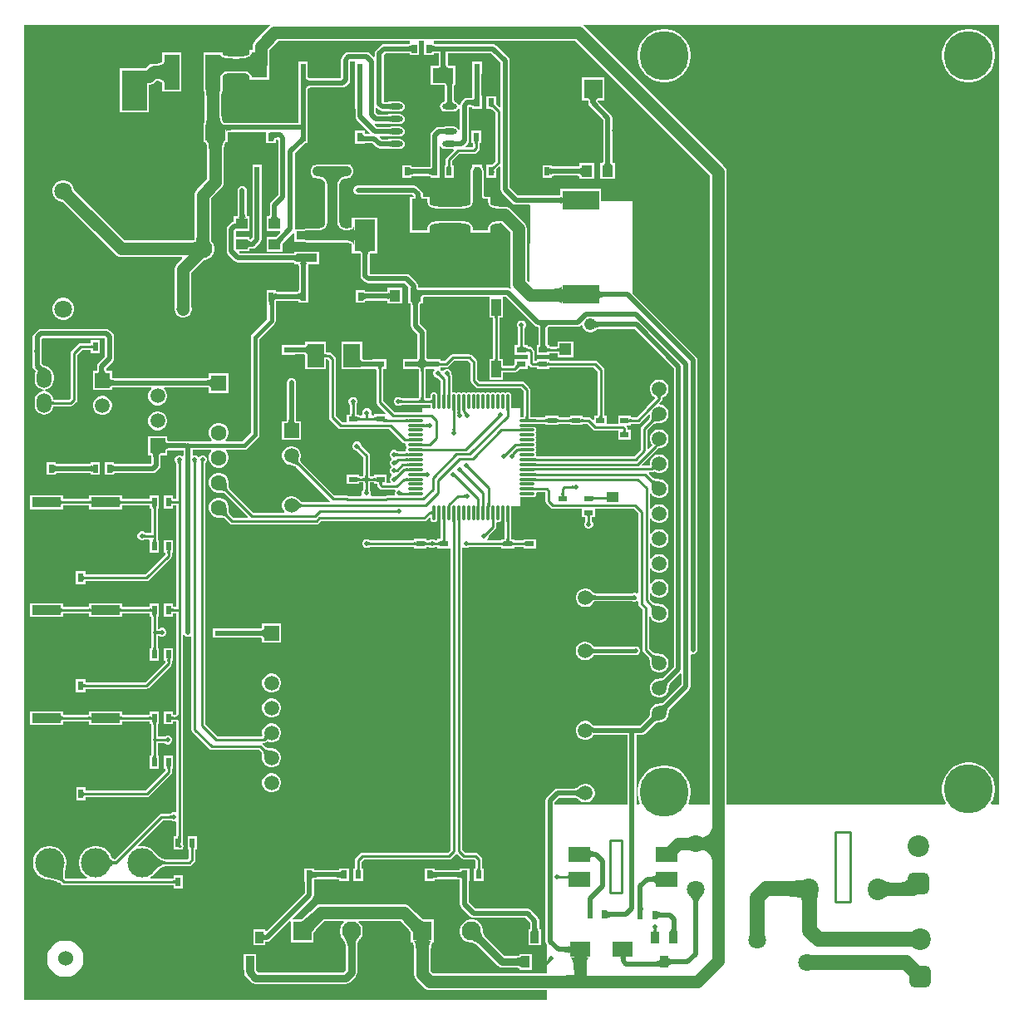
<source format=gbr>
%TF.GenerationSoftware,Altium Limited,Altium Designer,24.9.1 (31)*%
G04 Layer_Physical_Order=1*
G04 Layer_Color=255*
%FSLAX45Y45*%
%MOMM*%
%TF.SameCoordinates,54C84388-69FA-44E8-9161-08C7B8D1B229*%
%TF.FilePolarity,Positive*%
%TF.FileFunction,Copper,L1,Top,Signal*%
%TF.Part,Single*%
G01*
G75*
%TA.AperFunction,SMDPad,CuDef*%
%ADD10R,0.55000X0.90000*%
%ADD11R,0.85000X1.20000*%
%ADD12R,2.10000X1.55000*%
%ADD13R,0.90000X0.55000*%
%ADD14R,1.20000X1.10000*%
%ADD15R,3.80000X1.90000*%
%ADD16R,3.00000X1.00000*%
G04:AMPARAMS|DCode=17|XSize=1.49mm|YSize=0.28mm|CornerRadius=0.07mm|HoleSize=0mm|Usage=FLASHONLY|Rotation=0.000|XOffset=0mm|YOffset=0mm|HoleType=Round|Shape=RoundedRectangle|*
%AMROUNDEDRECTD17*
21,1,1.49000,0.14000,0,0,0.0*
21,1,1.35000,0.28000,0,0,0.0*
1,1,0.14000,0.67500,-0.07000*
1,1,0.14000,-0.67500,-0.07000*
1,1,0.14000,-0.67500,0.07000*
1,1,0.14000,0.67500,0.07000*
%
%ADD17ROUNDEDRECTD17*%
G04:AMPARAMS|DCode=18|XSize=1.49mm|YSize=0.28mm|CornerRadius=0.07mm|HoleSize=0mm|Usage=FLASHONLY|Rotation=90.000|XOffset=0mm|YOffset=0mm|HoleType=Round|Shape=RoundedRectangle|*
%AMROUNDEDRECTD18*
21,1,1.49000,0.14000,0,0,90.0*
21,1,1.35000,0.28000,0,0,90.0*
1,1,0.14000,0.07000,0.67500*
1,1,0.14000,0.07000,-0.67500*
1,1,0.14000,-0.07000,-0.67500*
1,1,0.14000,-0.07000,0.67500*
%
%ADD18ROUNDEDRECTD18*%
%ADD19C,1.50000*%
%ADD20R,1.00000X1.70000*%
%ADD21R,1.70000X2.40000*%
%ADD22R,1.60000X3.20000*%
%ADD23R,2.15000X3.25000*%
%ADD24R,2.15000X0.90000*%
%ADD25R,2.20000X1.60000*%
%ADD26O,1.50000X0.60000*%
%ADD27R,1.52400X3.55600*%
%ADD28R,1.10000X1.20000*%
%ADD29R,1.60000X2.60000*%
%TA.AperFunction,Conductor*%
%ADD30C,0.25400*%
%ADD31C,1.27000*%
%ADD32C,0.50800*%
%ADD33C,0.45720*%
%ADD34C,0.38100*%
%ADD35C,1.52400*%
%ADD36C,0.76200*%
%ADD37C,0.88900*%
%ADD38C,1.01600*%
%TA.AperFunction,ViaPad*%
%ADD39C,1.52400*%
%TA.AperFunction,ComponentPad*%
%ADD40C,3.00000*%
%ADD41C,1.52000*%
%ADD42R,1.52000X1.52000*%
%ADD43C,1.80000*%
%ADD44R,1.95000X1.95000*%
%ADD45C,1.95000*%
%ADD46O,2.00000X2.20000*%
%ADD47C,5.00000*%
%ADD48C,1.50800*%
%ADD49R,1.50800X1.50800*%
%ADD50O,1.50000X2.00000*%
%ADD51C,1.60000*%
%ADD52R,1.60000X1.60000*%
%ADD53R,1.22200X1.22200*%
%ADD54C,1.22200*%
%ADD55C,1.30800*%
%ADD56R,4.06400X2.54000*%
%ADD57R,2.54000X4.06400*%
%ADD58C,1.50000*%
%ADD59R,1.50000X1.50000*%
G04:AMPARAMS|DCode=60|XSize=2.2mm|YSize=2.2mm|CornerRadius=0.55mm|HoleSize=0mm|Usage=FLASHONLY|Rotation=90.000|XOffset=0mm|YOffset=0mm|HoleType=Round|Shape=RoundedRectangle|*
%AMROUNDEDRECTD60*
21,1,2.20000,1.10000,0,0,90.0*
21,1,1.10000,2.20000,0,0,90.0*
1,1,1.10000,0.55000,0.55000*
1,1,1.10000,0.55000,-0.55000*
1,1,1.10000,-0.55000,-0.55000*
1,1,1.10000,-0.55000,0.55000*
%
%ADD60ROUNDEDRECTD60*%
%ADD61C,2.20000*%
%TA.AperFunction,ViaPad*%
%ADD62C,0.50800*%
%TA.AperFunction,NonConductor*%
%ADD63C,0.25400*%
G36*
X4180603Y9761609D02*
X4182127Y9758329D01*
X4184667Y9755435D01*
X4188223Y9752926D01*
X4192795Y9750804D01*
X4198383Y9749067D01*
X4204987Y9747717D01*
X4212607Y9746752D01*
X4221243Y9746173D01*
X4230895Y9745980D01*
Y9695180D01*
X4221243Y9694987D01*
X4204987Y9693443D01*
X4198383Y9692093D01*
X4192795Y9690356D01*
X4188223Y9688234D01*
X4184667Y9685725D01*
X4182127Y9682831D01*
X4180603Y9679551D01*
X4180095Y9675885D01*
Y9765275D01*
X4180603Y9761609D01*
D02*
G37*
G36*
X3980705Y9675885D02*
X3980197Y9679551D01*
X3978673Y9682831D01*
X3976133Y9685725D01*
X3972577Y9688234D01*
X3968005Y9690356D01*
X3962417Y9692093D01*
X3955813Y9693443D01*
X3948193Y9694408D01*
X3939557Y9694987D01*
X3929905Y9695180D01*
Y9745980D01*
X3939557Y9746173D01*
X3955813Y9747717D01*
X3962417Y9749067D01*
X3968005Y9750804D01*
X3972577Y9752926D01*
X3976133Y9755435D01*
X3978673Y9758329D01*
X3980197Y9761609D01*
X3980705Y9765275D01*
Y9675885D01*
D02*
G37*
G36*
X4105080Y9785900D02*
X4105080D01*
Y9655260D01*
X4179626D01*
X4180095Y9655167D01*
X4180564Y9655260D01*
X4200720D01*
Y9671124D01*
X4203545Y9672002D01*
X4208049Y9672923D01*
X4219018Y9673964D01*
X4253604D01*
Y9565215D01*
X4253235Y9560999D01*
X4252259Y9555113D01*
X4251077Y9550695D01*
X4249902Y9547806D01*
X4249182Y9546620D01*
X4174900D01*
Y9350980D01*
X4313337D01*
X4314083Y9349752D01*
X4315258Y9346862D01*
X4316440Y9342448D01*
X4317415Y9336569D01*
X4317784Y9332365D01*
Y9200262D01*
X4317411Y9195941D01*
X4316429Y9189914D01*
X4315232Y9185368D01*
X4314034Y9182371D01*
X4313469Y9181426D01*
X4299766Y9178700D01*
X4283121Y9167579D01*
X4272000Y9150934D01*
X4268094Y9131300D01*
X4272000Y9111666D01*
X4283121Y9095021D01*
X4299766Y9083900D01*
X4319400Y9079994D01*
X4409400D01*
X4429034Y9083900D01*
X4445678Y9095021D01*
X4456800Y9111666D01*
X4456804Y9111688D01*
X4469504Y9110437D01*
Y8898163D01*
X4456804Y8896912D01*
X4456800Y8896934D01*
X4445678Y8913579D01*
X4429034Y8924700D01*
X4409400Y8928606D01*
X4319400D01*
X4299766Y8924700D01*
X4298256Y8923691D01*
X4265432Y8922155D01*
X4255280D01*
X4237441Y8918607D01*
X4222318Y8908502D01*
X4182328Y8868512D01*
X4172223Y8853389D01*
X4168674Y8835550D01*
Y8534800D01*
X4167470D01*
Y8518936D01*
X4164645Y8518058D01*
X4160141Y8517137D01*
X4149172Y8516095D01*
X3995252D01*
X3992464Y8516282D01*
X3986228Y8517072D01*
X3981405Y8518058D01*
X3978580Y8518936D01*
Y8534800D01*
X3958424D01*
X3957955Y8534893D01*
X3957486Y8534800D01*
X3882940D01*
Y8404160D01*
X3957486D01*
X3957955Y8404067D01*
X3958424Y8404160D01*
X3978580D01*
Y8420024D01*
X3981405Y8420902D01*
X3985909Y8421823D01*
X3996878Y8422864D01*
X4150798D01*
X4153586Y8422677D01*
X4159822Y8421888D01*
X4164645Y8420902D01*
X4167470Y8420024D01*
Y8404160D01*
X4187626D01*
X4188095Y8404067D01*
X4188564Y8404160D01*
X4263110D01*
Y8513706D01*
X4263203Y8514175D01*
X4263130Y8514540D01*
X4263190Y8514907D01*
X4263110Y8517178D01*
Y8534800D01*
X4262487D01*
X4261906Y8551258D01*
Y8722913D01*
X4274606Y8726766D01*
X4283121Y8714021D01*
X4299766Y8702900D01*
X4319400Y8698994D01*
X4401781D01*
X4407042Y8686294D01*
X4336484Y8615736D01*
X4329186Y8604814D01*
X4326623Y8591930D01*
Y8534800D01*
X4312470D01*
Y8404160D01*
X4408110D01*
Y8534800D01*
X4393957D01*
Y8577985D01*
X4464025Y8648053D01*
X4612640D01*
X4625524Y8650616D01*
X4636446Y8657914D01*
X4660466Y8681934D01*
X4667764Y8692856D01*
X4670327Y8705740D01*
Y8756100D01*
X4684480D01*
Y8886740D01*
X4588840D01*
Y8756100D01*
X4602993D01*
Y8719685D01*
X4598695Y8715387D01*
X4532072D01*
X4526811Y8728087D01*
X4549082Y8750358D01*
X4559187Y8765481D01*
X4562736Y8783320D01*
Y9122151D01*
X4566182Y9125597D01*
X4580328D01*
X4583116Y9125411D01*
X4589352Y9124621D01*
X4594175Y9123635D01*
X4597000Y9122757D01*
Y9106893D01*
X4617156D01*
X4617625Y9106800D01*
X4618094Y9106893D01*
X4692640D01*
Y9216440D01*
X4692733Y9216908D01*
X4692650Y9217327D01*
X4692716Y9217750D01*
X4692640Y9219624D01*
Y9237533D01*
X4691912D01*
X4691166Y9255890D01*
Y9459680D01*
X4692100D01*
Y9479836D01*
X4692193Y9480305D01*
X4692100Y9480773D01*
Y9590320D01*
X4596460D01*
Y9480773D01*
X4596367Y9480305D01*
X4596450Y9479886D01*
X4596384Y9479463D01*
X4596460Y9477589D01*
Y9459680D01*
X4597188D01*
X4597934Y9441322D01*
Y9237533D01*
X4597000D01*
Y9221669D01*
X4594175Y9220791D01*
X4589671Y9219870D01*
X4578702Y9218829D01*
X4546873D01*
X4529034Y9215280D01*
X4513911Y9205175D01*
X4483158Y9174422D01*
X4473053Y9159299D01*
X4470569Y9146812D01*
X4457620D01*
X4456800Y9150934D01*
X4445678Y9167579D01*
X4429034Y9178700D01*
X4415331Y9181426D01*
X4414766Y9182372D01*
X4413568Y9185368D01*
X4412371Y9189914D01*
X4411388Y9195941D01*
X4411016Y9200262D01*
Y9335519D01*
X4411088Y9337723D01*
X4411716Y9344052D01*
X4412544Y9349221D01*
X4412973Y9350980D01*
X4425540D01*
Y9371075D01*
X4425633Y9371536D01*
X4425540Y9372013D01*
Y9546620D01*
X4351258D01*
X4350538Y9547805D01*
X4349363Y9550695D01*
X4348181Y9555113D01*
X4347205Y9560999D01*
X4346836Y9565215D01*
Y9673964D01*
X4786371D01*
X4883524Y9576811D01*
Y9125214D01*
X4871791Y9120354D01*
X4845319Y9146826D01*
X4841337Y9151114D01*
X4838654Y9154468D01*
X4837640Y9155927D01*
Y9162970D01*
X4837733Y9163439D01*
X4837640Y9163908D01*
Y9237533D01*
X4742000D01*
Y9106893D01*
X4780624D01*
X4781094Y9106800D01*
X4781564Y9106893D01*
X4788606D01*
X4789832Y9106040D01*
X4796644Y9100276D01*
X4827893Y9069028D01*
Y8574625D01*
X4797051Y8543784D01*
X4792805Y8539834D01*
X4789409Y8537103D01*
X4788149Y8536220D01*
X4741460D01*
Y8405580D01*
X4837100D01*
Y8442277D01*
X4837697Y8443171D01*
X4841245Y8461010D01*
X4837697Y8478849D01*
X4837100Y8479743D01*
Y8487269D01*
X4837824Y8488301D01*
X4843632Y8495140D01*
X4871791Y8523299D01*
X4883524Y8518439D01*
Y8285480D01*
X4887073Y8267641D01*
X4897178Y8252518D01*
X5006518Y8143178D01*
X5021641Y8133073D01*
X5039480Y8129525D01*
X5174920D01*
X5183877Y8120521D01*
X5179881Y7351456D01*
X5168135Y7346627D01*
X5149303Y7365459D01*
Y7889240D01*
X5146423Y7911121D01*
X5137977Y7931512D01*
X5124541Y7949021D01*
X4986141Y8087421D01*
X4968632Y8100857D01*
X4960186Y8104355D01*
X4948242Y8109303D01*
X4926360Y8112183D01*
X4873286D01*
X4862427Y8112469D01*
X4842273Y8114247D01*
X4825011Y8117124D01*
X4810737Y8120968D01*
X4799509Y8125561D01*
X4791271Y8130595D01*
X4785691Y8135777D01*
X4782130Y8141117D01*
X4779994Y8147170D01*
X4779000Y8156614D01*
Y8207960D01*
X4732330D01*
X4729383Y8208278D01*
X4726566Y8209281D01*
X4724070Y8210954D01*
X4721351Y8213895D01*
X4718401Y8218740D01*
X4715516Y8225816D01*
X4713002Y8235178D01*
X4711076Y8246764D01*
X4710319Y8255369D01*
Y8470900D01*
X4705292Y8496172D01*
X4692100Y8515916D01*
Y8536220D01*
X4647895D01*
X4644280Y8536939D01*
X4640665Y8536220D01*
X4596460D01*
Y8515916D01*
X4583268Y8496172D01*
X4578241Y8470900D01*
Y8152597D01*
X4577670Y8147180D01*
X4575531Y8141136D01*
X4571962Y8135795D01*
X4566364Y8130610D01*
X4558097Y8125569D01*
X4546832Y8120972D01*
X4532513Y8117126D01*
X4515206Y8114248D01*
X4494991Y8112469D01*
X4484106Y8112183D01*
X4256066D01*
X4245207Y8112469D01*
X4225053Y8114247D01*
X4207791Y8117124D01*
X4193517Y8120968D01*
X4182289Y8125561D01*
X4174051Y8130595D01*
X4168471Y8135777D01*
X4164910Y8141117D01*
X4162774Y8147170D01*
X4161780Y8156614D01*
Y8207960D01*
X4097258D01*
X4096538Y8209145D01*
X4095363Y8212035D01*
X4094181Y8216453D01*
X4093205Y8222339D01*
X4092836Y8226555D01*
Y8239760D01*
X4089287Y8257599D01*
X4079182Y8272722D01*
X4038542Y8313362D01*
X4023419Y8323467D01*
X4005580Y8327016D01*
X3431540D01*
X3427038Y8326120D01*
X3422446D01*
X3418204Y8324363D01*
X3413701Y8323467D01*
X3409884Y8320917D01*
X3405642Y8319159D01*
X3402395Y8315913D01*
X3398578Y8313362D01*
X3396027Y8309545D01*
X3392781Y8306298D01*
X3391023Y8302056D01*
X3388473Y8298239D01*
X3387577Y8293736D01*
X3385820Y8289494D01*
Y8284902D01*
X3384924Y8280400D01*
X3385820Y8275898D01*
Y8271306D01*
X3387577Y8267064D01*
X3388473Y8262561D01*
X3391023Y8258744D01*
X3392781Y8254502D01*
X3396027Y8251255D01*
X3398578Y8247438D01*
X3402395Y8244887D01*
X3405642Y8241641D01*
X3409884Y8239883D01*
X3413701Y8237333D01*
X3418204Y8236437D01*
X3422446Y8234680D01*
X3427038D01*
X3431540Y8233784D01*
X3986271D01*
X3999019Y8221037D01*
X3998259Y8216453D01*
X3997077Y8212035D01*
X3995902Y8209146D01*
X3995182Y8207960D01*
X3961140D01*
Y7847320D01*
X4161780D01*
Y7898667D01*
X4162774Y7908110D01*
X4164910Y7914162D01*
X4168470Y7919503D01*
X4174050Y7924684D01*
X4182290Y7929719D01*
X4193517Y7934313D01*
X4207791Y7938156D01*
X4225053Y7941033D01*
X4245207Y7942811D01*
X4256066Y7943097D01*
X4484106D01*
X4494991Y7942811D01*
X4515205Y7941032D01*
X4532513Y7938154D01*
X4546832Y7934308D01*
X4558097Y7929711D01*
X4566364Y7924670D01*
X4571963Y7919485D01*
X4575531Y7914144D01*
X4577670Y7908101D01*
X4578360Y7901554D01*
Y7847320D01*
X4779000D01*
Y7898667D01*
X4779994Y7908110D01*
X4782130Y7914162D01*
X4785690Y7919503D01*
X4791270Y7924684D01*
X4799510Y7929719D01*
X4810737Y7934313D01*
X4825011Y7938156D01*
X4842273Y7941033D01*
X4862427Y7942811D01*
X4873286Y7943097D01*
X4891341D01*
X4980217Y7854221D01*
Y7330440D01*
X4983097Y7308558D01*
X4988045Y7296614D01*
X4991543Y7288169D01*
X4982568Y7279003D01*
X4979419Y7281107D01*
X4961580Y7284656D01*
X4046306D01*
X4045702Y7287406D01*
X4044835Y7295901D01*
Y7306223D01*
X4041287Y7324062D01*
X4031181Y7339185D01*
X3958704Y7411662D01*
X3943581Y7421767D01*
X3925742Y7425316D01*
X3554267D01*
X3551816Y7427767D01*
Y7616705D01*
X3552185Y7620921D01*
X3553161Y7626807D01*
X3554343Y7631225D01*
X3555518Y7634114D01*
X3556238Y7635300D01*
X3626300D01*
Y8000940D01*
X3370660D01*
Y7918806D01*
X3370224Y7914676D01*
X3368849Y7910791D01*
X3366553Y7907357D01*
X3362733Y7903821D01*
X3356752Y7900177D01*
X3348281Y7896721D01*
X3337264Y7893764D01*
X3323759Y7891520D01*
X3310571Y7890360D01*
X3306796Y7890559D01*
X3292273Y7893122D01*
X3280179Y7897153D01*
X3270299Y7902473D01*
X3262269Y7909042D01*
X3255699Y7917073D01*
X3250379Y7926952D01*
X3246348Y7939047D01*
X3243785Y7953570D01*
X3243080Y7966966D01*
Y8321903D01*
X3243693Y8334995D01*
X3246017Y8349789D01*
X3249681Y8362134D01*
X3254482Y8372148D01*
X3260296Y8380127D01*
X3267206Y8386477D01*
X3275544Y8391519D01*
X3285725Y8395331D01*
X3298059Y8397775D01*
X3309574Y8398456D01*
X3312610D01*
X3331176Y8400900D01*
X3342474Y8405580D01*
X3361140D01*
Y8417784D01*
X3363333Y8419467D01*
X3364043Y8420177D01*
X3375443Y8435033D01*
X3382609Y8452334D01*
X3385054Y8470900D01*
X3382609Y8489466D01*
X3375443Y8506767D01*
X3364043Y8521623D01*
X3361140Y8523851D01*
Y8536220D01*
X3341469D01*
X3331886Y8540189D01*
X3313320Y8542634D01*
X3307926Y8541923D01*
X3020150D01*
X3001584Y8539479D01*
X2990287Y8534800D01*
X2971620D01*
Y8522596D01*
X2969427Y8520913D01*
X2968717Y8520203D01*
X2957317Y8505347D01*
X2950151Y8488046D01*
X2947706Y8469480D01*
X2950151Y8450914D01*
X2957317Y8433613D01*
X2968717Y8418757D01*
X2971620Y8416529D01*
Y8404160D01*
X2991291D01*
X3000874Y8400190D01*
X3019440Y8397746D01*
X3024491Y8398411D01*
X3036844Y8397753D01*
X3051133Y8395201D01*
X3063022Y8391191D01*
X3072732Y8385900D01*
X3080638Y8379354D01*
X3087124Y8371330D01*
X3092387Y8361440D01*
X3096380Y8349319D01*
X3098917Y8334767D01*
X3099612Y8321397D01*
Y7966966D01*
X3098907Y7953570D01*
X3096344Y7939047D01*
X3092313Y7926953D01*
X3086993Y7917073D01*
X3080424Y7909043D01*
X3072393Y7902473D01*
X3062514Y7897153D01*
X3050419Y7893122D01*
X3035896Y7890559D01*
X3022500Y7889854D01*
X2912480D01*
X2893914Y7887409D01*
X2884331Y7883440D01*
X2790350D01*
X2790136Y7883701D01*
Y8655078D01*
X2877479Y8742421D01*
X2888003Y8752052D01*
X2893993Y8756947D01*
X2921720D01*
Y8866493D01*
X2921813Y8866962D01*
X2921740Y8867326D01*
X2921800Y8867693D01*
X2921720Y8869965D01*
Y8887586D01*
X2921097D01*
X2920516Y8904045D01*
Y8930640D01*
Y9107940D01*
X2921720D01*
Y9128096D01*
X2921813Y9128565D01*
X2921720Y9129034D01*
Y9217487D01*
X2921813Y9217955D01*
X2921740Y9218320D01*
X2921800Y9218687D01*
X2921720Y9220958D01*
Y9238580D01*
X2921097D01*
X2920516Y9255038D01*
Y9301639D01*
X2921470Y9307045D01*
X2922961Y9311520D01*
X2924725Y9314795D01*
X2926723Y9317237D01*
X2929164Y9319235D01*
X2932440Y9320999D01*
X2936915Y9322490D01*
X2942321Y9323444D01*
X3275942D01*
X3293781Y9326993D01*
X3308904Y9337098D01*
X3338662Y9366856D01*
X3348767Y9381979D01*
X3352316Y9399818D01*
Y9459680D01*
X3353520D01*
Y9479836D01*
X3353613Y9480305D01*
X3353520Y9480773D01*
Y9569226D01*
X3353613Y9569695D01*
X3353521Y9570159D01*
X3353592Y9570627D01*
X3353520Y9572229D01*
Y9590319D01*
X3365240Y9592684D01*
X3391160D01*
X3402880Y9590319D01*
X3402880Y9579984D01*
Y9480773D01*
X3402787Y9480305D01*
X3402870Y9479886D01*
X3402804Y9479463D01*
X3402880Y9477589D01*
Y9459680D01*
X3403608D01*
X3404354Y9441322D01*
Y9237533D01*
X3403420D01*
Y9217377D01*
X3403327Y9216908D01*
X3403420Y9216440D01*
Y9127987D01*
X3403327Y9127518D01*
X3403420Y9127049D01*
Y9125765D01*
X3403410Y9125668D01*
X3403420Y9125632D01*
Y9106893D01*
X3405161D01*
X3406030Y9093108D01*
Y9028915D01*
X3409578Y9011076D01*
X3419683Y8995953D01*
X3553647Y8861989D01*
X3548786Y8850256D01*
X3517734D01*
X3513565Y8850623D01*
X3507733Y8851595D01*
X3503365Y8852771D01*
X3500520Y8853936D01*
X3499238Y8854718D01*
X3499060Y8856414D01*
Y8886166D01*
X3403420D01*
Y8755527D01*
X3477966D01*
X3478435Y8755433D01*
X3478859Y8755518D01*
X3479286Y8755451D01*
X3481127Y8755527D01*
X3499060D01*
Y8756264D01*
X3517558Y8757024D01*
X3579871D01*
X3619558Y8717338D01*
X3634681Y8707233D01*
X3652520Y8703684D01*
X3728707D01*
X3741546Y8703324D01*
X3750477Y8702573D01*
X3753071Y8702210D01*
X3754328Y8701955D01*
X3755402Y8701615D01*
X3757249Y8701411D01*
X3769400Y8698994D01*
X3859400D01*
X3879034Y8702900D01*
X3895679Y8714021D01*
X3906800Y8730666D01*
X3910706Y8750300D01*
X3906800Y8769934D01*
X3895679Y8786579D01*
X3879034Y8797700D01*
X3859400Y8801606D01*
X3769400D01*
X3757249Y8799189D01*
X3757047Y8799166D01*
X3719612Y8796916D01*
X3671829D01*
X3651554Y8817191D01*
X3656414Y8828924D01*
X3740921D01*
X3749936Y8828794D01*
X3755997Y8828382D01*
X3756384Y8828331D01*
X3756534Y8828292D01*
X3756760Y8828280D01*
X3757579Y8828171D01*
X3758147Y8828207D01*
X3758326Y8828197D01*
X3769400Y8825994D01*
X3859400D01*
X3879034Y8829900D01*
X3895679Y8841021D01*
X3906800Y8857666D01*
X3910706Y8877300D01*
X3906800Y8896934D01*
X3895679Y8913579D01*
X3879034Y8924700D01*
X3859400Y8928606D01*
X3769400D01*
X3749766Y8924700D01*
X3748290Y8923714D01*
X3711827Y8922155D01*
X3625329D01*
X3599851Y8947633D01*
X3606107Y8959338D01*
X3614420Y8957684D01*
X3728707D01*
X3741546Y8957324D01*
X3750477Y8956573D01*
X3753071Y8956210D01*
X3754328Y8955955D01*
X3755402Y8955615D01*
X3757249Y8955411D01*
X3769400Y8952994D01*
X3859400D01*
X3879034Y8956900D01*
X3895679Y8968021D01*
X3906800Y8984666D01*
X3910706Y9004300D01*
X3906800Y9023934D01*
X3895679Y9040579D01*
X3879034Y9051700D01*
X3859400Y9055606D01*
X3769400D01*
X3757249Y9053189D01*
X3757047Y9053166D01*
X3719612Y9050916D01*
X3633729D01*
X3615316Y9069329D01*
Y9111838D01*
X3628016Y9117098D01*
X3646776Y9098338D01*
X3661899Y9088233D01*
X3679738Y9084684D01*
X3728707D01*
X3741546Y9084324D01*
X3750477Y9083573D01*
X3753071Y9083210D01*
X3754328Y9082955D01*
X3755402Y9082615D01*
X3757249Y9082411D01*
X3769400Y9079994D01*
X3859400D01*
X3879034Y9083900D01*
X3895679Y9095021D01*
X3906800Y9111666D01*
X3910706Y9131300D01*
X3906800Y9150934D01*
X3895679Y9167579D01*
X3879034Y9178700D01*
X3859400Y9182606D01*
X3769400D01*
X3757249Y9180189D01*
X3757047Y9180166D01*
X3719612Y9177916D01*
X3699047D01*
X3696596Y9180367D01*
Y9653011D01*
X3717549Y9673964D01*
X3943408D01*
X3946196Y9673777D01*
X3952432Y9672988D01*
X3957255Y9672002D01*
X3960080Y9671124D01*
Y9655260D01*
X3980236D01*
X3980705Y9655167D01*
X3981174Y9655260D01*
X4055720D01*
Y9785900D01*
X4055720D01*
X4055728Y9798597D01*
X4105072D01*
X4105080Y9785900D01*
D02*
G37*
G36*
X2537359Y9953633D02*
X2523399Y9942921D01*
X2384959Y9804481D01*
X2371523Y9786972D01*
X2368025Y9778526D01*
X2363077Y9766582D01*
X2360197Y9744700D01*
Y9708000D01*
X2327920D01*
Y9683766D01*
X2327230Y9677220D01*
X2325091Y9671176D01*
X2321522Y9665835D01*
X2315924Y9660650D01*
X2307657Y9655609D01*
X2296392Y9651012D01*
X2282073Y9647166D01*
X2264766Y9644289D01*
X2244551Y9642509D01*
X2233666Y9642224D01*
X2149292D01*
X2114354Y9643389D01*
X2096609Y9645165D01*
X2081548Y9647600D01*
X2069505Y9650559D01*
X2060682Y9653797D01*
X2055255Y9656824D01*
X2053017Y9658840D01*
X2052725Y9659337D01*
X2052320Y9661649D01*
Y9679940D01*
X2032164D01*
X2031695Y9680033D01*
X2031227Y9679940D01*
X1859280D01*
Y9304793D01*
X1859187Y9304325D01*
X1859280Y9303856D01*
Y9283700D01*
X1866063D01*
X1871257Y9203877D01*
Y9054222D01*
X1870177Y9005113D01*
X1867755Y8975964D01*
X1866241Y8966018D01*
X1865408Y8962420D01*
X1855850D01*
Y8942291D01*
X1855757Y8941826D01*
X1855774Y8941739D01*
X1855757Y8941651D01*
X1855850Y8941202D01*
Y8787873D01*
X1855757Y8787405D01*
X1855850Y8786936D01*
Y8766780D01*
X1874230D01*
X1877500Y8766249D01*
X1878646Y8765626D01*
X1880971Y8763237D01*
X1884211Y8757859D01*
X1887660Y8749157D01*
X1890823Y8737238D01*
X1893389Y8722548D01*
X1896554Y8683520D01*
X1896627Y8679287D01*
Y8394129D01*
X1791619Y8289121D01*
X1778183Y8271612D01*
X1774685Y8263166D01*
X1769737Y8251221D01*
X1766857Y8229340D01*
Y7799231D01*
X1766437Y7778279D01*
X1765763Y7769346D01*
X1733804Y7767343D01*
X1054419D01*
X541720Y8280043D01*
Y8285324D01*
X534202Y8313382D01*
X519678Y8338538D01*
X499138Y8359078D01*
X473982Y8373602D01*
X445924Y8381120D01*
X416876D01*
X388818Y8373602D01*
X363662Y8359078D01*
X343122Y8338538D01*
X328598Y8313382D01*
X321080Y8285324D01*
Y8256276D01*
X328598Y8228218D01*
X343122Y8203062D01*
X363662Y8182522D01*
X388818Y8167998D01*
X416876Y8160480D01*
X422157D01*
X959619Y7623019D01*
X977128Y7609583D01*
X997518Y7601137D01*
X1019400Y7598257D01*
X1637994D01*
X1642855Y7586523D01*
X1591619Y7535287D01*
X1578183Y7517778D01*
X1574685Y7509332D01*
X1569737Y7497388D01*
X1566857Y7475506D01*
Y7086476D01*
X1565680Y7082085D01*
Y7059515D01*
X1571522Y7037713D01*
X1582807Y7018167D01*
X1598767Y7002207D01*
X1618314Y6990922D01*
X1640115Y6985080D01*
X1662685D01*
X1684487Y6990922D01*
X1704033Y7002207D01*
X1719993Y7018167D01*
X1731278Y7037713D01*
X1737120Y7059515D01*
Y7082085D01*
X1735943Y7086476D01*
Y7440487D01*
X1837289Y7541833D01*
X1855708Y7559607D01*
X1861953Y7564980D01*
X1866911D01*
X1896877Y7573009D01*
X1923743Y7588521D01*
X1945679Y7610457D01*
X1961191Y7637323D01*
X1969220Y7667289D01*
Y7698311D01*
X1961191Y7728277D01*
X1945679Y7755143D01*
X1938318Y7762504D01*
X1935943Y7800396D01*
Y8194321D01*
X2040951Y8299329D01*
X2054387Y8316838D01*
X2062833Y8337228D01*
X2065713Y8359110D01*
Y8669061D01*
X2066996Y8704637D01*
X2068903Y8722273D01*
X2071517Y8737238D01*
X2074680Y8749157D01*
X2078129Y8757859D01*
X2081370Y8763238D01*
X2083694Y8765626D01*
X2084840Y8766249D01*
X2088110Y8766780D01*
X2106490D01*
Y8786936D01*
X2106583Y8787405D01*
X2106490Y8787873D01*
Y8863926D01*
X2106668Y8865622D01*
X2107950Y8866404D01*
X2110795Y8867568D01*
X2115163Y8868745D01*
X2120995Y8869717D01*
X2125164Y8870084D01*
X2498640D01*
Y8756100D01*
X2594280D01*
Y8788966D01*
X2594458Y8790662D01*
X2595740Y8791444D01*
X2598585Y8792609D01*
X2602953Y8793785D01*
X2608785Y8794757D01*
X2620384Y8785767D01*
Y8231129D01*
X2547678Y8158422D01*
X2537573Y8143299D01*
X2534024Y8125460D01*
Y8029814D01*
X2533657Y8025645D01*
X2532685Y8019813D01*
X2531509Y8015445D01*
X2530344Y8012600D01*
X2529562Y8011318D01*
X2527866Y8011140D01*
X2500320D01*
Y7860500D01*
X2637802D01*
X2642662Y7848767D01*
X2616105Y7822210D01*
X2606682Y7813459D01*
X2598837Y7807183D01*
X2591902Y7802359D01*
X2589769Y7801140D01*
X2568962D01*
X2568493Y7801233D01*
X2568024Y7801140D01*
X2500320D01*
Y7650500D01*
X2660960D01*
Y7708203D01*
X2661053Y7708673D01*
X2660960Y7709143D01*
Y7729948D01*
X2662179Y7732082D01*
X2666840Y7738783D01*
X2679562Y7753818D01*
X2771960Y7846216D01*
X2784660Y7840955D01*
Y7752800D01*
X2884331D01*
X2893914Y7748831D01*
X2912480Y7746386D01*
X3297632D01*
X3307867Y7746118D01*
X3323760Y7744720D01*
X3337264Y7742476D01*
X3348281Y7739519D01*
X3356752Y7736063D01*
X3362733Y7732419D01*
X3366553Y7728883D01*
X3368849Y7725448D01*
X3370224Y7721564D01*
X3370660Y7717434D01*
Y7635300D01*
X3454162D01*
X3454882Y7634115D01*
X3456057Y7631225D01*
X3457239Y7626807D01*
X3458215Y7620920D01*
X3458584Y7616705D01*
Y7408458D01*
X3462133Y7390619D01*
X3472238Y7375496D01*
X3501996Y7345738D01*
X3517119Y7335633D01*
X3534958Y7332084D01*
X3906433D01*
X3942058Y7296460D01*
X3941280Y7283760D01*
X3941280D01*
Y7263673D01*
X3941187Y7263215D01*
X3941280Y7262738D01*
Y7123120D01*
X3965562D01*
X3966282Y7121935D01*
X3967457Y7119045D01*
X3968640Y7114627D01*
X3969615Y7108741D01*
X3969984Y7104525D01*
Y6900320D01*
X3973533Y6882481D01*
X3983638Y6867358D01*
X4037704Y6813291D01*
Y6575681D01*
X4036750Y6570275D01*
X4035259Y6565800D01*
X4033495Y6562525D01*
X4031497Y6560083D01*
X4030922Y6559613D01*
X4020100Y6555080D01*
X4020100Y6555080D01*
X3999944D01*
X3999475Y6555173D01*
X3999006Y6555080D01*
X3889460D01*
Y6459440D01*
X3999006D01*
X3999475Y6459347D01*
X3999840Y6459420D01*
X4000207Y6459360D01*
X4002478Y6459440D01*
X4020100D01*
Y6460063D01*
X4033533Y6460537D01*
X4036490Y6460277D01*
X4042322Y6459305D01*
X4046690Y6458129D01*
X4049535Y6456964D01*
X4049958Y6456706D01*
X4050653Y6446211D01*
Y6162297D01*
X4050466Y6161239D01*
X4050415Y6161085D01*
X4050261Y6161033D01*
X4049203Y6160847D01*
X3875395D01*
X3874592Y6160910D01*
X3873796Y6161034D01*
X3873113Y6161183D01*
X3873046Y6161203D01*
X3873009Y6161227D01*
X3872879Y6161279D01*
X3868918Y6165239D01*
X3852114Y6172200D01*
X3833926D01*
X3817122Y6165239D01*
X3804261Y6152378D01*
X3797300Y6135574D01*
Y6117386D01*
X3804261Y6100582D01*
X3817122Y6087721D01*
X3833926Y6080760D01*
X3852114D01*
X3868918Y6087721D01*
X3874376Y6093179D01*
X3874386Y6093183D01*
X3874412Y6093191D01*
X3874969Y6093324D01*
X3875630Y6093436D01*
X3876524Y6093513D01*
X4172885D01*
Y6059680D01*
X4171424Y6057900D01*
X4084320D01*
Y6015867D01*
X3805665D01*
X3688727Y6132805D01*
Y6449310D01*
X3689074Y6459440D01*
X3720380D01*
Y6555080D01*
X3610834D01*
X3610365Y6555173D01*
X3610000Y6555100D01*
X3609633Y6555160D01*
X3607362Y6555080D01*
X3589740D01*
Y6554457D01*
X3573282Y6553876D01*
X3494096D01*
X3489891Y6554245D01*
X3484017Y6555219D01*
X3479600Y6556402D01*
X3476712Y6557578D01*
X3475480Y6558326D01*
Y6734160D01*
X3264840D01*
Y6453520D01*
X3454454D01*
X3454930Y6453427D01*
X3455389Y6453520D01*
X3455665D01*
X3456078Y6453463D01*
X3456297Y6453520D01*
X3475480D01*
Y6459685D01*
X3490219Y6460644D01*
X3589740D01*
Y6459440D01*
X3609896D01*
X3610365Y6459347D01*
X3621002Y6452123D01*
X3621393Y6446211D01*
Y6118860D01*
X3623956Y6105976D01*
X3631254Y6095054D01*
X3715315Y6010993D01*
X3710454Y5999260D01*
X3597360D01*
Y5983147D01*
X3574187D01*
X3565702Y5995847D01*
X3568700Y6003086D01*
Y6021274D01*
X3561739Y6038078D01*
X3548878Y6050939D01*
X3532074Y6057900D01*
X3513886D01*
X3497082Y6050939D01*
X3484221Y6038078D01*
X3477260Y6021274D01*
Y6003086D01*
X3480258Y5995847D01*
X3471773Y5983147D01*
X3446060D01*
Y5995340D01*
X3426013D01*
X3425560Y5995433D01*
X3414407Y6001712D01*
Y6093843D01*
X3414436Y6094117D01*
X3414597Y6095102D01*
X3414737Y6095718D01*
X3414742Y6095734D01*
X3414809Y6095891D01*
X3419499Y6100582D01*
X3426460Y6117386D01*
Y6135574D01*
X3419499Y6152378D01*
X3406638Y6165239D01*
X3389834Y6172200D01*
X3371646D01*
X3354842Y6165239D01*
X3341981Y6152378D01*
X3335020Y6135574D01*
Y6117386D01*
X3341981Y6100582D01*
X3346671Y6095891D01*
X3346738Y6095733D01*
X3346742Y6095720D01*
X3346883Y6095102D01*
X3347002Y6094369D01*
X3347073Y6093516D01*
Y5995340D01*
X3315420D01*
Y5913767D01*
X3270226D01*
X3206127Y5977866D01*
Y6558280D01*
X3203564Y6571164D01*
X3196266Y6582086D01*
X3160706Y6617646D01*
X3149784Y6624944D01*
X3136900Y6627507D01*
X3105480D01*
Y6734160D01*
X2894840D01*
Y6703838D01*
X2893655Y6703118D01*
X2890766Y6701943D01*
X2886347Y6700761D01*
X2880461Y6699785D01*
X2876245Y6699416D01*
X2788200D01*
Y6700620D01*
X2768044D01*
X2767575Y6700713D01*
X2767106Y6700620D01*
X2657560D01*
Y6604980D01*
X2767106D01*
X2767575Y6604887D01*
X2767940Y6604960D01*
X2768307Y6604900D01*
X2770578Y6604980D01*
X2788200D01*
Y6605603D01*
X2804658Y6606184D01*
X2876246D01*
X2880461Y6605815D01*
X2886347Y6604839D01*
X2890765Y6603657D01*
X2893654Y6602482D01*
X2894840Y6601762D01*
Y6453520D01*
X3105480D01*
Y6560173D01*
X3122955D01*
X3138793Y6544335D01*
Y5963920D01*
X3141356Y5951036D01*
X3148654Y5940114D01*
X3232474Y5856294D01*
X3243397Y5848996D01*
X3256280Y5846433D01*
X3750335D01*
X3884094Y5712674D01*
X3895016Y5705376D01*
X3907900Y5702813D01*
X3912490D01*
X3920547Y5692995D01*
X3920385Y5692180D01*
Y5678180D01*
X3922505Y5667520D01*
X3927410Y5660180D01*
X3922505Y5652840D01*
X3920385Y5642180D01*
Y5628180D01*
X3912725Y5618847D01*
X3833396D01*
X3833099Y5618881D01*
X3832206Y5619035D01*
X3831715Y5619154D01*
X3825898Y5624970D01*
X3809094Y5631931D01*
X3790906D01*
X3774102Y5624970D01*
X3761241Y5612109D01*
X3754280Y5595305D01*
Y5577117D01*
X3761241Y5560313D01*
X3772649Y5548904D01*
X3773455Y5541605D01*
X3772649Y5534307D01*
X3761241Y5522898D01*
X3754280Y5506094D01*
Y5487906D01*
X3761241Y5471102D01*
X3773662Y5458680D01*
X3761241Y5446258D01*
X3754280Y5429454D01*
Y5411266D01*
X3761241Y5394462D01*
X3770633Y5385069D01*
X3772856Y5377180D01*
X3770633Y5369291D01*
X3761241Y5359898D01*
X3754280Y5343094D01*
Y5324906D01*
X3760766Y5309247D01*
X3756202Y5296547D01*
X3725460D01*
Y5383000D01*
X3594820D01*
Y5368847D01*
X3553017D01*
X3551959Y5369033D01*
X3551805Y5369085D01*
X3551754Y5369239D01*
X3551567Y5370297D01*
Y5575300D01*
X3549004Y5588184D01*
X3541706Y5599106D01*
X3468264Y5672548D01*
X3468088Y5672766D01*
X3467510Y5673569D01*
X3467171Y5674109D01*
X3467162Y5674126D01*
X3467100Y5674280D01*
Y5680914D01*
X3460139Y5697718D01*
X3447278Y5710579D01*
X3430474Y5717540D01*
X3412286D01*
X3395482Y5710579D01*
X3382621Y5697718D01*
X3375660Y5680914D01*
Y5662726D01*
X3382621Y5645922D01*
X3395482Y5633061D01*
X3412286Y5626100D01*
X3418920D01*
X3419074Y5626038D01*
X3419092Y5626028D01*
X3419629Y5625691D01*
X3420229Y5625259D01*
X3420882Y5624705D01*
X3484233Y5561355D01*
Y5370297D01*
X3484046Y5369239D01*
X3483995Y5369085D01*
X3483841Y5369033D01*
X3482783Y5368847D01*
X3446060D01*
Y5383000D01*
X3315420D01*
Y5287360D01*
X3446060D01*
Y5301513D01*
X3482783D01*
X3483841Y5301326D01*
X3483995Y5301275D01*
X3484046Y5301121D01*
X3484233Y5300063D01*
Y5226107D01*
X3484197Y5225813D01*
X3484070Y5225128D01*
X3476601Y5217658D01*
X3469640Y5200854D01*
Y5182666D01*
X3472390Y5176027D01*
X3463904Y5163327D01*
X3332939D01*
X3331266Y5164444D01*
X3318382Y5167007D01*
X3190616D01*
X2850855Y5506768D01*
X2850752Y5506887D01*
X2849129Y5509435D01*
X2847669Y5512605D01*
X2846418Y5516526D01*
X2845456Y5521279D01*
X2844867Y5526880D01*
X2844723Y5533330D01*
X2845077Y5540611D01*
X2845968Y5548696D01*
X2847500Y5558015D01*
X2847490Y5558309D01*
X2848680Y5562751D01*
Y5587849D01*
X2842184Y5612092D01*
X2829635Y5633828D01*
X2811888Y5651575D01*
X2790152Y5664124D01*
X2765909Y5670620D01*
X2740811D01*
X2716568Y5664124D01*
X2694832Y5651575D01*
X2677085Y5633828D01*
X2664536Y5612092D01*
X2658040Y5587849D01*
Y5562751D01*
X2664536Y5538508D01*
X2677085Y5516772D01*
X2694832Y5499025D01*
X2716568Y5486476D01*
X2736958Y5481012D01*
X2737003Y5480994D01*
X2737086Y5480978D01*
X2740811Y5479980D01*
X2742282D01*
X2758769Y5476813D01*
X2767583Y5474735D01*
X2783252Y5470142D01*
X2789108Y5467965D01*
X2794066Y5465770D01*
X2797870Y5463729D01*
X2800271Y5462127D01*
X3148731Y5113667D01*
X3143470Y5100967D01*
X2869753D01*
X2866702Y5101612D01*
X2862929Y5102884D01*
X2858517Y5104881D01*
X2853522Y5107672D01*
X2848008Y5111296D01*
X2842224Y5115623D01*
X2828690Y5127437D01*
X2821461Y5134559D01*
X2819835Y5135628D01*
X2811888Y5143575D01*
X2790152Y5156124D01*
X2765909Y5162620D01*
X2740811D01*
X2716568Y5156124D01*
X2694832Y5143575D01*
X2677085Y5125828D01*
X2664536Y5104092D01*
X2658040Y5079849D01*
Y5054751D01*
X2664536Y5030508D01*
X2677085Y5008772D01*
X2681177Y5004680D01*
X2676317Y4992947D01*
X2366825D01*
X2124510Y5235262D01*
X2124403Y5235387D01*
X2122567Y5238251D01*
X2120680Y5242148D01*
X2118856Y5247125D01*
X2117202Y5253168D01*
X2115787Y5260265D01*
X2114697Y5268143D01*
X2113428Y5287748D01*
X2113353Y5298858D01*
X2112959Y5300770D01*
Y5312727D01*
X2106123Y5338242D01*
X2092916Y5361117D01*
X2074237Y5379795D01*
X2051362Y5393003D01*
X2025847Y5399839D01*
X1999432D01*
X1973918Y5393003D01*
X1951042Y5379795D01*
X1932364Y5361117D01*
X1919156Y5338242D01*
X1912320Y5312727D01*
Y5286312D01*
X1919156Y5260797D01*
X1932364Y5237922D01*
X1951042Y5219244D01*
X1973918Y5206036D01*
X1999432Y5199200D01*
X2011389D01*
X2013301Y5198806D01*
X2024411Y5198732D01*
X2044013Y5197462D01*
X2051894Y5196372D01*
X2058991Y5194957D01*
X2065035Y5193303D01*
X2070011Y5191480D01*
X2073908Y5189592D01*
X2076772Y5187756D01*
X2076898Y5187649D01*
X2311867Y4952680D01*
X2307006Y4940947D01*
X2164824D01*
X2124510Y4981262D01*
X2124403Y4981387D01*
X2122567Y4984251D01*
X2120680Y4988148D01*
X2118856Y4993125D01*
X2117202Y4999168D01*
X2115787Y5006265D01*
X2114697Y5014143D01*
X2113428Y5033748D01*
X2113353Y5044858D01*
X2112959Y5046770D01*
Y5058727D01*
X2106123Y5084242D01*
X2092916Y5107117D01*
X2074237Y5125795D01*
X2051362Y5139003D01*
X2025847Y5145839D01*
X1999432D01*
X1973918Y5139003D01*
X1951042Y5125795D01*
X1932364Y5107117D01*
X1919156Y5084242D01*
X1912320Y5058727D01*
Y5032312D01*
X1919156Y5006797D01*
X1932364Y4983922D01*
X1951042Y4965244D01*
X1973918Y4952036D01*
X1999432Y4945200D01*
X2011389D01*
X2013301Y4944806D01*
X2024411Y4944732D01*
X2044013Y4943462D01*
X2051894Y4942372D01*
X2058991Y4940957D01*
X2065035Y4939303D01*
X2070011Y4937480D01*
X2073908Y4935592D01*
X2076772Y4933756D01*
X2076898Y4933649D01*
X2127073Y4883474D01*
X2137995Y4876176D01*
X2150879Y4873613D01*
X3009900D01*
X3022784Y4876176D01*
X3033706Y4883474D01*
X3054325Y4904093D01*
X4104640D01*
X4117524Y4906656D01*
X4128446Y4913954D01*
X4161151Y4946659D01*
X4172885Y4941799D01*
Y4925680D01*
X4175005Y4915020D01*
X4181043Y4905983D01*
X4190080Y4899945D01*
X4200740Y4897825D01*
X4214740D01*
X4225399Y4899945D01*
X4234437Y4905983D01*
X4240475Y4915020D01*
X4242595Y4925680D01*
Y5060680D01*
X4243859Y5062220D01*
X4271621D01*
X4272885Y5060680D01*
Y4925680D01*
X4273750Y4921331D01*
X4274073Y4907321D01*
Y4726500D01*
X4242420D01*
Y4712347D01*
X4217486D01*
X4217212Y4712376D01*
X4216227Y4712537D01*
X4215611Y4712677D01*
X4215595Y4712682D01*
X4215437Y4712749D01*
X4210747Y4717439D01*
X4193943Y4724400D01*
X4175754D01*
X4158950Y4717439D01*
X4154260Y4712749D01*
X4154102Y4712682D01*
X4154088Y4712678D01*
X4153471Y4712537D01*
X4152738Y4712418D01*
X4151885Y4712347D01*
X4131860D01*
Y4726500D01*
X4001220D01*
Y4712347D01*
X3553077D01*
X3552803Y4712376D01*
X3551818Y4712537D01*
X3551202Y4712677D01*
X3551186Y4712682D01*
X3551029Y4712749D01*
X3546338Y4717439D01*
X3529534Y4724400D01*
X3511346D01*
X3494542Y4717439D01*
X3481681Y4704578D01*
X3474720Y4687774D01*
Y4669586D01*
X3481681Y4652782D01*
X3494542Y4639921D01*
X3511346Y4632960D01*
X3529534D01*
X3546338Y4639921D01*
X3551029Y4644611D01*
X3551187Y4644678D01*
X3551200Y4644682D01*
X3551818Y4644823D01*
X3552551Y4644942D01*
X3553404Y4645013D01*
X4001220D01*
Y4630860D01*
X4131860D01*
Y4645013D01*
X4152211D01*
X4152485Y4644984D01*
X4153471Y4644823D01*
X4154087Y4644683D01*
X4154103Y4644678D01*
X4154260Y4644611D01*
X4158950Y4639921D01*
X4175754Y4632960D01*
X4193943D01*
X4210747Y4639921D01*
X4215437Y4644611D01*
X4215596Y4644678D01*
X4215609Y4644682D01*
X4216227Y4644823D01*
X4216959Y4644942D01*
X4217812Y4645013D01*
X4242420D01*
Y4630860D01*
X4373060D01*
X4374073Y4618580D01*
Y1556565D01*
X4347235Y1529727D01*
X3477260D01*
X3464376Y1527164D01*
X3453454Y1519866D01*
X3411384Y1477796D01*
X3404086Y1466874D01*
X3401523Y1453990D01*
Y1371820D01*
X3387370D01*
Y1241180D01*
X3483010D01*
Y1371820D01*
X3468857D01*
Y1440045D01*
X3491205Y1462393D01*
X4361180D01*
X4374064Y1464956D01*
X4384986Y1472254D01*
X4427491Y1514759D01*
X4432165Y1518636D01*
X4444359Y1515129D01*
X4484694Y1474794D01*
X4495617Y1467496D01*
X4508500Y1464933D01*
X4613935D01*
X4628503Y1450365D01*
Y1370400D01*
X4614350D01*
Y1323133D01*
X4613703Y1319880D01*
X4614350Y1316627D01*
Y1239760D01*
X4709990D01*
Y1370400D01*
X4695837D01*
Y1464310D01*
X4693274Y1477194D01*
X4685976Y1488116D01*
X4651686Y1522406D01*
X4640764Y1529704D01*
X4627880Y1532267D01*
X4522446D01*
X4494387Y1560326D01*
Y4634402D01*
X4507087Y4639248D01*
X4522266Y4632960D01*
X4540454D01*
X4557258Y4639921D01*
X4558921Y4641583D01*
X4559294Y4641651D01*
X4562149Y4641893D01*
X4892420D01*
Y4629700D01*
X4912467D01*
X4912920Y4629607D01*
X4913403Y4629700D01*
X5023060D01*
Y4643853D01*
X5116280D01*
Y4629700D01*
X5246920D01*
Y4725340D01*
X5116280D01*
Y4711187D01*
X5023060D01*
Y4725340D01*
X4991407D01*
Y4918482D01*
X4991487Y4920036D01*
X4991505Y4920202D01*
X4992595Y4925680D01*
Y5060680D01*
X4993859Y5062220D01*
X5080000D01*
X5082540Y5059680D01*
Y5150325D01*
X5217240D01*
X5227899Y5152445D01*
X5236936Y5158483D01*
X5242975Y5167520D01*
X5245095Y5178180D01*
Y5192180D01*
X5251687Y5200213D01*
X5338895D01*
X5343513Y5195595D01*
Y5110480D01*
X5346076Y5097596D01*
X5353374Y5086674D01*
X5395934Y5044114D01*
X5406857Y5036815D01*
X5419740Y5034253D01*
X5715720D01*
Y4947401D01*
X5747373D01*
Y4905779D01*
X5747329Y4905161D01*
X5747197Y4904216D01*
X5747037Y4903393D01*
X5747011Y4903296D01*
X5744490Y4900775D01*
X5737529Y4883970D01*
Y4865782D01*
X5744490Y4848978D01*
X5757351Y4836117D01*
X5774155Y4829156D01*
X5792344D01*
X5809148Y4836117D01*
X5822009Y4848978D01*
X5828969Y4865782D01*
Y4883970D01*
X5822009Y4900775D01*
X5814902Y4907881D01*
X5814890Y4907929D01*
X5814794Y4908454D01*
X5814707Y4909392D01*
Y4947401D01*
X5846360D01*
Y5034253D01*
X6241455D01*
X6285853Y4989855D01*
Y4176378D01*
X6273153Y4171814D01*
X6257494Y4178300D01*
X6239306D01*
X6225838Y4172721D01*
X5849124D01*
X5846632Y4172939D01*
X5842291Y4173618D01*
X5838569Y4174500D01*
X5835463Y4175532D01*
X5832935Y4176660D01*
X5830927Y4177834D01*
X5829346Y4179033D01*
X5828079Y4180274D01*
X5826332Y4182500D01*
X5824295Y4186028D01*
X5806548Y4203775D01*
X5784812Y4216324D01*
X5760569Y4222820D01*
X5735471D01*
X5711228Y4216324D01*
X5689492Y4203775D01*
X5671745Y4186028D01*
X5659196Y4164292D01*
X5652700Y4140049D01*
Y4114951D01*
X5659196Y4090708D01*
X5671745Y4068972D01*
X5689492Y4051225D01*
X5711228Y4038676D01*
X5735471Y4032180D01*
X5760569D01*
X5784812Y4038676D01*
X5806548Y4051225D01*
X5824295Y4068972D01*
X5831996Y4082311D01*
X5832858Y4083268D01*
X5834302Y4085695D01*
X5835106Y4086681D01*
X5836144Y4087630D01*
X5837579Y4088616D01*
X5839558Y4089629D01*
X5842191Y4090615D01*
X5845529Y4091494D01*
X5849590Y4092192D01*
X5852194Y4092439D01*
X6225838D01*
X6239306Y4086860D01*
X6257494D01*
X6273153Y4093346D01*
X6285853Y4088782D01*
Y4066540D01*
X6288416Y4053656D01*
X6295714Y4042734D01*
X6331573Y4006875D01*
Y3596880D01*
X6334136Y3583996D01*
X6341434Y3573074D01*
X6394096Y3520411D01*
X6395810Y3517775D01*
X6397588Y3514182D01*
X6399305Y3509615D01*
X6400872Y3504062D01*
X6402215Y3497553D01*
X6403250Y3490344D01*
X6404470Y3472289D01*
X6404546Y3462061D01*
X6404940Y3460154D01*
Y3448858D01*
X6411463Y3424513D01*
X6424065Y3402687D01*
X6441887Y3384865D01*
X6463713Y3372263D01*
X6488058Y3365740D01*
X6513262D01*
X6537606Y3372263D01*
X6559433Y3384865D01*
X6577255Y3402687D01*
X6589857Y3424513D01*
X6596380Y3448858D01*
Y3474062D01*
X6589857Y3498407D01*
X6577255Y3520233D01*
X6559433Y3538055D01*
X6537606Y3550657D01*
X6513262Y3557180D01*
X6501965D01*
X6500059Y3557574D01*
X6489831Y3557649D01*
X6471776Y3558870D01*
X6464566Y3559905D01*
X6458055Y3561248D01*
X6452506Y3562814D01*
X6447940Y3564531D01*
X6444346Y3566309D01*
X6441708Y3568024D01*
X6398907Y3610825D01*
Y3930305D01*
X6411463Y3932513D01*
X6424065Y3910687D01*
X6441887Y3892865D01*
X6463713Y3880263D01*
X6488058Y3873740D01*
X6513262D01*
X6537606Y3880263D01*
X6559433Y3892865D01*
X6577255Y3910687D01*
X6589857Y3932513D01*
X6596380Y3956858D01*
Y3982062D01*
X6589857Y4006407D01*
X6577255Y4028233D01*
X6559433Y4046055D01*
X6537606Y4058657D01*
X6513262Y4065180D01*
X6501965D01*
X6500059Y4065574D01*
X6489831Y4065649D01*
X6471776Y4066870D01*
X6464566Y4067905D01*
X6458055Y4069248D01*
X6452506Y4070814D01*
X6447940Y4072531D01*
X6444346Y4074309D01*
X6441708Y4076024D01*
X6403987Y4113745D01*
Y4174063D01*
X6416687Y4177465D01*
X6424065Y4164687D01*
X6441887Y4146865D01*
X6463713Y4134263D01*
X6488058Y4127740D01*
X6513262D01*
X6537606Y4134263D01*
X6559433Y4146865D01*
X6577255Y4164687D01*
X6589857Y4186513D01*
X6596380Y4210858D01*
Y4236062D01*
X6589857Y4260407D01*
X6577255Y4282233D01*
X6559433Y4300055D01*
X6537606Y4312657D01*
X6513262Y4319180D01*
X6488058D01*
X6463713Y4312657D01*
X6441887Y4300055D01*
X6424065Y4282233D01*
X6416687Y4269455D01*
X6403987Y4272857D01*
Y4428063D01*
X6416687Y4431465D01*
X6424065Y4418687D01*
X6441887Y4400865D01*
X6463713Y4388263D01*
X6488058Y4381740D01*
X6513262D01*
X6537606Y4388263D01*
X6559433Y4400865D01*
X6577255Y4418687D01*
X6589857Y4440513D01*
X6596380Y4464858D01*
Y4490062D01*
X6589857Y4514407D01*
X6577255Y4536233D01*
X6559433Y4554055D01*
X6537606Y4566657D01*
X6513262Y4573180D01*
X6488058D01*
X6463713Y4566657D01*
X6441887Y4554055D01*
X6424065Y4536233D01*
X6416687Y4523455D01*
X6403987Y4526857D01*
Y4682063D01*
X6416687Y4685465D01*
X6424065Y4672687D01*
X6441887Y4654865D01*
X6463713Y4642263D01*
X6488058Y4635740D01*
X6513262D01*
X6537606Y4642263D01*
X6559433Y4654865D01*
X6577255Y4672687D01*
X6589857Y4694513D01*
X6596380Y4718858D01*
Y4744062D01*
X6589857Y4768407D01*
X6577255Y4790233D01*
X6559433Y4808055D01*
X6537606Y4820657D01*
X6513262Y4827180D01*
X6488058D01*
X6463713Y4820657D01*
X6441887Y4808055D01*
X6424065Y4790233D01*
X6416687Y4777455D01*
X6403987Y4780857D01*
Y4936063D01*
X6416687Y4939465D01*
X6424065Y4926687D01*
X6441887Y4908865D01*
X6463713Y4896263D01*
X6488058Y4889740D01*
X6513262D01*
X6537606Y4896263D01*
X6559433Y4908865D01*
X6577255Y4926687D01*
X6589857Y4948513D01*
X6596380Y4972858D01*
Y4998062D01*
X6589857Y5022407D01*
X6577255Y5044233D01*
X6559433Y5062055D01*
X6537606Y5074657D01*
X6513262Y5081180D01*
X6488058D01*
X6463713Y5074657D01*
X6441887Y5062055D01*
X6424065Y5044233D01*
X6416687Y5031455D01*
X6403987Y5034857D01*
Y5190063D01*
X6416687Y5193465D01*
X6424065Y5180687D01*
X6441887Y5162865D01*
X6463713Y5150263D01*
X6488058Y5143740D01*
X6513262D01*
X6537606Y5150263D01*
X6559433Y5162865D01*
X6577255Y5180687D01*
X6589857Y5202513D01*
X6596380Y5226858D01*
Y5252062D01*
X6589857Y5276407D01*
X6577255Y5298233D01*
X6559433Y5316055D01*
X6537606Y5328657D01*
X6513262Y5335180D01*
X6501965D01*
X6500059Y5335574D01*
X6489831Y5335649D01*
X6471776Y5336870D01*
X6464566Y5337905D01*
X6458055Y5339248D01*
X6452506Y5340814D01*
X6447940Y5342531D01*
X6444346Y5344309D01*
X6441708Y5346024D01*
X6394972Y5392760D01*
X6399833Y5404493D01*
X6423081D01*
X6435965Y5407056D01*
X6446585Y5414152D01*
X6463713Y5404263D01*
X6488058Y5397740D01*
X6513262D01*
X6537606Y5404263D01*
X6559433Y5416865D01*
X6577255Y5434687D01*
X6589857Y5456513D01*
X6596380Y5480858D01*
Y5506062D01*
X6589857Y5530407D01*
X6577255Y5552233D01*
X6559433Y5570055D01*
X6537606Y5582657D01*
X6513262Y5589180D01*
X6488058D01*
X6463713Y5582657D01*
X6441887Y5570055D01*
X6424065Y5552233D01*
X6411463Y5530407D01*
X6404940Y5506062D01*
Y5480858D01*
X6394212Y5471827D01*
X6328513D01*
X6323652Y5483560D01*
X6489249Y5649157D01*
X6490975Y5651740D01*
X6513262D01*
X6537606Y5658263D01*
X6559433Y5670865D01*
X6577255Y5688687D01*
X6589857Y5710513D01*
X6596380Y5734858D01*
Y5760062D01*
X6589857Y5784407D01*
X6577255Y5806233D01*
X6559433Y5824055D01*
X6537606Y5836657D01*
X6513262Y5843180D01*
X6488058D01*
X6463713Y5836657D01*
X6441887Y5824055D01*
X6424065Y5806233D01*
X6411463Y5784407D01*
X6404940Y5760062D01*
Y5734858D01*
X6411463Y5710513D01*
X6424065Y5688687D01*
X6428810Y5683942D01*
X6392860Y5647993D01*
X6381127Y5652853D01*
Y5834315D01*
X6441709Y5894897D01*
X6444345Y5896611D01*
X6447938Y5898388D01*
X6452505Y5900105D01*
X6458057Y5901672D01*
X6464566Y5903015D01*
X6471776Y5904050D01*
X6489831Y5905270D01*
X6500059Y5905346D01*
X6501965Y5905740D01*
X6513262D01*
X6537606Y5912263D01*
X6559433Y5924865D01*
X6577255Y5942687D01*
X6589857Y5964513D01*
X6596380Y5988858D01*
Y6014062D01*
X6589857Y6038407D01*
X6577255Y6060233D01*
X6559433Y6078055D01*
X6537606Y6090657D01*
X6513262Y6097180D01*
X6507256D01*
X6502396Y6108913D01*
X6524466Y6130983D01*
X6531764Y6141905D01*
X6534327Y6154789D01*
Y6158940D01*
X6534500Y6160421D01*
X6534919Y6162408D01*
X6535387Y6163859D01*
X6535837Y6164840D01*
X6536224Y6165460D01*
X6536562Y6165867D01*
X6536746Y6166033D01*
X6537606Y6166263D01*
X6559433Y6178865D01*
X6577255Y6196687D01*
X6589857Y6218513D01*
X6596380Y6242858D01*
Y6268062D01*
X6589857Y6292407D01*
X6577255Y6314233D01*
X6559433Y6332055D01*
X6537606Y6344657D01*
X6513262Y6351180D01*
X6488058D01*
X6463713Y6344657D01*
X6441887Y6332055D01*
X6424065Y6314233D01*
X6411463Y6292407D01*
X6404940Y6268062D01*
Y6242858D01*
X6411463Y6218513D01*
X6424065Y6196687D01*
X6441887Y6178865D01*
X6452839Y6172541D01*
X6454929Y6156670D01*
X6368434Y6070175D01*
X6361136Y6059253D01*
X6360881Y6057973D01*
X6269687Y5966780D01*
X6212120D01*
Y5980933D01*
X6081480D01*
Y5898527D01*
X5966982D01*
Y5981473D01*
X5939167D01*
Y6449060D01*
X5936604Y6461944D01*
X5929306Y6472866D01*
X5870566Y6531606D01*
X5859644Y6538904D01*
X5846760Y6541467D01*
X5381540D01*
Y6555620D01*
X5250900D01*
Y6541467D01*
X5225427D01*
Y6637921D01*
X5222864Y6650805D01*
X5215566Y6661727D01*
X5200687Y6676606D01*
X5189765Y6683904D01*
X5176881Y6686467D01*
X5160560D01*
Y6700620D01*
X5131447D01*
Y6873623D01*
X5131476Y6873897D01*
X5131637Y6874882D01*
X5131777Y6875498D01*
X5131782Y6875514D01*
X5131849Y6875671D01*
X5136539Y6880362D01*
X5143500Y6897166D01*
Y6915354D01*
X5136539Y6932158D01*
X5123678Y6945019D01*
X5106874Y6951980D01*
X5088686D01*
X5071882Y6945019D01*
X5059021Y6932158D01*
X5052060Y6915354D01*
Y6897166D01*
X5059021Y6880362D01*
X5063711Y6875671D01*
X5063778Y6875513D01*
X5063782Y6875500D01*
X5063923Y6874882D01*
X5064042Y6874149D01*
X5064113Y6873296D01*
Y6700620D01*
X5029920D01*
Y6604980D01*
X5158093D01*
Y6555620D01*
X5029920D01*
Y6508931D01*
X5029196Y6507899D01*
X5023388Y6501060D01*
X5010995Y6488667D01*
X4910320D01*
Y6560320D01*
X4873667D01*
Y6979680D01*
X4910320D01*
Y7190319D01*
X4922562Y7191425D01*
X4942271D01*
X5232458Y6901238D01*
X5247581Y6891133D01*
X5265390Y6887590D01*
X5265924Y6886715D01*
X5267089Y6883870D01*
X5268265Y6879502D01*
X5269237Y6873670D01*
X5269604Y6869501D01*
Y6717292D01*
X5269417Y6714504D01*
X5268628Y6708268D01*
X5267642Y6703445D01*
X5266764Y6700620D01*
X5250900D01*
Y6680464D01*
X5250807Y6679995D01*
X5250900Y6679526D01*
Y6604980D01*
X5381540D01*
Y6619133D01*
X5464580D01*
Y6575920D01*
X5627420D01*
Y6738760D01*
X5464580D01*
Y6686467D01*
X5381540D01*
Y6700620D01*
X5365676D01*
X5364798Y6703445D01*
X5363877Y6707949D01*
X5362836Y6718918D01*
Y6865779D01*
X5363790Y6871185D01*
X5365281Y6875660D01*
X5367045Y6878935D01*
X5369043Y6881377D01*
X5371484Y6883375D01*
X5374760Y6885139D01*
X5379235Y6886630D01*
X5384641Y6887584D01*
X5671794D01*
X5689633Y6891133D01*
X5704756Y6901238D01*
X5707141Y6903622D01*
X5719324Y6897845D01*
X5724129Y6879913D01*
X5734848Y6861347D01*
X5750007Y6846188D01*
X5768573Y6835469D01*
X5789281Y6829920D01*
X5810719D01*
X5831427Y6835469D01*
X5849993Y6846188D01*
X5856334Y6852528D01*
X5857740Y6853395D01*
X5860579Y6856035D01*
X5862890Y6857811D01*
X5865414Y6859402D01*
X5868200Y6860824D01*
X5871290Y6862077D01*
X5874713Y6863146D01*
X5878511Y6864018D01*
X5882693Y6864668D01*
X5883325Y6864724D01*
X6250761D01*
X6648384Y6467101D01*
Y3421109D01*
X6544477Y3317202D01*
X6542180Y3315396D01*
X6537942Y3312601D01*
X6533528Y3310198D01*
X6528915Y3308171D01*
X6524057Y3306507D01*
X6518930Y3305207D01*
X6513491Y3304276D01*
X6507726Y3303729D01*
X6500924Y3303568D01*
X6499186Y3303180D01*
X6488058D01*
X6463713Y3296657D01*
X6441887Y3284055D01*
X6424065Y3266233D01*
X6411463Y3244407D01*
X6404940Y3220062D01*
Y3194858D01*
X6411463Y3170513D01*
X6424065Y3148687D01*
X6441887Y3130865D01*
X6463713Y3118263D01*
X6488058Y3111740D01*
X6513262D01*
X6537606Y3118263D01*
X6559433Y3130865D01*
X6577255Y3148687D01*
X6589857Y3170513D01*
X6596380Y3194858D01*
Y3205986D01*
X6596768Y3207724D01*
X6596929Y3214526D01*
X6597476Y3220292D01*
X6598407Y3225730D01*
X6599707Y3230857D01*
X6601371Y3235715D01*
X6603398Y3240329D01*
X6605802Y3244743D01*
X6608596Y3248980D01*
X6610402Y3251277D01*
X6713291Y3354167D01*
X6725024Y3349306D01*
Y3243749D01*
X6544477Y3063202D01*
X6542180Y3061396D01*
X6537942Y3058601D01*
X6533528Y3056198D01*
X6528915Y3054171D01*
X6524057Y3052507D01*
X6518930Y3051207D01*
X6513491Y3050276D01*
X6507726Y3049729D01*
X6500924Y3049568D01*
X6499186Y3049180D01*
X6488058D01*
X6463713Y3042657D01*
X6441887Y3030055D01*
X6424065Y3012233D01*
X6411463Y2990407D01*
X6404940Y2966062D01*
Y2954934D01*
X6404551Y2953196D01*
X6404390Y2946394D01*
X6403844Y2940628D01*
X6402913Y2935190D01*
X6401613Y2930062D01*
X6399949Y2925205D01*
X6397922Y2920591D01*
X6395518Y2916177D01*
X6392723Y2911940D01*
X6390918Y2909643D01*
X6304111Y2822836D01*
X5839589D01*
X5830080Y2824727D01*
X5824295Y2834748D01*
X5806548Y2852495D01*
X5784812Y2865044D01*
X5760569Y2871540D01*
X5735471D01*
X5711228Y2865044D01*
X5689492Y2852495D01*
X5671745Y2834748D01*
X5659196Y2813012D01*
X5652700Y2788769D01*
Y2763671D01*
X5659196Y2739428D01*
X5671745Y2717692D01*
X5689492Y2699945D01*
X5711228Y2687396D01*
X5735471Y2680900D01*
X5760569D01*
X5784812Y2687396D01*
X5806548Y2699945D01*
X5824295Y2717692D01*
X5831172Y2729604D01*
X6173844D01*
Y2024380D01*
X5434897D01*
Y2044113D01*
X5482849Y2092064D01*
X5636581D01*
X5640301Y2091709D01*
X5646390Y2090690D01*
X5652002Y2089305D01*
X5657162Y2087574D01*
X5661907Y2085510D01*
X5666277Y2083120D01*
X5670320Y2080393D01*
X5674079Y2077307D01*
X5678263Y2073162D01*
X5679658Y2072239D01*
X5689492Y2062405D01*
X5711228Y2049856D01*
X5735471Y2043360D01*
X5760569D01*
X5784812Y2049856D01*
X5806548Y2062405D01*
X5824295Y2080152D01*
X5836844Y2101888D01*
X5843340Y2126131D01*
Y2151229D01*
X5836844Y2175472D01*
X5824295Y2197208D01*
X5806548Y2214955D01*
X5784812Y2227504D01*
X5760569Y2234000D01*
X5735471D01*
X5711228Y2227504D01*
X5689492Y2214955D01*
X5679658Y2205121D01*
X5678263Y2204198D01*
X5674080Y2200054D01*
X5670320Y2196967D01*
X5666277Y2194240D01*
X5661907Y2191850D01*
X5657162Y2189786D01*
X5652002Y2188055D01*
X5646393Y2186670D01*
X5640300Y2185651D01*
X5636581Y2185296D01*
X5463540D01*
X5445701Y2181747D01*
X5430578Y2171642D01*
X5355319Y2096383D01*
X5345214Y2081261D01*
X5341666Y2063421D01*
Y626439D01*
X5345214Y608599D01*
X5353967Y595500D01*
X5355110Y309442D01*
X5346147Y300443D01*
X4198814D01*
X4173943Y325314D01*
Y516614D01*
X4174939Y550387D01*
X4176521Y568277D01*
X4178695Y583496D01*
X4181351Y595730D01*
X4184276Y604749D01*
X4187010Y610298D01*
X4188472Y612135D01*
X4189100Y612260D01*
X4207220D01*
Y632416D01*
X4207313Y632885D01*
X4207220Y633353D01*
Y847900D01*
X4109946D01*
X4096766Y855451D01*
X4077653Y868770D01*
X4032179Y907276D01*
X4020131Y918911D01*
X3959781Y979261D01*
X3942272Y992697D01*
X3933826Y996195D01*
X3921881Y1001143D01*
X3900000Y1004023D01*
X3052360D01*
X3030479Y1001143D01*
X3010088Y992697D01*
X2992579Y979261D01*
X2939305Y925987D01*
X2896273Y886016D01*
X2874940Y868932D01*
X2855593Y855451D01*
X2842414Y847900D01*
X2766837D01*
X2761977Y859633D01*
X2968042Y1065698D01*
X2978147Y1080821D01*
X2981696Y1098660D01*
Y1239760D01*
X2982900D01*
Y1255624D01*
X2985725Y1256502D01*
X2990229Y1257423D01*
X3001198Y1258464D01*
X3226339D01*
X3228630Y1258322D01*
X3234967Y1257579D01*
X3239901Y1256644D01*
X3242370Y1255933D01*
Y1241180D01*
X3262526D01*
X3262995Y1241087D01*
X3263464Y1241180D01*
X3338010D01*
Y1371820D01*
X3263464D01*
X3262995Y1371913D01*
X3262526Y1371820D01*
X3242370D01*
Y1354858D01*
X3242356Y1354851D01*
X3239192Y1353795D01*
X3234821Y1352835D01*
X3223642Y1351696D01*
X2999572D01*
X2996784Y1351882D01*
X2990548Y1352672D01*
X2985725Y1353658D01*
X2982900Y1354536D01*
Y1370400D01*
X2962744D01*
X2962275Y1370493D01*
X2961806Y1370400D01*
X2887260D01*
Y1260853D01*
X2887167Y1260385D01*
X2887240Y1260020D01*
X2887180Y1259653D01*
X2887260Y1257382D01*
Y1239760D01*
X2887883D01*
X2888464Y1223302D01*
Y1117969D01*
X2501274Y730779D01*
X2489541Y735639D01*
Y748881D01*
X2363901D01*
Y588241D01*
X2489541D01*
Y621655D01*
X2493498Y621945D01*
X2504981D01*
X2522820Y625494D01*
X2537943Y635599D01*
X2733407Y831062D01*
X2745140Y826202D01*
Y612260D01*
X2980780D01*
Y709534D01*
X2988332Y722714D01*
X3001650Y741827D01*
X3040156Y787300D01*
X3051791Y799348D01*
X3087379Y834937D01*
X3285492D01*
X3288494Y822237D01*
X3268681Y802423D01*
X3253169Y775557D01*
X3245140Y745591D01*
Y714569D01*
X3253169Y684603D01*
X3268681Y657737D01*
X3278706Y647711D01*
X3279601Y646275D01*
X3284723Y640815D01*
X3288741Y635723D01*
X3292274Y630344D01*
X3295344Y624645D01*
X3297964Y618588D01*
X3300138Y612134D01*
X3301856Y605257D01*
X3303107Y597921D01*
X3303395Y594977D01*
Y336731D01*
X3280228Y313565D01*
X2412273D01*
X2398612Y327226D01*
X2394540Y338239D01*
X2394541Y338239D01*
X2394540D01*
X2394540Y338240D01*
Y358395D01*
X2394633Y358864D01*
X2394540Y359333D01*
Y498879D01*
X2268900D01*
Y359333D01*
X2268807Y358864D01*
X2268900Y358395D01*
Y338239D01*
X2271509D01*
X2272155Y328793D01*
Y309880D01*
X2276690Y287086D01*
X2289601Y267762D01*
X2345482Y211881D01*
X2364806Y198970D01*
X2387600Y194435D01*
X3304901D01*
X3327695Y198970D01*
X3347019Y211881D01*
X3405078Y269940D01*
X3405079Y269941D01*
X3417991Y289265D01*
X3422525Y312059D01*
X3422525Y312060D01*
Y594977D01*
X3422813Y597921D01*
X3424065Y605257D01*
X3425783Y612137D01*
X3427956Y618588D01*
X3430576Y624645D01*
X3433645Y630343D01*
X3437179Y635723D01*
X3441198Y640817D01*
X3446319Y646275D01*
X3447214Y647711D01*
X3457239Y657737D01*
X3472751Y684603D01*
X3480780Y714569D01*
Y745591D01*
X3472751Y775557D01*
X3457239Y802423D01*
X3437426Y822237D01*
X3440428Y834937D01*
X3864981D01*
X3893492Y806425D01*
X3933464Y763393D01*
X3950548Y742060D01*
X3964029Y722713D01*
X3971580Y709534D01*
Y633353D01*
X3971487Y632885D01*
X3971580Y632416D01*
Y612260D01*
X3989700D01*
X3990327Y612135D01*
X3991790Y610297D01*
X3994524Y604749D01*
X3997449Y595730D01*
X3999986Y584042D01*
X4004857Y528968D01*
Y290295D01*
X4007737Y268413D01*
X4012685Y256469D01*
X4016183Y248023D01*
X4029619Y230514D01*
X4104014Y156119D01*
X4121523Y142683D01*
X4141914Y134237D01*
X4163795Y131357D01*
X5355821D01*
X5356175Y42665D01*
X5347213Y33667D01*
X33667D01*
Y9966333D01*
X2533048D01*
X2537359Y9953633D01*
D02*
G37*
G36*
X3960080Y9785900D02*
X3960080D01*
Y9770036D01*
X3957255Y9769158D01*
X3952751Y9768237D01*
X3941782Y9767196D01*
X3698240D01*
X3680401Y9763647D01*
X3665278Y9753542D01*
X3617018Y9705282D01*
X3606913Y9690159D01*
X3603364Y9672320D01*
Y9640261D01*
X3590664Y9635000D01*
X3553402Y9672262D01*
X3538279Y9682367D01*
X3520440Y9685916D01*
X3335458D01*
X3317619Y9682367D01*
X3302496Y9672262D01*
X3272738Y9642504D01*
X3262633Y9627381D01*
X3259084Y9609542D01*
Y9590320D01*
X3257880D01*
Y9570163D01*
X3257787Y9569695D01*
X3257880Y9569226D01*
Y9568353D01*
X3257849Y9568092D01*
X3257880Y9567981D01*
Y9480773D01*
X3257787Y9480305D01*
X3257860Y9479940D01*
X3257800Y9479573D01*
X3257880Y9477302D01*
Y9459680D01*
X3258503D01*
X3259084Y9443222D01*
Y9419127D01*
X3256633Y9416676D01*
X2942321D01*
X2936915Y9417630D01*
X2932440Y9419121D01*
X2929165Y9420885D01*
X2926723Y9422883D01*
X2924725Y9425324D01*
X2922961Y9428600D01*
X2921470Y9433075D01*
X2920516Y9438481D01*
Y9459680D01*
X2921720D01*
Y9479836D01*
X2921813Y9480305D01*
X2921720Y9480774D01*
Y9590320D01*
X2826080D01*
Y9480774D01*
X2825987Y9480305D01*
X2826060Y9479940D01*
X2826000Y9479573D01*
X2826080Y9477302D01*
Y9459680D01*
X2826703D01*
X2827284Y9443222D01*
Y9370060D01*
Y9238580D01*
X2826080D01*
Y9218424D01*
X2825987Y9217955D01*
X2826080Y9217487D01*
Y9129034D01*
X2825987Y9128565D01*
X2826060Y9128200D01*
X2826000Y9127833D01*
X2826080Y9125562D01*
Y9107940D01*
X2826703D01*
X2827284Y9091482D01*
Y8963316D01*
X2074818D01*
X2069311Y8965271D01*
X2063962Y8968850D01*
X2058772Y8974457D01*
X2053729Y8982729D01*
X2049132Y8993993D01*
X2045286Y9008308D01*
X2042408Y9025609D01*
X2040629Y9045804D01*
X2040343Y9056683D01*
Y9196036D01*
X2041122Y9241243D01*
X2043037Y9270674D01*
X2044260Y9280930D01*
X2044762Y9283700D01*
X2052320D01*
Y9303856D01*
X2052413Y9304325D01*
X2052320Y9304793D01*
Y9428707D01*
X2053314Y9438150D01*
X2055450Y9444203D01*
X2059011Y9449543D01*
X2064590Y9454725D01*
X2072830Y9459760D01*
X2084057Y9464353D01*
X2098331Y9468196D01*
X2115593Y9471073D01*
X2135747Y9472851D01*
X2146606Y9473137D01*
X2233666D01*
X2244551Y9472851D01*
X2264765Y9471072D01*
X2282073Y9468194D01*
X2296392Y9464348D01*
X2307657Y9459751D01*
X2315924Y9454711D01*
X2321523Y9449525D01*
X2325091Y9444185D01*
X2327230Y9438141D01*
X2327920Y9431595D01*
Y9407360D01*
X2528560D01*
Y9568683D01*
X2529283Y9574180D01*
Y9709681D01*
X2618199Y9798597D01*
X3960072D01*
X3960080Y9785900D01*
D02*
G37*
G36*
X3332895Y9569695D02*
X3278505D01*
X3278846Y9570093D01*
X3279151Y9571289D01*
X3279420Y9573281D01*
X3279851Y9579657D01*
X3280300Y9609542D01*
X3331100D01*
X3332895Y9569695D01*
D02*
G37*
G36*
X4325874Y9567085D02*
X4326636Y9558397D01*
X4327906Y9550732D01*
X4329684Y9544088D01*
X4331970Y9538467D01*
X4334764Y9533867D01*
X4338066Y9530290D01*
X4341876Y9527735D01*
X4346194Y9526201D01*
X4351020Y9525690D01*
X4249420D01*
X4254246Y9526201D01*
X4258564Y9527735D01*
X4262374Y9530290D01*
X4265676Y9533867D01*
X4268470Y9538467D01*
X4270756Y9544088D01*
X4272534Y9550732D01*
X4273804Y9558397D01*
X4274566Y9567085D01*
X4274820Y9576795D01*
X4325620D01*
X4325874Y9567085D01*
D02*
G37*
G36*
X2348850Y9430680D02*
X2347577Y9442745D01*
X2343758Y9453540D01*
X2337392Y9463065D01*
X2328481Y9471320D01*
X2317024Y9478305D01*
X2303020Y9484020D01*
X2286470Y9488465D01*
X2267375Y9491640D01*
X2245733Y9493545D01*
X2221545Y9494180D01*
Y9621180D01*
X2245733Y9621815D01*
X2267375Y9623720D01*
X2286470Y9626895D01*
X2303020Y9631340D01*
X2317024Y9637055D01*
X2328481Y9644040D01*
X2337392Y9652295D01*
X2343758Y9661820D01*
X2347577Y9672615D01*
X2348850Y9684680D01*
Y9430680D01*
D02*
G37*
G36*
X2032965Y9652070D02*
X2036775Y9645586D01*
X2043125Y9639866D01*
X2052015Y9634909D01*
X2063445Y9630714D01*
X2077415Y9627282D01*
X2093925Y9624612D01*
X2112975Y9622706D01*
X2158695Y9621180D01*
Y9494180D01*
X2134565Y9493545D01*
X2112975Y9491640D01*
X2093925Y9488465D01*
X2077415Y9484020D01*
X2063445Y9478305D01*
X2052015Y9471320D01*
X2043125Y9463065D01*
X2036775Y9453540D01*
X2032965Y9442745D01*
X2031695Y9430680D01*
Y9659315D01*
X2032965Y9652070D01*
D02*
G37*
G36*
X4671185Y9479797D02*
X4670926Y9478273D01*
X4670697Y9475733D01*
X4670194Y9462017D01*
X4669950Y9429505D01*
X4619150D01*
X4617085Y9480305D01*
X4671475D01*
X4671185Y9479797D01*
D02*
G37*
G36*
X3477605D02*
X3477346Y9478273D01*
X3477117Y9475733D01*
X3476614Y9462017D01*
X3476370Y9429505D01*
X3425570D01*
X3423505Y9480305D01*
X3477895D01*
X3477605Y9479797D01*
D02*
G37*
G36*
X3332554D02*
X3332249Y9478273D01*
X3331980Y9475733D01*
X3331549Y9467605D01*
X3331100Y9429505D01*
X3280300D01*
X3278505Y9480305D01*
X3332895D01*
X3332554Y9479797D01*
D02*
G37*
G36*
X4404915Y9371605D02*
X4402043Y9371097D01*
X4399474Y9369573D01*
X4397206Y9367033D01*
X4395241Y9363477D01*
X4393579Y9358905D01*
X4392218Y9353317D01*
X4391160Y9346713D01*
X4390404Y9339093D01*
X4389800Y9320805D01*
X4339000D01*
X4338746Y9330499D01*
X4337984Y9339175D01*
X4336714Y9346833D01*
X4334936Y9353471D01*
X4332650Y9359091D01*
X4329856Y9363692D01*
X4326554Y9367275D01*
X4322744Y9369838D01*
X4318426Y9371383D01*
X4313600Y9371910D01*
X4404915Y9371605D01*
D02*
G37*
G36*
X2900754Y9479797D02*
X2900449Y9478273D01*
X2900180Y9475733D01*
X2899749Y9467605D01*
X2899461Y9443196D01*
X2899808Y9436608D01*
X2901332Y9427972D01*
X2903872Y9420352D01*
X2907428Y9413748D01*
X2912000Y9408160D01*
X2917588Y9403588D01*
X2924192Y9400032D01*
X2931812Y9397492D01*
X2940448Y9395968D01*
X2950100Y9395460D01*
Y9344660D01*
X2940448Y9344152D01*
X2931812Y9342628D01*
X2924192Y9340088D01*
X2917588Y9336532D01*
X2912000Y9331960D01*
X2907428Y9326372D01*
X2903872Y9319768D01*
X2901332Y9312148D01*
X2899808Y9303512D01*
X2899300Y9293860D01*
X2848500Y9370060D01*
X2888130Y9429505D01*
X2848500D01*
X2846705Y9480305D01*
X2901095D01*
X2900754Y9479797D01*
D02*
G37*
G36*
X2901095Y9217955D02*
X2846705D01*
X2847046Y9218463D01*
X2847351Y9219987D01*
X2847620Y9222527D01*
X2848051Y9230655D01*
X2848500Y9268755D01*
X2899300D01*
X2901095Y9217955D01*
D02*
G37*
G36*
X4672015Y9216908D02*
X4617625D01*
X4617915Y9217416D01*
X4618174Y9218940D01*
X4618403Y9221480D01*
X4618906Y9235196D01*
X4619150Y9267708D01*
X4669950D01*
X4672015Y9216908D01*
D02*
G37*
G36*
X3478435D02*
X3424045D01*
X3424335Y9217416D01*
X3424594Y9218940D01*
X3424823Y9221480D01*
X3425326Y9235196D01*
X3425570Y9267708D01*
X3476370D01*
X3478435Y9216908D01*
D02*
G37*
G36*
X2029340Y9303055D02*
X2027233Y9299245D01*
X2025374Y9292895D01*
X2023762Y9284005D01*
X2022399Y9272575D01*
X2020416Y9242095D01*
X2019300Y9177325D01*
X1892300D01*
X1892176Y9201455D01*
X1886226Y9292895D01*
X1884367Y9299245D01*
X1882260Y9303055D01*
X1879905Y9304325D01*
X2031695D01*
X2029340Y9303055D01*
D02*
G37*
G36*
X4390053Y9202197D02*
X4390814Y9193380D01*
X4392082Y9185600D01*
X4393858Y9178857D01*
X4396140Y9173152D01*
X4398930Y9168484D01*
X4402226Y9164854D01*
X4406031Y9162260D01*
X4410342Y9160704D01*
X4415160Y9160186D01*
X4313640D01*
X4318458Y9160704D01*
X4322769Y9162260D01*
X4326574Y9164854D01*
X4329870Y9168484D01*
X4332660Y9173152D01*
X4334942Y9178857D01*
X4336718Y9185600D01*
X4337985Y9193380D01*
X4338746Y9202197D01*
X4339000Y9212051D01*
X4389800D01*
X4390053Y9202197D01*
D02*
G37*
G36*
X4617625Y9127518D02*
X4617117Y9131184D01*
X4615593Y9134464D01*
X4613053Y9137358D01*
X4609497Y9139867D01*
X4604925Y9141989D01*
X4599337Y9143726D01*
X4592733Y9145076D01*
X4585113Y9146041D01*
X4576477Y9146620D01*
X4566825Y9146813D01*
Y9197613D01*
X4576477Y9197806D01*
X4592733Y9199350D01*
X4599337Y9200700D01*
X4604925Y9202437D01*
X4609497Y9204559D01*
X4613053Y9207068D01*
X4615593Y9209962D01*
X4617117Y9213242D01*
X4617625Y9216908D01*
Y9127518D01*
D02*
G37*
G36*
X4815578Y9161463D02*
X4814860Y9159128D01*
Y9156434D01*
X4815578Y9153381D01*
X4817015Y9149968D01*
X4819170Y9146197D01*
X4822044Y9142066D01*
X4825636Y9137576D01*
X4834976Y9127518D01*
X4817015Y9109557D01*
X4811806Y9114586D01*
X4802467Y9122489D01*
X4798336Y9125363D01*
X4794564Y9127518D01*
X4791152Y9128955D01*
X4788099Y9129673D01*
X4785404D01*
X4783070Y9128955D01*
X4781094Y9127518D01*
X4817015Y9163439D01*
X4815578Y9161463D01*
D02*
G37*
G36*
X3761648Y9102369D02*
X3759526Y9103040D01*
X3756571Y9103640D01*
X3752783Y9104170D01*
X3742704Y9105017D01*
X3712546Y9105865D01*
X3702922Y9105900D01*
Y9156700D01*
X3712546Y9156735D01*
X3759526Y9159560D01*
X3761648Y9160231D01*
Y9102369D01*
D02*
G37*
G36*
X2900754Y9128057D02*
X2900449Y9126533D01*
X2900180Y9123993D01*
X2899749Y9115865D01*
X2899300Y9077765D01*
X2848500D01*
X2846705Y9128565D01*
X2901095D01*
X2900754Y9128057D01*
D02*
G37*
G36*
X3478361Y9127010D02*
X3478295Y9125486D01*
X3478045Y9076718D01*
X3427245D01*
X3427213Y9086370D01*
X3424653Y9127010D01*
X3424045Y9127518D01*
X3478435D01*
X3478361Y9127010D01*
D02*
G37*
G36*
X3761648Y8975369D02*
X3759526Y8976040D01*
X3756571Y8976640D01*
X3752783Y8977170D01*
X3742704Y8978017D01*
X3712546Y8978865D01*
X3702922Y8978900D01*
Y9029700D01*
X3712546Y9029735D01*
X3759526Y9032560D01*
X3761648Y9033231D01*
Y8975369D01*
D02*
G37*
G36*
X2019935Y9044624D02*
X2021840Y9022995D01*
X2025015Y9003909D01*
X2029460Y8987365D01*
X2035175Y8973364D01*
X2042160Y8961904D01*
X2050415Y8952987D01*
X2059940Y8946613D01*
X2070735Y8942780D01*
X2082800Y8941490D01*
X1876475Y8941795D01*
X1879482Y8943065D01*
X1882172Y8946875D01*
X1884546Y8953225D01*
X1886603Y8962115D01*
X1888344Y8973545D01*
X1890876Y9004025D01*
X1892300Y9068795D01*
X2019300D01*
X2019935Y9044624D01*
D02*
G37*
G36*
X2901095Y8866962D02*
X2846705D01*
X2847046Y8867470D01*
X2847351Y8868994D01*
X2847620Y8871534D01*
X2848051Y8879662D01*
X2848500Y8917762D01*
X2899300D01*
X2901095Y8866962D01*
D02*
G37*
G36*
X2136665Y8891300D02*
X2127013Y8891046D01*
X2118377Y8890284D01*
X2110757Y8889014D01*
X2104153Y8887236D01*
X2098565Y8884950D01*
X2093993Y8882156D01*
X2090437Y8878854D01*
X2087897Y8875044D01*
X2086373Y8870726D01*
X2085865Y8865900D01*
Y8941795D01*
X2086373Y8941853D01*
X2087897Y8941905D01*
X2136665Y8942100D01*
Y8891300D01*
D02*
G37*
G36*
X2051231Y8898739D02*
X2050534Y8897711D01*
X2049840Y8896025D01*
X2049149Y8893679D01*
X2048462Y8890675D01*
X2047097Y8882691D01*
X2044406Y8858817D01*
X1975387Y8927836D01*
X1982344Y8928504D01*
X2012595Y8933270D01*
X2014281Y8933964D01*
X2015309Y8934661D01*
X2051231Y8898739D01*
D02*
G37*
G36*
X4304424Y8851361D02*
X4304232Y8851129D01*
X4303020Y8850922D01*
X4300786Y8850738D01*
X4281646Y8850250D01*
X4256573Y8850140D01*
X4255280Y8900940D01*
X4304424Y8903239D01*
Y8851361D01*
D02*
G37*
G36*
X3761648Y8848369D02*
X3760328Y8848705D01*
X3758077Y8849007D01*
X3750784Y8849502D01*
X3706573Y8850140D01*
X3700629Y8900940D01*
X3754425Y8903239D01*
X3761648Y8848369D01*
D02*
G37*
G36*
X2624455Y8816340D02*
X2614803Y8816086D01*
X2606167Y8815324D01*
X2598547Y8814054D01*
X2591943Y8812276D01*
X2586355Y8809990D01*
X2581783Y8807196D01*
X2578227Y8803894D01*
X2575687Y8800084D01*
X2574163Y8795766D01*
X2573655Y8790940D01*
Y8866115D01*
X2574163Y8866310D01*
X2575687Y8866484D01*
X2578227Y8866638D01*
X2624455Y8867140D01*
Y8816340D01*
D02*
G37*
G36*
X2897691Y8782068D02*
X2898920Y8782045D01*
X2900551Y8780537D01*
X2901095Y8777571D01*
X2897691Y8782068D01*
X2896200Y8782095D01*
X2892393Y8780689D01*
X2887497Y8777826D01*
X2881515Y8773505D01*
X2874444Y8767727D01*
X2857039Y8751800D01*
X2846705Y8741651D01*
X2810784Y8777571D01*
X2820395Y8787542D01*
X2835604Y8805625D01*
X2841203Y8813738D01*
X2845463Y8821231D01*
X2848387Y8828106D01*
X2849973Y8834361D01*
X2850221Y8839998D01*
X2849132Y8845015D01*
X2846705Y8849414D01*
X2897691Y8782068D01*
D02*
G37*
G36*
X3478943Y8849614D02*
X3480467Y8845296D01*
X3483007Y8841486D01*
X3486563Y8838184D01*
X3491135Y8835390D01*
X3496723Y8833104D01*
X3503327Y8831326D01*
X3510947Y8830056D01*
X3519583Y8829294D01*
X3529235Y8829040D01*
Y8778240D01*
X3478435Y8776151D01*
Y8854440D01*
X3478943Y8849614D01*
D02*
G37*
G36*
X4659647Y8776773D02*
X4657488Y8776001D01*
X4655583Y8774716D01*
X4653932Y8772917D01*
X4652535Y8770603D01*
X4651392Y8767776D01*
X4650503Y8764434D01*
X4649868Y8760579D01*
X4649487Y8756209D01*
X4649360Y8751325D01*
X4623960D01*
X4623833Y8756209D01*
X4623452Y8760579D01*
X4622817Y8764434D01*
X4621928Y8767776D01*
X4620785Y8770603D01*
X4619388Y8772917D01*
X4617737Y8774716D01*
X4615832Y8776001D01*
X4613673Y8776773D01*
X4611260Y8777030D01*
X4662060D01*
X4659647Y8776773D01*
D02*
G37*
G36*
X4418472Y8778895D02*
X4420723Y8778593D01*
X4428016Y8778098D01*
X4472227Y8777460D01*
X4478171Y8726660D01*
X4424375Y8724361D01*
X4417152Y8779231D01*
X4418472Y8778895D01*
D02*
G37*
G36*
X3761648Y8721369D02*
X3759526Y8722040D01*
X3756571Y8722640D01*
X3752783Y8723170D01*
X3742704Y8724017D01*
X3712546Y8724865D01*
X3702922Y8724900D01*
Y8775700D01*
X3712546Y8775735D01*
X3759526Y8778560D01*
X3761648Y8779231D01*
Y8721369D01*
D02*
G37*
G36*
X2078038Y8786135D02*
X2071035Y8782325D01*
X2064856Y8775975D01*
X2059500Y8767085D01*
X2054969Y8755655D01*
X2051261Y8741685D01*
X2048378Y8725175D01*
X2046318Y8706125D01*
X2044670Y8660405D01*
X1917670D01*
X1917258Y8684535D01*
X1913962Y8725175D01*
X1911079Y8741685D01*
X1907371Y8755655D01*
X1902840Y8767085D01*
X1897484Y8775975D01*
X1891305Y8782325D01*
X1884302Y8786135D01*
X1876475Y8787405D01*
X2085865D01*
X2078038Y8786135D01*
D02*
G37*
G36*
X4242485Y8514175D02*
X4188095D01*
X4188436Y8514683D01*
X4188741Y8516207D01*
X4189010Y8518747D01*
X4189441Y8526875D01*
X4189890Y8564975D01*
X4240690D01*
X4242485Y8514175D01*
D02*
G37*
G36*
X4834436Y8515595D02*
X4829376Y8510359D01*
X4821413Y8500983D01*
X4818508Y8496843D01*
X4816323Y8493068D01*
X4814855Y8489659D01*
X4814106Y8486615D01*
X4814076Y8483936D01*
X4814764Y8481622D01*
X4816170Y8479674D01*
X4807940Y8487904D01*
X4808217Y8486997D01*
X4808868Y8485310D01*
X4809663Y8483598D01*
X4810603Y8481859D01*
X4811688Y8480094D01*
X4814291Y8476486D01*
X4774429D01*
X4775803Y8478303D01*
X4778117Y8481859D01*
X4779057Y8483598D01*
X4779852Y8485310D01*
X4780503Y8486997D01*
X4781009Y8488657D01*
X4781371Y8490291D01*
X4781588Y8491899D01*
X4781660Y8493480D01*
X4802364D01*
X4780554Y8515290D01*
X4782502Y8513884D01*
X4784816Y8513196D01*
X4787495Y8513227D01*
X4790539Y8513975D01*
X4793948Y8515443D01*
X4797723Y8517628D01*
X4801863Y8520533D01*
X4806368Y8524155D01*
X4816475Y8533556D01*
X4834436Y8515595D01*
D02*
G37*
G36*
X4373009Y8538837D02*
X4373117Y8534691D01*
X4373498Y8530321D01*
X4374133Y8526466D01*
X4375022Y8523124D01*
X4376165Y8520296D01*
X4377562Y8517983D01*
X4379213Y8516184D01*
X4381118Y8514898D01*
X4383277Y8514127D01*
X4385690Y8513870D01*
X4374296D01*
X4375573Y8494582D01*
X4376364Y8491312D01*
X4377260Y8488928D01*
X4378262Y8487429D01*
X4342318D01*
X4343320Y8488928D01*
X4344216Y8491312D01*
X4345007Y8494582D01*
X4345692Y8498738D01*
X4346746Y8509708D01*
X4346889Y8513870D01*
X4334890D01*
X4337303Y8514127D01*
X4339462Y8514898D01*
X4341367Y8516184D01*
X4343018Y8517983D01*
X4344415Y8520296D01*
X4345558Y8523124D01*
X4346447Y8526466D01*
X4347082Y8530321D01*
X4347463Y8534691D01*
X4347571Y8538837D01*
X4347590Y8542277D01*
X4372990D01*
X4373009Y8538837D01*
D02*
G37*
G36*
X4188095Y8424785D02*
X4187587Y8428451D01*
X4186063Y8431731D01*
X4183523Y8434625D01*
X4179967Y8437134D01*
X4175395Y8439256D01*
X4169807Y8440993D01*
X4163203Y8442343D01*
X4155583Y8443308D01*
X4146947Y8443887D01*
X4137295Y8444080D01*
Y8494880D01*
X4146947Y8495073D01*
X4163203Y8496616D01*
X4169807Y8497967D01*
X4175395Y8499704D01*
X4179967Y8501826D01*
X4183523Y8504335D01*
X4186063Y8507229D01*
X4187587Y8510509D01*
X4188095Y8514175D01*
Y8424785D01*
D02*
G37*
G36*
X3958463Y8510509D02*
X3959987Y8507229D01*
X3962527Y8504335D01*
X3966083Y8501826D01*
X3970655Y8499704D01*
X3976243Y8497967D01*
X3982847Y8496616D01*
X3990467Y8495652D01*
X3999103Y8495073D01*
X4008755Y8494880D01*
Y8444080D01*
X3999103Y8443887D01*
X3982847Y8442343D01*
X3976243Y8440993D01*
X3970655Y8439256D01*
X3966083Y8437134D01*
X3962527Y8434625D01*
X3959987Y8431731D01*
X3958463Y8428451D01*
X3957955Y8424785D01*
Y8514175D01*
X3958463Y8510509D01*
D02*
G37*
G36*
X3312610Y8419390D02*
X3295422Y8418374D01*
X3280043Y8415326D01*
X3266473Y8410246D01*
X3254713Y8403134D01*
X3244762Y8393990D01*
X3236620Y8382814D01*
X3230288Y8369606D01*
X3225764Y8354366D01*
X3223051Y8337094D01*
X3222146Y8317790D01*
X3120546D01*
X3119542Y8337094D01*
X3116530Y8354366D01*
X3111510Y8369606D01*
X3104482Y8382814D01*
X3095447Y8393990D01*
X3084403Y8403134D01*
X3071352Y8410246D01*
X3056293Y8415326D01*
X3039225Y8418374D01*
X3020150Y8419390D01*
X3171346Y8520990D01*
X3312610Y8419390D01*
D02*
G37*
G36*
X4689175Y8259305D02*
X4690508Y8244154D01*
X4692731Y8230783D01*
X4695842Y8219193D01*
X4699843Y8209382D01*
X4704732Y8201352D01*
X4710511Y8195101D01*
X4717178Y8190631D01*
X4724735Y8187941D01*
X4733180Y8187030D01*
X4598985Y8187335D01*
X4599145Y8188224D01*
X4599289Y8190891D01*
X4599830Y8276235D01*
X4688730D01*
X4689175Y8259305D01*
D02*
G37*
G36*
X4071874Y8228425D02*
X4072636Y8219737D01*
X4073906Y8212072D01*
X4075684Y8205428D01*
X4077970Y8199807D01*
X4080764Y8195207D01*
X4084066Y8191630D01*
X4087876Y8189075D01*
X4092194Y8187541D01*
X4097020Y8187030D01*
X3995420D01*
X4000246Y8187541D01*
X4004564Y8189075D01*
X4008374Y8191630D01*
X4011676Y8195207D01*
X4014470Y8199807D01*
X4016756Y8205428D01*
X4018534Y8212072D01*
X4019804Y8219737D01*
X4020566Y8228425D01*
X4020820Y8238135D01*
X4071620D01*
X4071874Y8228425D01*
D02*
G37*
G36*
X5510305Y8125340D02*
X5509797Y8130166D01*
X5508273Y8134484D01*
X5505733Y8138294D01*
X5502177Y8141596D01*
X5497605Y8144390D01*
X5492017Y8146676D01*
X5485413Y8148454D01*
X5477793Y8149724D01*
X5469157Y8150486D01*
X5459505Y8150740D01*
Y8201540D01*
X5469157Y8201794D01*
X5477793Y8202556D01*
X5485413Y8203826D01*
X5492017Y8205604D01*
X5497605Y8207890D01*
X5502177Y8210684D01*
X5505733Y8213986D01*
X5508273Y8217796D01*
X5509797Y8222114D01*
X5510305Y8226940D01*
Y8125340D01*
D02*
G37*
G36*
X2606294Y8031663D02*
X2607056Y8023027D01*
X2608326Y8015407D01*
X2610104Y8008803D01*
X2612390Y8003215D01*
X2615184Y7998643D01*
X2618486Y7995087D01*
X2622296Y7992547D01*
X2626614Y7991023D01*
X2631440Y7990515D01*
X2529840D01*
X2534666Y7991023D01*
X2538984Y7992547D01*
X2542794Y7995087D01*
X2546096Y7998643D01*
X2548890Y8003215D01*
X2551176Y8008803D01*
X2552954Y8015407D01*
X2554224Y8023027D01*
X2554986Y8031663D01*
X2555240Y8041315D01*
X2606040D01*
X2606294Y8031663D01*
D02*
G37*
G36*
X4759645Y8142575D02*
X4763455Y8131780D01*
X4769805Y8122255D01*
X4778695Y8114000D01*
X4790125Y8107015D01*
X4804095Y8101300D01*
X4820605Y8096855D01*
X4839655Y8093680D01*
X4861245Y8091775D01*
X4885375Y8091140D01*
Y7964140D01*
X4861245Y7963505D01*
X4839655Y7961600D01*
X4820605Y7958425D01*
X4804095Y7953980D01*
X4790125Y7948265D01*
X4778695Y7941280D01*
X4769805Y7933025D01*
X4763455Y7923500D01*
X4759645Y7912705D01*
X4758375Y7900640D01*
Y8154640D01*
X4759645Y8142575D01*
D02*
G37*
G36*
X4599290Y7900640D02*
X4598017Y7912705D01*
X4594198Y7923500D01*
X4587832Y7933025D01*
X4578921Y7941280D01*
X4567464Y7948265D01*
X4553460Y7953980D01*
X4536910Y7958425D01*
X4517815Y7961600D01*
X4496173Y7963505D01*
X4471985Y7964140D01*
Y8091140D01*
X4496173Y8091775D01*
X4517815Y8093680D01*
X4536910Y8096855D01*
X4553460Y8101300D01*
X4567464Y8107015D01*
X4578921Y8114000D01*
X4587832Y8122255D01*
X4594198Y8131780D01*
X4598017Y8142575D01*
X4599290Y8154640D01*
Y7900640D01*
D02*
G37*
G36*
X4142425Y8142575D02*
X4146235Y8131780D01*
X4152585Y8122255D01*
X4161475Y8114000D01*
X4172905Y8107015D01*
X4186875Y8101300D01*
X4203385Y8096855D01*
X4222435Y8093680D01*
X4244025Y8091775D01*
X4268155Y8091140D01*
Y7964140D01*
X4244025Y7963505D01*
X4222435Y7961600D01*
X4203385Y7958425D01*
X4186875Y7953980D01*
X4172905Y7948265D01*
X4161475Y7941280D01*
X4152585Y7933025D01*
X4146235Y7923500D01*
X4142425Y7912705D01*
X4141155Y7900640D01*
Y8154640D01*
X4142425Y8142575D01*
D02*
G37*
G36*
X2676256Y7780515D02*
X2666198Y7770098D01*
X2650393Y7751419D01*
X2644646Y7743157D01*
X2640335Y7735614D01*
X2637461Y7728789D01*
X2636024Y7722682D01*
Y7717294D01*
X2637461Y7712624D01*
X2640335Y7708673D01*
X2568493Y7780515D01*
X2572444Y7777641D01*
X2577114Y7776204D01*
X2582502D01*
X2588609Y7777641D01*
X2595434Y7780515D01*
X2602977Y7784826D01*
X2611239Y7790573D01*
X2620219Y7797757D01*
X2640335Y7816436D01*
X2676256Y7780515D01*
D02*
G37*
G36*
X1914947Y7804182D02*
X1917940Y7756433D01*
X1918747Y7753896D01*
X1919650Y7752429D01*
X1783150D01*
X1784052Y7753896D01*
X1784860Y7756433D01*
X1785573Y7760042D01*
X1786190Y7764721D01*
X1787140Y7777293D01*
X1787900Y7815287D01*
X1914900D01*
X1914947Y7804182D01*
D02*
G37*
G36*
X3223162Y7951216D02*
X3226210Y7933944D01*
X3231290Y7918704D01*
X3238402Y7905496D01*
X3247546Y7894320D01*
X3258722Y7885176D01*
X3271930Y7878064D01*
X3287170Y7872984D01*
X3304442Y7869936D01*
X3310936Y7869594D01*
X3326371Y7870952D01*
X3341657Y7873492D01*
X3354904Y7877048D01*
X3366114Y7881620D01*
X3375285Y7887208D01*
X3382418Y7893812D01*
X3387514Y7901432D01*
X3390571Y7910068D01*
X3391590Y7919720D01*
Y7716520D01*
X3390571Y7726172D01*
X3387514Y7734808D01*
X3382418Y7742428D01*
X3375285Y7749032D01*
X3366114Y7754620D01*
X3354904Y7759192D01*
X3341657Y7762748D01*
X3326371Y7765288D01*
X3309047Y7766812D01*
X3289685Y7767320D01*
Y7846213D01*
X3171346Y7767320D01*
X3018946Y7868920D01*
X3038250Y7869936D01*
X3055522Y7872984D01*
X3070762Y7878064D01*
X3083970Y7885176D01*
X3095146Y7894320D01*
X3104290Y7905496D01*
X3111402Y7918704D01*
X3116482Y7933944D01*
X3119530Y7951216D01*
X3120546Y7970520D01*
X3222146D01*
X3223162Y7951216D01*
D02*
G37*
G36*
X3551174Y7655718D02*
X3546856Y7654185D01*
X3543046Y7651630D01*
X3539744Y7648053D01*
X3536950Y7643453D01*
X3534664Y7637832D01*
X3532886Y7631188D01*
X3531616Y7623522D01*
X3530854Y7614835D01*
X3530600Y7605125D01*
X3479800D01*
X3479546Y7614835D01*
X3478784Y7623522D01*
X3477514Y7631188D01*
X3475736Y7637832D01*
X3473450Y7643453D01*
X3470656Y7648053D01*
X3467354Y7651630D01*
X3463544Y7654185D01*
X3459226Y7655718D01*
X3454400Y7656230D01*
X3556000D01*
X3551174Y7655718D01*
D02*
G37*
G36*
X1781771Y7651776D02*
X1855584Y7585390D01*
X1854278Y7584939D01*
X1852242Y7583667D01*
X1849474Y7581574D01*
X1841746Y7574925D01*
X1809631Y7543935D01*
X1723014Y7619218D01*
X1718913Y7619300D01*
Y7622782D01*
X1713542Y7627451D01*
X1718913Y7632882D01*
Y7746300D01*
X1730018Y7746347D01*
X1777767Y7749340D01*
X1780304Y7750148D01*
X1781771Y7751050D01*
Y7651776D01*
D02*
G37*
G36*
X4023796Y7297990D02*
X4025211Y7284121D01*
X4026449Y7278484D01*
X4028041Y7273712D01*
X4029987Y7269806D01*
X4032286Y7266764D01*
X4034939Y7264588D01*
X4037946Y7263276D01*
X4041307Y7262830D01*
X3961905Y7263135D01*
X3963979Y7263566D01*
X3965834Y7264858D01*
X3967471Y7267013D01*
X3968890Y7270029D01*
X3970091Y7273907D01*
X3971073Y7278647D01*
X3971837Y7284248D01*
X3972710Y7298036D01*
X3972819Y7306223D01*
X4023619D01*
X4023796Y7297990D01*
D02*
G37*
G36*
X4122095Y7212640D02*
X4112404Y7212386D01*
X4103730Y7211624D01*
X4096075Y7210354D01*
X4089437Y7208576D01*
X4083818Y7206290D01*
X4079216Y7203496D01*
X4075633Y7200194D01*
X4073067Y7196384D01*
X4071520Y7192066D01*
X4070990Y7187240D01*
X4071295Y7263135D01*
X4071803Y7263193D01*
X4073327Y7263245D01*
X4122095Y7263440D01*
Y7212640D01*
D02*
G37*
G36*
X5889901Y7262114D02*
X5891434Y7257796D01*
X5893990Y7253986D01*
X5897567Y7250684D01*
X5902167Y7247890D01*
X5907788Y7245604D01*
X5914432Y7243826D01*
X5922097Y7242556D01*
X5930785Y7241794D01*
X5940495Y7241540D01*
Y7190740D01*
X5930785Y7190486D01*
X5922097Y7189724D01*
X5914432Y7188454D01*
X5907788Y7186676D01*
X5902167Y7184390D01*
X5897567Y7181596D01*
X5893990Y7178294D01*
X5891434Y7174484D01*
X5889901Y7170166D01*
X5889390Y7165340D01*
Y7266940D01*
X5889901Y7262114D01*
D02*
G37*
G36*
X5510305Y7121445D02*
X5509035Y7125924D01*
X5505225Y7129932D01*
X5498875Y7133468D01*
X5489985Y7136533D01*
X5478555Y7139126D01*
X5464585Y7141248D01*
X5429025Y7144077D01*
X5383305Y7145020D01*
Y7272020D01*
X5407435Y7272408D01*
X5448075Y7275513D01*
X5464585Y7278230D01*
X5478555Y7281724D01*
X5489985Y7285993D01*
X5498875Y7291039D01*
X5505225Y7296862D01*
X5509035Y7303460D01*
X5510305Y7310835D01*
Y7121445D01*
D02*
G37*
G36*
X4062574Y7143539D02*
X4058256Y7142006D01*
X4054446Y7139450D01*
X4051144Y7135873D01*
X4048350Y7131274D01*
X4046064Y7125652D01*
X4044286Y7119008D01*
X4043016Y7111343D01*
X4042254Y7102655D01*
X4042000Y7092945D01*
X3991200D01*
X3990946Y7102655D01*
X3990184Y7111343D01*
X3988914Y7119008D01*
X3987136Y7125652D01*
X3984850Y7131274D01*
X3982056Y7135873D01*
X3978754Y7139450D01*
X3974944Y7142006D01*
X3970626Y7143539D01*
X3965800Y7144050D01*
X4067400D01*
X4062574Y7143539D01*
D02*
G37*
G36*
X4862987Y7000353D02*
X4860828Y6999581D01*
X4858923Y6998296D01*
X4857272Y6996497D01*
X4855875Y6994183D01*
X4854732Y6991356D01*
X4853843Y6988014D01*
X4853208Y6984158D01*
X4852827Y6979789D01*
X4852700Y6974905D01*
X4827300D01*
X4827173Y6979789D01*
X4826792Y6984158D01*
X4826157Y6988014D01*
X4825268Y6991356D01*
X4824125Y6994183D01*
X4822728Y6996497D01*
X4821077Y6998296D01*
X4819172Y6999581D01*
X4817013Y7000353D01*
X4814600Y7000610D01*
X4865400D01*
X4862987Y7000353D01*
D02*
G37*
G36*
X5114595Y6887033D02*
X5113731Y6885763D01*
X5112969Y6884311D01*
X5112309Y6882675D01*
X5111750Y6880857D01*
X5111293Y6878855D01*
X5110937Y6876672D01*
X5110683Y6874305D01*
X5110480Y6869023D01*
X5085080D01*
X5085029Y6871755D01*
X5084623Y6876672D01*
X5084267Y6878855D01*
X5083810Y6880857D01*
X5083251Y6882675D01*
X5082591Y6884311D01*
X5081829Y6885763D01*
X5080965Y6887033D01*
X5080000Y6888121D01*
X5115560D01*
X5114595Y6887033D01*
D02*
G37*
G36*
X5847185Y6950810D02*
X5851026Y6947857D01*
X5855159Y6945251D01*
X5859582Y6942993D01*
X5864296Y6941082D01*
X5869301Y6939519D01*
X5874597Y6938303D01*
X5880184Y6937435D01*
X5886062Y6936914D01*
X5892230Y6936740D01*
Y6885940D01*
X5886062Y6885766D01*
X5880184Y6885245D01*
X5874597Y6884377D01*
X5869301Y6883161D01*
X5864296Y6881598D01*
X5859582Y6879687D01*
X5855159Y6877429D01*
X5851026Y6874823D01*
X5847185Y6871870D01*
X5843634Y6868570D01*
Y6954110D01*
X5847185Y6950810D01*
D02*
G37*
G36*
X5392420Y6908800D02*
X5382768Y6908292D01*
X5374132Y6906768D01*
X5366512Y6904228D01*
X5359908Y6900672D01*
X5354320Y6896100D01*
X5349748Y6890512D01*
X5346192Y6883908D01*
X5343652Y6876288D01*
X5342128Y6867652D01*
X5341620Y6858000D01*
X5290820D01*
X5290566Y6867652D01*
X5289804Y6876288D01*
X5288534Y6883908D01*
X5286756Y6890512D01*
X5284470Y6896100D01*
X5281676Y6900672D01*
X5278374Y6904228D01*
X5274564Y6906768D01*
X5270246Y6908292D01*
X5265420Y6908800D01*
X5316220Y6959600D01*
X5392420Y6908800D01*
D02*
G37*
G36*
X5341813Y6721143D02*
X5343357Y6704887D01*
X5344707Y6698283D01*
X5346444Y6692695D01*
X5348566Y6688123D01*
X5351075Y6684567D01*
X5353969Y6682027D01*
X5357249Y6680503D01*
X5360915Y6679995D01*
X5271525D01*
X5275191Y6680503D01*
X5278471Y6682027D01*
X5281365Y6684567D01*
X5283874Y6688123D01*
X5285996Y6692695D01*
X5287733Y6698283D01*
X5289083Y6704887D01*
X5290048Y6712507D01*
X5290627Y6721143D01*
X5290820Y6730795D01*
X5341620D01*
X5341813Y6721143D01*
D02*
G37*
G36*
X5110607Y6700569D02*
X5110988Y6696251D01*
X5111623Y6692441D01*
X5112512Y6689139D01*
X5113655Y6686345D01*
X5115052Y6684059D01*
X5116703Y6682281D01*
X5118608Y6681011D01*
X5120767Y6680249D01*
X5123180Y6679995D01*
X5072380D01*
X5074793Y6680249D01*
X5076952Y6681011D01*
X5078857Y6682281D01*
X5080508Y6684059D01*
X5081905Y6686345D01*
X5083048Y6689139D01*
X5083937Y6692441D01*
X5084572Y6696251D01*
X5084953Y6700569D01*
X5085080Y6705395D01*
X5110480D01*
X5110607Y6700569D01*
D02*
G37*
G36*
X5360867Y6675787D02*
X5361639Y6673628D01*
X5362924Y6671723D01*
X5364723Y6670072D01*
X5367037Y6668675D01*
X5369864Y6667532D01*
X5373206Y6666643D01*
X5377061Y6666008D01*
X5381431Y6665627D01*
X5385577Y6665519D01*
X5389017Y6665500D01*
Y6640100D01*
X5385577Y6640081D01*
X5381431Y6639973D01*
X5377061Y6639592D01*
X5373206Y6638957D01*
X5369864Y6638068D01*
X5367037Y6636925D01*
X5364723Y6635528D01*
X5362924Y6633877D01*
X5361639Y6631972D01*
X5360867Y6629813D01*
X5360610Y6627400D01*
Y6638794D01*
X5341323Y6637517D01*
X5338052Y6636726D01*
X5335668Y6635830D01*
X5334169Y6634828D01*
Y6670772D01*
X5335668Y6669770D01*
X5338052Y6668874D01*
X5341323Y6668083D01*
X5345479Y6667398D01*
X5356448Y6666344D01*
X5360610Y6666201D01*
Y6678200D01*
X5360867Y6675787D01*
D02*
G37*
G36*
X5485510Y6627400D02*
X5485253Y6629813D01*
X5484482Y6631972D01*
X5483196Y6633877D01*
X5481397Y6635528D01*
X5479084Y6636925D01*
X5476256Y6638068D01*
X5472914Y6638957D01*
X5469059Y6639592D01*
X5464689Y6639973D01*
X5459805Y6640100D01*
Y6665500D01*
X5464689Y6665627D01*
X5469059Y6666008D01*
X5472914Y6666643D01*
X5476256Y6667532D01*
X5479084Y6668675D01*
X5481397Y6670072D01*
X5483196Y6671723D01*
X5484482Y6673628D01*
X5485253Y6675787D01*
X5485510Y6678200D01*
Y6627400D01*
D02*
G37*
G36*
X5139887Y6675787D02*
X5140659Y6673628D01*
X5141944Y6671723D01*
X5143743Y6670072D01*
X5146057Y6668675D01*
X5148884Y6667532D01*
X5152226Y6666643D01*
X5156081Y6666008D01*
X5160451Y6665627D01*
X5165335Y6665500D01*
Y6640100D01*
X5160451Y6639973D01*
X5156081Y6639592D01*
X5152226Y6638957D01*
X5148884Y6638068D01*
X5146057Y6636925D01*
X5143743Y6635528D01*
X5141944Y6633877D01*
X5140659Y6631972D01*
X5139887Y6629813D01*
X5139630Y6627400D01*
Y6678200D01*
X5139887Y6675787D01*
D02*
G37*
G36*
X2768083Y6679654D02*
X2769607Y6679349D01*
X2772147Y6679080D01*
X2780275Y6678649D01*
X2818375Y6678200D01*
Y6627400D01*
X2767575Y6625605D01*
Y6679995D01*
X2768083Y6679654D01*
D02*
G37*
G36*
X2915770Y6602000D02*
X2915259Y6606826D01*
X2913726Y6611144D01*
X2911170Y6614954D01*
X2907593Y6618256D01*
X2902994Y6621050D01*
X2897372Y6623336D01*
X2890729Y6625114D01*
X2883063Y6626384D01*
X2874375Y6627146D01*
X2864665Y6627400D01*
Y6678200D01*
X2874375Y6678454D01*
X2883063Y6679216D01*
X2890729Y6680486D01*
X2897372Y6682264D01*
X2902994Y6684550D01*
X2907593Y6687344D01*
X2911170Y6690646D01*
X2913726Y6694456D01*
X2915259Y6698774D01*
X2915770Y6703600D01*
Y6602000D01*
D02*
G37*
G36*
X3019608Y6610810D02*
X3021992Y6609914D01*
X3025263Y6609123D01*
X3029419Y6608438D01*
X3040388Y6607384D01*
X3063486Y6606593D01*
X3072957Y6606540D01*
Y6581140D01*
X3063486Y6581087D01*
X3025263Y6578557D01*
X3021992Y6577766D01*
X3019608Y6576870D01*
X3018110Y6575868D01*
Y6611812D01*
X3019608Y6610810D01*
D02*
G37*
G36*
X3084807Y6616827D02*
X3085579Y6614668D01*
X3086864Y6612763D01*
X3088663Y6611112D01*
X3090977Y6609715D01*
X3093804Y6608572D01*
X3097146Y6607683D01*
X3101001Y6607048D01*
X3105371Y6606667D01*
X3110255Y6606540D01*
Y6581140D01*
X3105371Y6581013D01*
X3101001Y6580632D01*
X3097146Y6579997D01*
X3093804Y6579108D01*
X3090977Y6577965D01*
X3088663Y6576568D01*
X3086864Y6574917D01*
X3085579Y6573012D01*
X3084807Y6570853D01*
X3084550Y6568440D01*
Y6619240D01*
X3084807Y6616827D01*
D02*
G37*
G36*
X4852827Y6560211D02*
X4853208Y6555841D01*
X4853843Y6551986D01*
X4854732Y6548644D01*
X4855875Y6545816D01*
X4857272Y6543503D01*
X4858923Y6541704D01*
X4860828Y6540418D01*
X4862987Y6539647D01*
X4865400Y6539390D01*
X4814600D01*
X4817013Y6539647D01*
X4819172Y6540418D01*
X4821077Y6541704D01*
X4822728Y6543503D01*
X4824125Y6545816D01*
X4825268Y6548644D01*
X4826157Y6551986D01*
X4826792Y6555841D01*
X4827173Y6560211D01*
X4827300Y6565095D01*
X4852700D01*
X4852827Y6560211D01*
D02*
G37*
G36*
X4110228Y6573808D02*
X4111752Y6565172D01*
X4114292Y6557552D01*
X4117848Y6550948D01*
X4122420Y6545360D01*
X4128008Y6540788D01*
X4134612Y6537232D01*
X4142232Y6534692D01*
X4146705Y6533903D01*
X4162335Y6534455D01*
Y6480065D01*
X4161827Y6480406D01*
X4160303Y6480711D01*
X4157763Y6480980D01*
X4149635Y6481411D01*
X4137571Y6481553D01*
X4129532Y6480844D01*
X4121912Y6479574D01*
X4115308Y6477796D01*
X4109720Y6475510D01*
X4105148Y6472716D01*
X4101592Y6469414D01*
X4099052Y6465604D01*
X4097682Y6461722D01*
X4097499Y6456366D01*
X4097073Y6443934D01*
X4097020Y6434463D01*
X4071620D01*
X4071567Y6443934D01*
X4071016Y6452259D01*
X4070258Y6463705D01*
X4069588Y6465604D01*
X4067048Y6469414D01*
X4063492Y6472716D01*
X4058920Y6475510D01*
X4053332Y6477796D01*
X4046728Y6479574D01*
X4039108Y6480844D01*
X4034079Y6481288D01*
X3999475Y6480065D01*
Y6534455D01*
X3999983Y6534114D01*
X4001507Y6533809D01*
X4004047Y6533540D01*
X4012175Y6533109D01*
X4015830Y6533066D01*
X4017772Y6533168D01*
X4026408Y6534692D01*
X4034028Y6537232D01*
X4040632Y6540788D01*
X4046220Y6545360D01*
X4050792Y6550948D01*
X4054348Y6557552D01*
X4056888Y6565172D01*
X4058412Y6573808D01*
X4058920Y6583460D01*
X4109720D01*
X4110228Y6573808D01*
D02*
G37*
G36*
X4251677Y6530247D02*
X4252448Y6528088D01*
X4253734Y6526183D01*
X4255533Y6524532D01*
X4257846Y6523135D01*
X4260674Y6521992D01*
X4264016Y6521103D01*
X4267871Y6520468D01*
X4272241Y6520087D01*
X4276387Y6519979D01*
X4279827Y6519960D01*
Y6494560D01*
X4276387Y6494541D01*
X4272241Y6494433D01*
X4267871Y6494052D01*
X4264016Y6493417D01*
X4260674Y6492528D01*
X4257846Y6491385D01*
X4255533Y6489988D01*
X4253734Y6488337D01*
X4252448Y6486432D01*
X4251677Y6484273D01*
X4251420Y6481860D01*
Y6493254D01*
X4232133Y6491977D01*
X4228862Y6491186D01*
X4226478Y6490290D01*
X4224979Y6489288D01*
Y6525232D01*
X4226478Y6524230D01*
X4228862Y6523334D01*
X4232133Y6522543D01*
X4236288Y6521858D01*
X4247258Y6520804D01*
X4251420Y6520661D01*
Y6532660D01*
X4251677Y6530247D01*
D02*
G37*
G36*
X5360867Y6530787D02*
X5361639Y6528628D01*
X5362924Y6526723D01*
X5364723Y6525072D01*
X5367037Y6523675D01*
X5369864Y6522532D01*
X5373206Y6521643D01*
X5377061Y6521008D01*
X5381431Y6520627D01*
X5386315Y6520500D01*
Y6495100D01*
X5381431Y6494973D01*
X5377061Y6494592D01*
X5373206Y6493957D01*
X5369864Y6493068D01*
X5367037Y6491925D01*
X5364723Y6490528D01*
X5362924Y6488877D01*
X5361639Y6486972D01*
X5360867Y6484813D01*
X5360610Y6482400D01*
Y6533200D01*
X5360867Y6530787D01*
D02*
G37*
G36*
X5271830Y6482400D02*
X5271573Y6484813D01*
X5270801Y6486972D01*
X5269516Y6488877D01*
X5267717Y6490528D01*
X5265403Y6491925D01*
X5262576Y6493068D01*
X5259234Y6493957D01*
X5255379Y6494592D01*
X5251009Y6494973D01*
X5246125Y6495100D01*
Y6520500D01*
X5251009Y6520627D01*
X5255379Y6521008D01*
X5259234Y6521643D01*
X5262576Y6522532D01*
X5265403Y6523675D01*
X5267717Y6525072D01*
X5269516Y6526723D01*
X5270801Y6528628D01*
X5271573Y6530787D01*
X5271830Y6533200D01*
Y6482400D01*
D02*
G37*
G36*
X5086466Y6480910D02*
X5084518Y6482316D01*
X5082204Y6483004D01*
X5079525Y6482974D01*
X5076481Y6482225D01*
X5073072Y6480757D01*
X5069297Y6478572D01*
X5065157Y6475668D01*
X5060652Y6472045D01*
X5050545Y6462644D01*
X5032584Y6480605D01*
X5037644Y6485841D01*
X5045607Y6495217D01*
X5048512Y6499357D01*
X5050697Y6503132D01*
X5052165Y6506541D01*
X5052913Y6509585D01*
X5052944Y6512264D01*
X5052256Y6514578D01*
X5050850Y6516526D01*
X5086466Y6480910D01*
D02*
G37*
G36*
X3610365Y6480065D02*
X3609857Y6480406D01*
X3608333Y6480711D01*
X3605793Y6480980D01*
X3597665Y6481411D01*
X3559565Y6481860D01*
Y6532660D01*
X3610365Y6534455D01*
Y6480065D01*
D02*
G37*
G36*
X3455078Y6553234D02*
X3456624Y6548916D01*
X3459188Y6545106D01*
X3462771Y6541804D01*
X3467373Y6539010D01*
X3472992Y6536724D01*
X3479630Y6534946D01*
X3487287Y6533676D01*
X3495962Y6532914D01*
X3505655Y6532660D01*
Y6481860D01*
X3496003Y6481783D01*
X3467555Y6479931D01*
X3462983Y6479083D01*
X3459427Y6478079D01*
X3456887Y6476922D01*
X3455363Y6475611D01*
X3454855Y6474145D01*
X3454550Y6558060D01*
X3455078Y6553234D01*
D02*
G37*
G36*
X3672030Y6487812D02*
X3671134Y6485428D01*
X3670343Y6482157D01*
X3669998Y6480065D01*
X3680460D01*
X3678047Y6479811D01*
X3675888Y6479049D01*
X3673983Y6477779D01*
X3672332Y6476001D01*
X3670935Y6473715D01*
X3669792Y6470921D01*
X3668903Y6467619D01*
X3668551Y6465510D01*
X3667813Y6443934D01*
X3667760Y6434463D01*
X3642360D01*
X3642307Y6443934D01*
X3640584Y6469972D01*
X3640328Y6470921D01*
X3639185Y6473715D01*
X3637788Y6476001D01*
X3636137Y6477779D01*
X3634232Y6479049D01*
X3632073Y6479811D01*
X3629660Y6480065D01*
X3639915D01*
X3639777Y6482157D01*
X3638986Y6485428D01*
X3638090Y6487812D01*
X3637088Y6489311D01*
X3673032D01*
X3672030Y6487812D01*
D02*
G37*
G36*
X4889949Y6477987D02*
X4890711Y6475828D01*
X4891981Y6473923D01*
X4893759Y6472272D01*
X4896045Y6470875D01*
X4898839Y6469732D01*
X4902141Y6468843D01*
X4905951Y6468208D01*
X4910269Y6467827D01*
X4915095Y6467700D01*
Y6442300D01*
X4910269Y6442173D01*
X4905951Y6441792D01*
X4902141Y6441157D01*
X4898839Y6440268D01*
X4896045Y6439125D01*
X4893759Y6437728D01*
X4891981Y6436077D01*
X4890711Y6434172D01*
X4889949Y6432013D01*
X4889695Y6429600D01*
Y6480400D01*
X4889949Y6477987D01*
D02*
G37*
G36*
X4269872Y6413649D02*
X4270243Y6412191D01*
X4270805Y6410669D01*
X4271559Y6409083D01*
X4272506Y6407434D01*
X4273644Y6405720D01*
X4274974Y6403942D01*
X4278209Y6400195D01*
X4280115Y6398226D01*
X4263627Y6378792D01*
X4261659Y6380682D01*
X4257885Y6383828D01*
X4256080Y6385084D01*
X4254329Y6386129D01*
X4252632Y6386962D01*
X4250990Y6387584D01*
X4249402Y6387995D01*
X4247869Y6388195D01*
X4246389Y6388183D01*
X4269693Y6415043D01*
X4269872Y6413649D01*
D02*
G37*
G36*
X4371046Y6197292D02*
X4344433D01*
X4344549Y6197719D01*
X4344652Y6198635D01*
X4344821Y6201937D01*
X4345040Y6223600D01*
X4370440D01*
X4371046Y6197292D01*
D02*
G37*
G36*
X4321046D02*
X4294433D01*
X4294549Y6197719D01*
X4294652Y6198635D01*
X4294821Y6201937D01*
X4295040Y6223600D01*
X4320440D01*
X4321046Y6197292D01*
D02*
G37*
G36*
X6526954Y6184467D02*
X6524101Y6182530D01*
X6521583Y6180254D01*
X6519401Y6177637D01*
X6517555Y6174680D01*
X6516045Y6171382D01*
X6514870Y6167744D01*
X6514031Y6163766D01*
X6513528Y6159448D01*
X6513360Y6154789D01*
X6487960D01*
X6487792Y6159448D01*
X6487289Y6163766D01*
X6486449Y6167744D01*
X6485275Y6171382D01*
X6483764Y6174680D01*
X6481918Y6177637D01*
X6479736Y6180254D01*
X6477219Y6182530D01*
X6474366Y6184467D01*
X6471177Y6186063D01*
X6530142D01*
X6526954Y6184467D01*
D02*
G37*
G36*
X4097274Y6160454D02*
X4098036Y6156136D01*
X4099306Y6152326D01*
X4101084Y6149024D01*
X4103370Y6146230D01*
X4106164Y6143944D01*
X4109466Y6142166D01*
X4113276Y6140896D01*
X4117594Y6140134D01*
X4122420Y6139880D01*
X4084320Y6114480D01*
X4046220Y6139880D01*
X4051046Y6140134D01*
X4055364Y6140896D01*
X4059174Y6142166D01*
X4062476Y6143944D01*
X4065270Y6146230D01*
X4067556Y6149024D01*
X4069334Y6152326D01*
X4070604Y6156136D01*
X4071366Y6160454D01*
X4071620Y6165280D01*
X4097020D01*
X4097274Y6160454D01*
D02*
G37*
G36*
X3861763Y6143827D02*
X3863045Y6142999D01*
X3864508Y6142268D01*
X3866153Y6141634D01*
X3867980Y6141098D01*
X3869988Y6140660D01*
X3872178Y6140318D01*
X3877103Y6139929D01*
X3879838Y6139880D01*
X3880647Y6114480D01*
X3877916Y6114427D01*
X3873009Y6114005D01*
X3870831Y6113636D01*
X3868839Y6113162D01*
X3867031Y6112581D01*
X3865407Y6111896D01*
X3863968Y6111105D01*
X3862713Y6110209D01*
X3861642Y6109206D01*
X3860663Y6144753D01*
X3861763Y6143827D01*
D02*
G37*
G36*
X4194218Y6101780D02*
X4193961Y6104193D01*
X4193190Y6106352D01*
X4191905Y6108257D01*
X4190106Y6109908D01*
X4187792Y6111305D01*
X4184965Y6112448D01*
X4181623Y6113337D01*
X4177767Y6113972D01*
X4173398Y6114353D01*
X4168514Y6114480D01*
Y6139880D01*
X4173398Y6140007D01*
X4177767Y6140388D01*
X4181623Y6141023D01*
X4184965Y6141912D01*
X4187792Y6143055D01*
X4190106Y6144452D01*
X4191905Y6146103D01*
X4193190Y6148008D01*
X4193961Y6150167D01*
X4194218Y6152580D01*
Y6101780D01*
D02*
G37*
G36*
X3397555Y6107253D02*
X3396691Y6105983D01*
X3395929Y6104531D01*
X3395269Y6102895D01*
X3394710Y6101077D01*
X3394253Y6099075D01*
X3393897Y6096892D01*
X3393643Y6094525D01*
X3393440Y6089243D01*
X3368040D01*
X3367989Y6091975D01*
X3367583Y6096892D01*
X3367227Y6099075D01*
X3366770Y6101077D01*
X3366211Y6102895D01*
X3365551Y6104531D01*
X3364789Y6105983D01*
X3363925Y6107253D01*
X3362960Y6108341D01*
X3398520D01*
X3397555Y6107253D01*
D02*
G37*
G36*
X4141710Y6459440D02*
Y6459440D01*
X4161866D01*
X4162335Y6459347D01*
X4162803Y6459440D01*
X4207662D01*
X4212922Y6446740D01*
X4205581Y6439398D01*
X4198620Y6422594D01*
Y6404406D01*
X4205581Y6387602D01*
X4218442Y6374741D01*
X4235246Y6367780D01*
X4244647D01*
X4244843Y6367663D01*
X4245312Y6367337D01*
X4246027Y6366741D01*
X4274073Y6338695D01*
Y6201878D01*
X4273993Y6200324D01*
X4273974Y6200158D01*
X4272885Y6194680D01*
Y6059680D01*
X4271424Y6057900D01*
X4244056D01*
X4242595Y6059680D01*
Y6194680D01*
X4240475Y6205339D01*
X4234437Y6214376D01*
X4225399Y6220415D01*
X4214740Y6222535D01*
X4207002D01*
X4206440Y6222647D01*
X4205879D01*
X4205317Y6222535D01*
X4200740D01*
X4190080Y6220415D01*
X4181043Y6214376D01*
X4175005Y6205339D01*
X4172885Y6194680D01*
Y6192361D01*
X4172212Y6188980D01*
X4172885Y6185598D01*
Y6160847D01*
X4119437D01*
X4118379Y6161033D01*
X4118225Y6161085D01*
X4118174Y6161239D01*
X4117987Y6162297D01*
Y6449310D01*
X4118231Y6456431D01*
X4119105Y6456964D01*
X4121950Y6458129D01*
X4126318Y6459305D01*
X4129010Y6459753D01*
X4141710Y6459440D01*
D02*
G37*
G36*
X4970931Y6056641D02*
X4970828Y6055725D01*
X4970658Y6052422D01*
X4970440Y6030760D01*
X4945040D01*
X4944433Y6057067D01*
X4971046D01*
X4970931Y6056641D01*
D02*
G37*
G36*
X4520931D02*
X4520828Y6055725D01*
X4520658Y6052422D01*
X4520440Y6030760D01*
X4495040D01*
X4494433Y6057067D01*
X4521046D01*
X4520931Y6056641D01*
D02*
G37*
G36*
X4470931D02*
X4470828Y6055725D01*
X4470658Y6052422D01*
X4470440Y6030760D01*
X4445040D01*
X4444433Y6057067D01*
X4471046D01*
X4470931Y6056641D01*
D02*
G37*
G36*
X4420931D02*
X4420828Y6055725D01*
X4420658Y6052422D01*
X4420440Y6030760D01*
X4395040D01*
X4394433Y6057067D01*
X4421047D01*
X4420931Y6056641D01*
D02*
G37*
G36*
X4470505Y6024321D02*
X4470699Y6021810D01*
X4471023Y6019523D01*
X4471477Y6017460D01*
X4472060Y6015621D01*
X4472773Y6014006D01*
X4473616Y6012615D01*
X4474588Y6011448D01*
X4475690Y6010506D01*
X4476921Y6009788D01*
X4443372Y5997999D01*
X4443689Y5998889D01*
X4443973Y6000203D01*
X4444223Y6001941D01*
X4444623Y6006689D01*
X4445023Y6021277D01*
X4445040Y6025984D01*
X4470440Y6027057D01*
X4470505Y6024321D01*
D02*
G37*
G36*
X4532668Y6020907D02*
X4538150Y6016267D01*
X4539832Y6015092D01*
X4541440Y6014101D01*
X4542976Y6013296D01*
X4544438Y6012676D01*
X4545828Y6012241D01*
X4547144Y6011992D01*
X4518915Y5990368D01*
X4519012Y5991850D01*
X4518889Y5993387D01*
X4518545Y5994978D01*
X4517982Y5996623D01*
X4517197Y5998322D01*
X4516192Y6000075D01*
X4514966Y6001883D01*
X4513521Y6003745D01*
X4511854Y6005661D01*
X4509967Y6007631D01*
X4530695Y6022824D01*
X4532668Y6020907D01*
D02*
G37*
G36*
X3539795Y5992953D02*
X3538931Y5991683D01*
X3538169Y5990231D01*
X3537509Y5988595D01*
X3536950Y5986777D01*
X3536493Y5984775D01*
X3536137Y5982592D01*
X3535883Y5980225D01*
X3535680Y5974943D01*
X3510280D01*
X3510229Y5977675D01*
X3509823Y5982592D01*
X3509467Y5984775D01*
X3509010Y5986777D01*
X3508451Y5988595D01*
X3507791Y5990231D01*
X3507029Y5991683D01*
X3506165Y5992953D01*
X3505200Y5994041D01*
X3540760D01*
X3539795Y5992953D01*
D02*
G37*
G36*
X3393567Y5995289D02*
X3393948Y5990971D01*
X3394583Y5987161D01*
X3395472Y5983859D01*
X3396615Y5981065D01*
X3398012Y5978779D01*
X3399663Y5977001D01*
X3401568Y5975731D01*
X3403727Y5974969D01*
X3406140Y5974715D01*
X3355340D01*
X3357753Y5974969D01*
X3359912Y5975731D01*
X3361817Y5977001D01*
X3363468Y5978779D01*
X3364865Y5981065D01*
X3366008Y5983859D01*
X3366897Y5987161D01*
X3367532Y5990971D01*
X3367913Y5995289D01*
X3368040Y6000115D01*
X3393440D01*
X3393567Y5995289D01*
D02*
G37*
G36*
X4581513Y6511315D02*
Y6334760D01*
X4584076Y6321876D01*
X4591374Y6310954D01*
X4631092Y6271236D01*
X4642014Y6263938D01*
X4654898Y6261375D01*
X5087993D01*
X5116073Y6233295D01*
Y5970035D01*
X5082540D01*
Y6057900D01*
X4994056D01*
X4992595Y6059680D01*
Y6194680D01*
X4990475Y6205339D01*
X4984437Y6214376D01*
X4975399Y6220415D01*
X4964740Y6222535D01*
X4950740D01*
X4940080Y6220415D01*
X4932740Y6215510D01*
X4925400Y6220415D01*
X4914740Y6222535D01*
X4900740D01*
X4890080Y6220415D01*
X4882740Y6215510D01*
X4875399Y6220415D01*
X4864740Y6222535D01*
X4850740D01*
X4840080Y6220415D01*
X4832740Y6215510D01*
X4825400Y6220415D01*
X4814740Y6222535D01*
X4800740D01*
X4790080Y6220415D01*
X4782740Y6215510D01*
X4775399Y6220415D01*
X4764740Y6222535D01*
X4750740D01*
X4740080Y6220415D01*
X4732740Y6215510D01*
X4725399Y6220415D01*
X4714740Y6222535D01*
X4700740D01*
X4690080Y6220415D01*
X4682740Y6215510D01*
X4675400Y6220415D01*
X4664740Y6222535D01*
X4650740D01*
X4640080Y6220415D01*
X4632740Y6215510D01*
X4625399Y6220415D01*
X4614740Y6222535D01*
X4600740D01*
X4590080Y6220415D01*
X4582740Y6215510D01*
X4575400Y6220415D01*
X4564740Y6222535D01*
X4550740D01*
X4540080Y6220415D01*
X4532740Y6215510D01*
X4525399Y6220415D01*
X4514740Y6222535D01*
X4500740D01*
X4490080Y6220415D01*
X4482740Y6215510D01*
X4475399Y6220415D01*
X4464740Y6222535D01*
X4450740D01*
X4440080Y6220415D01*
X4432740Y6215510D01*
X4425400Y6220415D01*
X4414740Y6222535D01*
X4400740D01*
X4391407Y6230195D01*
Y6387207D01*
X4388844Y6400091D01*
X4384040Y6407281D01*
Y6422594D01*
X4377079Y6439398D01*
X4364218Y6452259D01*
X4347414Y6459220D01*
X4329226D01*
X4312422Y6452259D01*
X4299561Y6439398D01*
X4298203Y6436121D01*
X4284457D01*
X4283099Y6439398D01*
X4274760Y6447738D01*
X4272350Y6459440D01*
X4272350Y6459440D01*
X4272350Y6459441D01*
Y6473593D01*
X4330563D01*
X4343447Y6476156D01*
X4354369Y6483454D01*
X4410268Y6539353D01*
X4553475D01*
X4581513Y6511315D01*
D02*
G37*
G36*
X5918327Y5981422D02*
X5918708Y5977104D01*
X5919343Y5973294D01*
X5920232Y5969992D01*
X5921375Y5967198D01*
X5922772Y5964912D01*
X5924423Y5963134D01*
X5926328Y5961864D01*
X5928487Y5961102D01*
X5930900Y5960848D01*
X5880100D01*
X5882513Y5961102D01*
X5884672Y5961864D01*
X5886577Y5963134D01*
X5888228Y5964912D01*
X5889625Y5967198D01*
X5890768Y5969992D01*
X5891657Y5973294D01*
X5892292Y5977104D01*
X5892673Y5981422D01*
X5892800Y5986248D01*
X5918200D01*
X5918327Y5981422D01*
D02*
G37*
G36*
X4884166Y5966461D02*
X4882715Y5966375D01*
X4881206Y5966088D01*
X4879640Y5965599D01*
X4878016Y5964910D01*
X4876335Y5964019D01*
X4874597Y5962927D01*
X4872801Y5961634D01*
X4870948Y5960140D01*
X4867070Y5956549D01*
X4849109Y5974510D01*
X4851005Y5976478D01*
X4854194Y5980241D01*
X4855487Y5982037D01*
X4856579Y5983775D01*
X4857470Y5985456D01*
X4858159Y5987080D01*
X4858648Y5988646D01*
X4858935Y5990155D01*
X4859021Y5991606D01*
X4884166Y5966461D01*
D02*
G37*
G36*
X5162567Y5969522D02*
X5162948Y5965152D01*
X5163583Y5961297D01*
X5164472Y5957955D01*
X5165615Y5955128D01*
X5167012Y5952814D01*
X5168663Y5951015D01*
X5170568Y5949730D01*
X5172727Y5948958D01*
X5175140Y5948701D01*
X5124340D01*
X5126753Y5948958D01*
X5128912Y5949730D01*
X5130817Y5951015D01*
X5132468Y5952814D01*
X5133865Y5955128D01*
X5135008Y5957955D01*
X5135897Y5961297D01*
X5136532Y5965152D01*
X5136913Y5969522D01*
X5137040Y5974406D01*
X5162440D01*
X5162567Y5969522D01*
D02*
G37*
G36*
X4769680Y7190319D02*
Y6979680D01*
X4806333D01*
Y6560320D01*
X4769680D01*
Y6349680D01*
X4910320D01*
Y6421333D01*
X5024940D01*
X5037824Y6423896D01*
X5048746Y6431194D01*
X5069969Y6452416D01*
X5074215Y6456366D01*
X5077611Y6459097D01*
X5078870Y6459980D01*
X5160560D01*
Y6488306D01*
X5173260Y6493567D01*
X5182833Y6483994D01*
X5193755Y6476696D01*
X5206639Y6474133D01*
X5250900D01*
Y6459980D01*
X5381540D01*
Y6474133D01*
X5832815D01*
X5871833Y6435115D01*
Y5981473D01*
X5836343D01*
Y5943981D01*
X5824609Y5939121D01*
X5806271Y5957459D01*
X5795349Y5964757D01*
X5782465Y5967320D01*
X5720425D01*
Y5981473D01*
X5589785D01*
Y5967320D01*
X5473868D01*
Y5981473D01*
X5343228D01*
Y5968083D01*
X5233269D01*
X5228664Y5968164D01*
X5225497Y5968393D01*
X5217240Y5970035D01*
X5183407D01*
Y6247240D01*
X5180844Y6260124D01*
X5173546Y6271046D01*
X5125744Y6318848D01*
X5114822Y6326146D01*
X5101938Y6328709D01*
X4668844D01*
X4648847Y6348706D01*
Y6525260D01*
X4646284Y6538144D01*
X4638986Y6549066D01*
X4591226Y6596826D01*
X4580304Y6604124D01*
X4567420Y6606687D01*
X4396323D01*
X4383439Y6604124D01*
X4372517Y6596826D01*
X4316617Y6540927D01*
X4272350D01*
Y6555080D01*
X4162803D01*
X4162335Y6555173D01*
X4161970Y6555100D01*
X4161603Y6555160D01*
X4159332Y6555080D01*
X4146585D01*
X4142860Y6556321D01*
X4139585Y6558085D01*
X4137143Y6560083D01*
X4135145Y6562524D01*
X4133381Y6565800D01*
X4131890Y6570275D01*
X4130936Y6575681D01*
Y6832600D01*
X4127387Y6850439D01*
X4117282Y6865562D01*
X4063216Y6919629D01*
Y7104526D01*
X4063585Y7108741D01*
X4064561Y7114627D01*
X4065743Y7119045D01*
X4066918Y7121934D01*
X4067638Y7123120D01*
X4091920D01*
Y7186972D01*
X4093156Y7187722D01*
X4096047Y7188898D01*
X4100461Y7190081D01*
X4106335Y7191055D01*
X4110539Y7191425D01*
X4757438D01*
X4769680Y7190319D01*
D02*
G37*
G36*
X3617985Y5924245D02*
X3617731Y5926627D01*
X3616969Y5928758D01*
X3615699Y5930638D01*
X3613921Y5932267D01*
X3611635Y5933646D01*
X3608841Y5934774D01*
X3605539Y5935652D01*
X3601729Y5936278D01*
X3597411Y5936655D01*
X3592585Y5936780D01*
Y5962180D01*
X3597455Y5962307D01*
X3601814Y5962688D01*
X3605662Y5963323D01*
X3608999Y5964212D01*
X3611825Y5965355D01*
X3614140Y5966752D01*
X3615944Y5968403D01*
X3617237Y5970308D01*
X3618019Y5972467D01*
X3618290Y5974880D01*
X3617985Y5924245D01*
D02*
G37*
G36*
X3425689Y5972333D02*
X3426451Y5970202D01*
X3427721Y5968322D01*
X3429499Y5966692D01*
X3431785Y5965314D01*
X3434579Y5964185D01*
X3437881Y5963308D01*
X3441691Y5962681D01*
X3446009Y5962305D01*
X3450835Y5962180D01*
Y5936780D01*
X3445965Y5936653D01*
X3441606Y5936272D01*
X3437758Y5935637D01*
X3434421Y5934748D01*
X3431595Y5933605D01*
X3429280Y5932208D01*
X3427476Y5930557D01*
X3426183Y5928652D01*
X3425401Y5926493D01*
X3425130Y5924080D01*
X3425435Y5974715D01*
X3425689Y5972333D01*
D02*
G37*
G36*
X3707346Y5958167D02*
X3708133Y5956008D01*
X3709428Y5954103D01*
X3711234Y5952452D01*
X3713550Y5951055D01*
X3716375Y5949912D01*
X3719710Y5949023D01*
X3723555Y5948388D01*
X3727910Y5948007D01*
X3732775Y5947880D01*
Y5922480D01*
X3727949Y5922497D01*
X3708391Y5923609D01*
X3707629Y5923910D01*
X3707375Y5924245D01*
X3707070Y5960580D01*
X3707346Y5958167D01*
D02*
G37*
G36*
X3945628Y5921873D02*
X3945201Y5921989D01*
X3944285Y5922092D01*
X3940983Y5922261D01*
X3919320Y5922480D01*
Y5947880D01*
X3945628Y5948486D01*
Y5921873D01*
D02*
G37*
G36*
X5220496Y5948226D02*
X5221606Y5947993D01*
X5223184Y5947788D01*
X5227740Y5947459D01*
X5247302Y5947116D01*
X5244463Y5921716D01*
X5219852Y5921873D01*
Y5948486D01*
X5220496Y5948226D01*
D02*
G37*
G36*
X5364158Y5909016D02*
X5363901Y5911429D01*
X5363129Y5913588D01*
X5361844Y5915493D01*
X5360045Y5917144D01*
X5357731Y5918541D01*
X5354904Y5919684D01*
X5351562Y5920573D01*
X5347707Y5921208D01*
X5343337Y5921589D01*
X5338453Y5921716D01*
Y5947116D01*
X5343337Y5947243D01*
X5347707Y5947624D01*
X5351562Y5948259D01*
X5354904Y5949148D01*
X5357731Y5950291D01*
X5360045Y5951688D01*
X5361844Y5953339D01*
X5363129Y5955244D01*
X5363901Y5957403D01*
X5364158Y5959816D01*
Y5909016D01*
D02*
G37*
G36*
X5699753Y5956640D02*
X5700524Y5954481D01*
X5701809Y5952576D01*
X5703608Y5950925D01*
X5705922Y5949528D01*
X5708749Y5948385D01*
X5712091Y5947496D01*
X5715947Y5946861D01*
X5720316Y5946480D01*
X5725200Y5946353D01*
Y5920953D01*
X5720316Y5920826D01*
X5715947Y5920445D01*
X5712091Y5919810D01*
X5708749Y5918921D01*
X5705922Y5917778D01*
X5703608Y5916381D01*
X5701809Y5914730D01*
X5700524Y5912825D01*
X5699753Y5910666D01*
X5699496Y5908253D01*
Y5959053D01*
X5699753Y5956640D01*
D02*
G37*
G36*
X5610715Y5908253D02*
X5610458Y5910666D01*
X5609687Y5912825D01*
X5608402Y5914730D01*
X5606602Y5916381D01*
X5604289Y5917778D01*
X5601461Y5918921D01*
X5598120Y5919810D01*
X5594264Y5920445D01*
X5589894Y5920826D01*
X5585010Y5920953D01*
Y5946353D01*
X5589894Y5946480D01*
X5594264Y5946861D01*
X5598120Y5947496D01*
X5601461Y5948385D01*
X5604289Y5949528D01*
X5606602Y5950925D01*
X5608402Y5952576D01*
X5609687Y5954481D01*
X5610458Y5956640D01*
X5610715Y5959053D01*
Y5908253D01*
D02*
G37*
G36*
X5453195Y5956640D02*
X5453966Y5954481D01*
X5455252Y5952576D01*
X5457051Y5950925D01*
X5459364Y5949528D01*
X5462192Y5948385D01*
X5465534Y5947496D01*
X5469389Y5946861D01*
X5473759Y5946480D01*
X5478643Y5946353D01*
Y5920953D01*
X5473759Y5920826D01*
X5469389Y5920445D01*
X5465534Y5919810D01*
X5462192Y5918921D01*
X5459364Y5917778D01*
X5457051Y5916381D01*
X5455252Y5914730D01*
X5453966Y5912825D01*
X5453195Y5910666D01*
X5452938Y5908253D01*
Y5959053D01*
X5453195Y5956640D01*
D02*
G37*
G36*
X6499906Y5926064D02*
X6489056Y5925983D01*
X6469603Y5924668D01*
X6460999Y5923433D01*
X6453143Y5921812D01*
X6446037Y5919807D01*
X6439679Y5917417D01*
X6434069Y5914641D01*
X6429209Y5911481D01*
X6425096Y5907936D01*
X6407136Y5925896D01*
X6410681Y5930009D01*
X6413841Y5934869D01*
X6416617Y5940479D01*
X6419007Y5946837D01*
X6421012Y5953943D01*
X6422633Y5961799D01*
X6423868Y5970403D01*
X6425183Y5989856D01*
X6425264Y6000706D01*
X6499906Y5926064D01*
D02*
G37*
G36*
X6191447Y5956100D02*
X6192218Y5953941D01*
X6193503Y5952036D01*
X6195303Y5950385D01*
X6197616Y5948988D01*
X6200444Y5947845D01*
X6203785Y5946956D01*
X6207641Y5946321D01*
X6212011Y5945940D01*
X6216895Y5945813D01*
Y5920413D01*
X6212011Y5920286D01*
X6207641Y5919905D01*
X6203785Y5919270D01*
X6200444Y5918381D01*
X6197616Y5917238D01*
X6195303Y5915841D01*
X6193503Y5914190D01*
X6192218Y5912285D01*
X6191447Y5910126D01*
X6191190Y5907713D01*
Y5958513D01*
X6191447Y5956100D01*
D02*
G37*
G36*
X4086637Y5898130D02*
X4087866Y5897811D01*
X4089541Y5897529D01*
X4094226Y5897079D01*
X4104594Y5896685D01*
X4113732Y5896610D01*
X4115466Y5871210D01*
X4085852Y5871873D01*
Y5898487D01*
X4086637Y5898130D01*
D02*
G37*
G36*
X4141514Y5865789D02*
X4140460Y5866819D01*
X4139220Y5867741D01*
X4137793Y5868554D01*
X4136181Y5869259D01*
X4134382Y5869855D01*
X4132397Y5870343D01*
X4130226Y5870722D01*
X4127869Y5870993D01*
X4122597Y5871210D01*
X4124067Y5896610D01*
X4126804Y5896657D01*
X4131736Y5897032D01*
X4133930Y5897361D01*
X4135943Y5897784D01*
X4137775Y5898300D01*
X4139426Y5898910D01*
X4140896Y5899615D01*
X4142185Y5900413D01*
X4143292Y5901305D01*
X4141514Y5865789D01*
D02*
G37*
G36*
X4420491Y5842645D02*
X4420897Y5837728D01*
X4421253Y5835545D01*
X4421710Y5833543D01*
X4422269Y5831725D01*
X4422929Y5830089D01*
X4423691Y5828637D01*
X4424555Y5827367D01*
X4425520Y5826279D01*
X4389960D01*
X4390925Y5827367D01*
X4391789Y5828637D01*
X4392551Y5830089D01*
X4393211Y5831725D01*
X4393770Y5833543D01*
X4394227Y5835545D01*
X4394583Y5837728D01*
X4394837Y5840095D01*
X4395040Y5845377D01*
X4420440D01*
X4420491Y5842645D01*
D02*
G37*
G36*
X5079627Y5821873D02*
X5079201Y5821989D01*
X5078285Y5822092D01*
X5074982Y5822261D01*
X5053320Y5822480D01*
Y5847880D01*
X5079627Y5848486D01*
Y5821873D01*
D02*
G37*
G36*
X6159627Y5835824D02*
X6160008Y5831454D01*
X6160643Y5827598D01*
X6161532Y5824257D01*
X6162675Y5821429D01*
X6164072Y5819116D01*
X6165723Y5817317D01*
X6167628Y5816031D01*
X6169787Y5815260D01*
X6172200Y5815003D01*
X6121400D01*
X6123813Y5815260D01*
X6125972Y5816031D01*
X6127877Y5817317D01*
X6129528Y5819116D01*
X6130925Y5821429D01*
X6132068Y5824257D01*
X6132957Y5827598D01*
X6133592Y5831454D01*
X6133973Y5835824D01*
X6134100Y5840708D01*
X6159500D01*
X6159627Y5835824D01*
D02*
G37*
G36*
X6399334Y5991858D02*
X6404307Y5988214D01*
X6403250Y5972576D01*
X6402215Y5965367D01*
X6400871Y5958855D01*
X6399305Y5953306D01*
X6397589Y5948740D01*
X6395811Y5945146D01*
X6394096Y5942509D01*
X6323654Y5872066D01*
X6316356Y5861144D01*
X6313793Y5848260D01*
Y5637505D01*
X6245135Y5568847D01*
X5252754D01*
X5245095Y5578180D01*
Y5592180D01*
X5242975Y5602839D01*
X5238070Y5610180D01*
X5242975Y5617520D01*
X5245095Y5628180D01*
Y5642180D01*
X5242975Y5652840D01*
X5238070Y5660180D01*
X5242975Y5667520D01*
X5245095Y5678180D01*
Y5692180D01*
X5242975Y5702839D01*
X5238070Y5710180D01*
X5242975Y5717520D01*
X5245095Y5728180D01*
Y5742180D01*
X5242975Y5752839D01*
X5238070Y5760180D01*
X5242975Y5767520D01*
X5245095Y5778180D01*
Y5792180D01*
X5242975Y5802840D01*
X5238070Y5810180D01*
X5242975Y5817520D01*
X5245095Y5828180D01*
Y5842180D01*
X5242975Y5852839D01*
X5236936Y5861877D01*
X5227899Y5867915D01*
X5217240Y5870035D01*
X5082540D01*
Y5900325D01*
X5217240D01*
X5219375Y5900749D01*
X5343228D01*
Y5885833D01*
X5473868D01*
Y5899986D01*
X5589785D01*
Y5885833D01*
X5720425D01*
Y5899986D01*
X5768520D01*
X5827452Y5841054D01*
X5838374Y5833756D01*
X5851258Y5831193D01*
X6081480D01*
Y5740293D01*
X6212120D01*
Y5835933D01*
X6180467D01*
Y5849981D01*
X6177904Y5862865D01*
X6171404Y5872593D01*
X6173261Y5880196D01*
X6175372Y5885293D01*
X6212120D01*
Y5899446D01*
X6283633D01*
X6296517Y5902009D01*
X6307439Y5909307D01*
X6391792Y5993660D01*
X6399334Y5991858D01*
D02*
G37*
G36*
X3945628Y5748486D02*
Y5721873D01*
X3944835Y5722235D01*
X3943599Y5722560D01*
X3941918Y5722846D01*
X3939794Y5723093D01*
X3930759Y5723608D01*
X3917728Y5723780D01*
X3916014Y5749180D01*
X3945628Y5748486D01*
D02*
G37*
G36*
X5079627Y5671873D02*
X5079201Y5671989D01*
X5078285Y5672092D01*
X5074982Y5672261D01*
X5053320Y5672480D01*
Y5697880D01*
X5079627Y5698486D01*
Y5671873D01*
D02*
G37*
G36*
X4086279Y5698371D02*
X4087195Y5698268D01*
X4090497Y5698098D01*
X4112160Y5697880D01*
Y5672480D01*
X4085852Y5671873D01*
Y5698486D01*
X4086279Y5698371D01*
D02*
G37*
G36*
X3446865Y5670115D02*
X3447152Y5668606D01*
X3447641Y5667040D01*
X3448330Y5665416D01*
X3449221Y5663735D01*
X3450313Y5661997D01*
X3451606Y5660201D01*
X3453100Y5658348D01*
X3456691Y5654470D01*
X3438730Y5636509D01*
X3436762Y5638405D01*
X3432999Y5641594D01*
X3431203Y5642887D01*
X3429465Y5643979D01*
X3427784Y5644870D01*
X3426160Y5645559D01*
X3424594Y5646048D01*
X3423085Y5646335D01*
X3421634Y5646421D01*
X3446779Y5671566D01*
X3446865Y5670115D01*
D02*
G37*
G36*
X5079627Y5621873D02*
X5079201Y5621989D01*
X5078285Y5622092D01*
X5074982Y5622262D01*
X5053320Y5622480D01*
Y5647880D01*
X5079627Y5648487D01*
Y5621873D01*
D02*
G37*
G36*
X4086279Y5648371D02*
X4087195Y5648268D01*
X4090497Y5648098D01*
X4112160Y5647880D01*
Y5622480D01*
X4085852Y5621873D01*
Y5648487D01*
X4086279Y5648371D01*
D02*
G37*
G36*
X3945628Y5571873D02*
X3945201Y5571989D01*
X3944285Y5572092D01*
X3940983Y5572261D01*
X3919320Y5572480D01*
Y5597880D01*
X3945628Y5598486D01*
Y5571873D01*
D02*
G37*
G36*
X4953384Y5587456D02*
X4951498Y5585484D01*
X4948416Y5581707D01*
X4947219Y5579902D01*
X4946252Y5578153D01*
X4945514Y5576461D01*
X4945006Y5574824D01*
X4944728Y5573243D01*
X4944680Y5571718D01*
X4944861Y5570249D01*
X4915369Y5590118D01*
X4916578Y5590424D01*
X4917873Y5590910D01*
X4919254Y5591577D01*
X4920720Y5592425D01*
X4922272Y5593454D01*
X4925633Y5596054D01*
X4927442Y5597625D01*
X4931316Y5601310D01*
X4953384Y5587456D01*
D02*
G37*
G36*
X3819908Y5602221D02*
X3821154Y5601310D01*
X3822586Y5600506D01*
X3824204Y5599809D01*
X3826007Y5599220D01*
X3827995Y5598737D01*
X3830168Y5598362D01*
X3832527Y5598094D01*
X3837801Y5597880D01*
X3836609Y5572480D01*
X3833872Y5572432D01*
X3828944Y5572051D01*
X3826751Y5571717D01*
X3824740Y5571287D01*
X3822910Y5570763D01*
X3821261Y5570142D01*
X3819794Y5569427D01*
X3818507Y5568616D01*
X3817402Y5567709D01*
X3818846Y5603240D01*
X3819908Y5602221D01*
D02*
G37*
G36*
X3836082Y5509963D02*
X3834162Y5507988D01*
X3829507Y5502516D01*
X3828324Y5500843D01*
X3827326Y5499244D01*
X3826511Y5497721D01*
X3825880Y5496273D01*
X3825434Y5494901D01*
X3825172Y5493603D01*
X3803899Y5522099D01*
X3805380Y5521984D01*
X3806916Y5522092D01*
X3808505Y5522422D01*
X3810150Y5522974D01*
X3811848Y5523749D01*
X3813601Y5524746D01*
X3815408Y5525966D01*
X3817270Y5527408D01*
X3819186Y5529072D01*
X3821157Y5530958D01*
X3836082Y5509963D01*
D02*
G37*
G36*
X5220279Y5548371D02*
X5221195Y5548268D01*
X5224497Y5548098D01*
X5246160Y5547880D01*
Y5522480D01*
X5219852Y5521873D01*
Y5548486D01*
X5220279Y5548371D01*
D02*
G37*
G36*
X3945628Y5521873D02*
X3945201Y5521989D01*
X3944285Y5522092D01*
X3940983Y5522261D01*
X3919320Y5522480D01*
Y5547880D01*
X3945628Y5548486D01*
Y5521873D01*
D02*
G37*
G36*
X2825435Y5551509D02*
X2824414Y5542252D01*
X2823993Y5533603D01*
X2824174Y5525563D01*
X2824954Y5518131D01*
X2826336Y5511309D01*
X2828318Y5505094D01*
X2830900Y5499489D01*
X2834083Y5494492D01*
X2837867Y5490104D01*
X2816648Y5475401D01*
X2813036Y5478516D01*
X2808543Y5481515D01*
X2803170Y5484397D01*
X2796917Y5487165D01*
X2789784Y5489817D01*
X2772876Y5494773D01*
X2763101Y5497078D01*
X2740912Y5501340D01*
X2827056Y5561375D01*
X2825435Y5551509D01*
D02*
G37*
G36*
X5220279Y5498371D02*
X5221195Y5498268D01*
X5224497Y5498098D01*
X5246160Y5497880D01*
Y5472480D01*
X5219852Y5471873D01*
Y5498486D01*
X5220279Y5498371D01*
D02*
G37*
G36*
X3945628Y5471873D02*
X3945971Y5471422D01*
X3945580Y5471019D01*
X3944454Y5470663D01*
X3942594Y5470354D01*
X3940000Y5470093D01*
X3927811Y5469595D01*
X3916014Y5469500D01*
X3916605Y5494900D01*
X3921154Y5494936D01*
X3938408Y5496191D01*
X3940761Y5496657D01*
X3942749Y5497195D01*
X3944371Y5497805D01*
X3945628Y5498486D01*
Y5471873D01*
D02*
G37*
G36*
X4559385Y5471995D02*
X4559672Y5470486D01*
X4560161Y5468920D01*
X4560850Y5467296D01*
X4561741Y5465615D01*
X4562833Y5463877D01*
X4564126Y5462081D01*
X4565620Y5460228D01*
X4569211Y5456350D01*
X4551250Y5438389D01*
X4549282Y5440285D01*
X4545519Y5443474D01*
X4543723Y5444767D01*
X4541985Y5445859D01*
X4540304Y5446750D01*
X4538680Y5447439D01*
X4537114Y5447928D01*
X4535605Y5448215D01*
X4534154Y5448301D01*
X4559299Y5473446D01*
X4559385Y5471995D01*
D02*
G37*
G36*
X6453389Y5434718D02*
X6451601Y5435930D01*
X6449736Y5436749D01*
X6447795Y5437177D01*
X6445777Y5437211D01*
X6443682Y5436853D01*
X6441511Y5436104D01*
X6439263Y5434961D01*
X6436939Y5433426D01*
X6434538Y5431499D01*
X6432061Y5429180D01*
X6414100Y5447140D01*
X6417197Y5450372D01*
X6422234Y5456494D01*
X6424175Y5459383D01*
X6425731Y5462158D01*
X6426901Y5464819D01*
X6427686Y5467366D01*
X6428086Y5469799D01*
X6428100Y5472117D01*
X6427729Y5474321D01*
X6453389Y5434718D01*
D02*
G37*
G36*
X5248874Y5425460D02*
X5244326Y5425424D01*
X5227072Y5424169D01*
X5224718Y5423702D01*
X5222730Y5423164D01*
X5221108Y5422555D01*
X5219852Y5421873D01*
Y5448486D01*
X5219509Y5448937D01*
X5219900Y5449341D01*
X5221026Y5449697D01*
X5222886Y5450005D01*
X5225480Y5450266D01*
X5237668Y5450765D01*
X5249466Y5450860D01*
X5248874Y5425460D01*
D02*
G37*
G36*
X3945628Y5421873D02*
X3945201Y5421989D01*
X3944285Y5422092D01*
X3940983Y5422261D01*
X3919320Y5422480D01*
Y5447880D01*
X3945628Y5448486D01*
Y5421873D01*
D02*
G37*
G36*
X4116717Y5367293D02*
X4115638Y5368279D01*
X4114376Y5369160D01*
X4112930Y5369938D01*
X4111301Y5370613D01*
X4109488Y5371183D01*
X4107491Y5371650D01*
X4105311Y5372013D01*
X4102984Y5372268D01*
X4085852Y5371873D01*
Y5398487D01*
X4086279Y5398371D01*
X4087195Y5398268D01*
X4090497Y5398098D01*
X4101549Y5397987D01*
X4105761Y5398327D01*
X4107949Y5398675D01*
X4109954Y5399122D01*
X4111777Y5399669D01*
X4113418Y5400315D01*
X4114877Y5401060D01*
X4116154Y5401905D01*
X4117249Y5402849D01*
X4116717Y5367293D01*
D02*
G37*
G36*
X4495885Y5428815D02*
X4496172Y5427306D01*
X4496661Y5425740D01*
X4497350Y5424116D01*
X4498241Y5422435D01*
X4499333Y5420697D01*
X4500626Y5418901D01*
X4502120Y5417048D01*
X4505711Y5413170D01*
X4487750Y5395209D01*
X4485782Y5397105D01*
X4482019Y5400294D01*
X4480223Y5401587D01*
X4478485Y5402679D01*
X4476804Y5403570D01*
X4475180Y5404259D01*
X4473614Y5404748D01*
X4472105Y5405035D01*
X4470654Y5405121D01*
X4495799Y5430266D01*
X4495885Y5428815D01*
D02*
G37*
G36*
X5220279Y5398371D02*
X5221195Y5398268D01*
X5224497Y5398098D01*
X5246160Y5397880D01*
Y5372480D01*
X5219852Y5371873D01*
Y5398487D01*
X5220279Y5398371D01*
D02*
G37*
G36*
X3835750Y5349410D02*
X3833845Y5347440D01*
X3830613Y5343692D01*
X3829285Y5341913D01*
X3828150Y5340197D01*
X3827207Y5338545D01*
X3826457Y5336956D01*
X3825899Y5335431D01*
X3825533Y5333969D01*
X3825360Y5332571D01*
X3801936Y5359326D01*
X3803415Y5359320D01*
X3804947Y5359525D01*
X3806534Y5359941D01*
X3808176Y5360568D01*
X3809872Y5361405D01*
X3811622Y5362452D01*
X3813427Y5363711D01*
X3815287Y5365180D01*
X3819169Y5368750D01*
X3835750Y5349410D01*
D02*
G37*
G36*
X4427151Y5385314D02*
X4427627Y5383996D01*
X4428286Y5382596D01*
X4429125Y5381114D01*
X4430147Y5379548D01*
X4431350Y5377900D01*
X4434300Y5374357D01*
X4437977Y5370482D01*
X4423833Y5348705D01*
X4421861Y5350590D01*
X4418084Y5353679D01*
X4416278Y5354881D01*
X4414528Y5355856D01*
X4412833Y5356603D01*
X4411194Y5357123D01*
X4409610Y5357415D01*
X4408081Y5357479D01*
X4406608Y5357315D01*
X4426856Y5386548D01*
X4427151Y5385314D01*
D02*
G37*
G36*
X5220279Y5348371D02*
X5221195Y5348268D01*
X5224497Y5348098D01*
X5246160Y5347880D01*
Y5322480D01*
X5219852Y5321873D01*
Y5348486D01*
X5220279Y5348371D01*
D02*
G37*
G36*
X3945628Y5321873D02*
X3945201Y5321989D01*
X3944285Y5322092D01*
X3940983Y5322261D01*
X3919320Y5322480D01*
Y5347880D01*
X3945628Y5348486D01*
Y5321873D01*
D02*
G37*
G36*
X3615750Y5309780D02*
X3615493Y5312193D01*
X3614721Y5314352D01*
X3613436Y5316257D01*
X3611637Y5317908D01*
X3609323Y5319305D01*
X3606496Y5320448D01*
X3603154Y5321337D01*
X3599299Y5321972D01*
X3594929Y5322353D01*
X3590045Y5322480D01*
Y5347880D01*
X3594929Y5348007D01*
X3599299Y5348388D01*
X3603154Y5349023D01*
X3606496Y5349912D01*
X3609323Y5351055D01*
X3611637Y5352452D01*
X3613436Y5354103D01*
X3614721Y5356008D01*
X3615493Y5358167D01*
X3615750Y5360580D01*
Y5309780D01*
D02*
G37*
G36*
X3425387Y5358167D02*
X3426159Y5356008D01*
X3427444Y5354103D01*
X3429243Y5352452D01*
X3431557Y5351055D01*
X3434384Y5349912D01*
X3437726Y5349023D01*
X3441581Y5348388D01*
X3445951Y5348007D01*
X3450835Y5347880D01*
Y5322480D01*
X3445951Y5322353D01*
X3441581Y5321972D01*
X3437726Y5321337D01*
X3434384Y5320448D01*
X3431557Y5319305D01*
X3429243Y5317908D01*
X3427444Y5316257D01*
X3426159Y5314352D01*
X3425387Y5312193D01*
X3425130Y5309780D01*
Y5360580D01*
X3425387Y5358167D01*
D02*
G37*
G36*
X3530854Y5368454D02*
X3531616Y5364136D01*
X3532886Y5360326D01*
X3534664Y5357024D01*
X3536950Y5354230D01*
X3539744Y5351944D01*
X3543046Y5350166D01*
X3546856Y5348896D01*
X3551174Y5348134D01*
X3556000Y5347880D01*
Y5322480D01*
X3551174Y5322226D01*
X3546856Y5321464D01*
X3543046Y5320194D01*
X3539744Y5318416D01*
X3536950Y5316130D01*
X3534664Y5313336D01*
X3532886Y5310034D01*
X3531616Y5306224D01*
X3530854Y5301906D01*
X3530600Y5297080D01*
X3505200D01*
X3504946Y5301906D01*
X3504184Y5306224D01*
X3502914Y5310034D01*
X3501136Y5313336D01*
X3498850Y5316130D01*
X3496056Y5318416D01*
X3492754Y5320194D01*
X3488944Y5321464D01*
X3484626Y5322226D01*
X3479800Y5322480D01*
Y5347880D01*
X3484626Y5348134D01*
X3488944Y5348896D01*
X3492754Y5350166D01*
X3496056Y5351944D01*
X3498850Y5354230D01*
X3501136Y5357024D01*
X3502914Y5360326D01*
X3504184Y5364136D01*
X3504946Y5368454D01*
X3505200Y5373280D01*
X3530600D01*
X3530854Y5368454D01*
D02*
G37*
G36*
X3683127Y5308033D02*
X3680968Y5307261D01*
X3679063Y5305976D01*
X3677412Y5304177D01*
X3676015Y5301863D01*
X3674872Y5299036D01*
X3673983Y5295694D01*
X3673348Y5291839D01*
X3672967Y5287469D01*
X3672840Y5282585D01*
X3647440D01*
X3647313Y5287469D01*
X3646932Y5291839D01*
X3646297Y5295694D01*
X3645408Y5299036D01*
X3644265Y5301863D01*
X3642868Y5304177D01*
X3641217Y5305976D01*
X3639312Y5307261D01*
X3637153Y5308033D01*
X3634740Y5308290D01*
X3685540D01*
X3683127Y5308033D01*
D02*
G37*
G36*
X6429209Y5329439D02*
X6434069Y5326278D01*
X6439679Y5323503D01*
X6446037Y5321113D01*
X6453143Y5319107D01*
X6460999Y5317487D01*
X6469603Y5316252D01*
X6489056Y5314937D01*
X6499906Y5314856D01*
X6425264Y5240214D01*
X6425183Y5251064D01*
X6423868Y5270517D01*
X6422633Y5279121D01*
X6421012Y5286976D01*
X6419007Y5294083D01*
X6416617Y5300441D01*
X6413841Y5306051D01*
X6410681Y5310911D01*
X6407136Y5315023D01*
X6425096Y5332984D01*
X6429209Y5329439D01*
D02*
G37*
G36*
X5630821Y5237480D02*
X5629733Y5238445D01*
X5628463Y5239309D01*
X5627011Y5240071D01*
X5625375Y5240731D01*
X5623557Y5241290D01*
X5621555Y5241747D01*
X5619372Y5242103D01*
X5617005Y5242357D01*
X5611723Y5242560D01*
Y5267960D01*
X5614455Y5268011D01*
X5619372Y5268417D01*
X5621555Y5268773D01*
X5623557Y5269230D01*
X5625375Y5269789D01*
X5627011Y5270449D01*
X5628463Y5271211D01*
X5629733Y5272075D01*
X5630821Y5273040D01*
Y5237480D01*
D02*
G37*
G36*
X5220645Y5248124D02*
X5221881Y5247800D01*
X5223561Y5247514D01*
X5225686Y5247266D01*
X5234721Y5246752D01*
X5247752Y5246580D01*
X5249466Y5221180D01*
X5219852Y5221873D01*
Y5248486D01*
X5220645Y5248124D01*
D02*
G37*
G36*
X3530600Y5227320D02*
X3530643Y5224575D01*
X3530984Y5219630D01*
X3531282Y5217429D01*
X3531666Y5215409D01*
X3532135Y5213571D01*
X3532690Y5211914D01*
X3533329Y5210438D01*
X3534054Y5209144D01*
X3534865Y5208030D01*
X3499483Y5211586D01*
X3500569Y5212597D01*
X3501541Y5213799D01*
X3502399Y5215191D01*
X3503142Y5216775D01*
X3503771Y5218549D01*
X3504285Y5220513D01*
X3504685Y5222669D01*
X3504971Y5225015D01*
X3505143Y5227552D01*
X3505200Y5230280D01*
X3530600Y5227320D01*
D02*
G37*
G36*
X2092714Y5287006D02*
X2094071Y5266054D01*
X2095349Y5256815D01*
X2097027Y5248402D01*
X2099104Y5240813D01*
X2101582Y5234049D01*
X2104459Y5228110D01*
X2107735Y5222996D01*
X2111412Y5218707D01*
X2093452Y5200747D01*
X2089163Y5204424D01*
X2084049Y5207701D01*
X2078110Y5210578D01*
X2071346Y5213055D01*
X2063757Y5215133D01*
X2055344Y5216810D01*
X2046105Y5218088D01*
X2025153Y5219445D01*
X2013440Y5219523D01*
X2092636Y5298719D01*
X2092714Y5287006D01*
D02*
G37*
G36*
X3945628Y5171873D02*
X3945201Y5171989D01*
X3944285Y5172092D01*
X3940983Y5172261D01*
X3919320Y5172480D01*
Y5197880D01*
X3945628Y5198486D01*
Y5171873D01*
D02*
G37*
G36*
X3876128Y5203027D02*
X3877163Y5201946D01*
X3878410Y5200993D01*
X3879868Y5200167D01*
X3881539Y5199468D01*
X3883421Y5198897D01*
X3885516Y5198452D01*
X3887822Y5198134D01*
X3890341Y5197943D01*
X3893072Y5197880D01*
X3884956Y5172480D01*
X3882162Y5172454D01*
X3873004Y5171832D01*
X3871219Y5171547D01*
X3868253Y5170821D01*
X3867073Y5170380D01*
X3866094Y5169888D01*
X3875306Y5204234D01*
X3876128Y5203027D01*
D02*
G37*
G36*
X5529707Y5187932D02*
X5530088Y5183562D01*
X5530723Y5179707D01*
X5531612Y5176365D01*
X5532755Y5173538D01*
X5534152Y5171224D01*
X5535803Y5169425D01*
X5537708Y5168140D01*
X5539867Y5167368D01*
X5542280Y5167111D01*
X5491480D01*
X5493893Y5167368D01*
X5496052Y5168140D01*
X5497957Y5169425D01*
X5499608Y5171224D01*
X5501005Y5173538D01*
X5502148Y5176365D01*
X5503037Y5179707D01*
X5503672Y5183562D01*
X5504053Y5187932D01*
X5504180Y5192816D01*
X5529580D01*
X5529707Y5187932D01*
D02*
G37*
G36*
X3594820Y5287360D02*
X3626473D01*
Y5277759D01*
X3629036Y5264875D01*
X3636334Y5253953D01*
X3651213Y5239074D01*
X3662135Y5231776D01*
X3675019Y5229213D01*
X3808015D01*
X3811902Y5222202D01*
X3813946Y5216513D01*
X3807460Y5200854D01*
Y5182666D01*
X3809572Y5177567D01*
X3802516Y5167007D01*
X3722498D01*
X3709614Y5164444D01*
X3707941Y5163327D01*
X3566816D01*
X3558330Y5176027D01*
X3561080Y5182666D01*
Y5200854D01*
X3554119Y5217658D01*
X3551911Y5219867D01*
X3551899Y5219913D01*
X3551738Y5220757D01*
X3551606Y5221734D01*
X3551567Y5222300D01*
Y5300063D01*
X3551754Y5301121D01*
X3551805Y5301275D01*
X3551959Y5301326D01*
X3553017Y5301513D01*
X3594820D01*
Y5287360D01*
D02*
G37*
G36*
X4525921Y5146040D02*
X4524833Y5147005D01*
X4523563Y5147869D01*
X4522111Y5148631D01*
X4520475Y5149291D01*
X4518657Y5149850D01*
X4516655Y5150307D01*
X4514472Y5150663D01*
X4512105Y5150917D01*
X4506823Y5151120D01*
Y5176520D01*
X4509555Y5176571D01*
X4514472Y5176977D01*
X4516655Y5177333D01*
X4518657Y5177790D01*
X4520475Y5178349D01*
X4522111Y5179009D01*
X4523563Y5179771D01*
X4524833Y5180635D01*
X4525921Y5181600D01*
Y5146040D01*
D02*
G37*
G36*
X5967770Y5115820D02*
X5967513Y5118233D01*
X5966741Y5120392D01*
X5965456Y5122297D01*
X5963657Y5123948D01*
X5961343Y5125345D01*
X5958516Y5126488D01*
X5955174Y5127377D01*
X5951319Y5128012D01*
X5946949Y5128393D01*
X5942065Y5128520D01*
Y5153920D01*
X5946949Y5154047D01*
X5951319Y5154428D01*
X5955174Y5155063D01*
X5958516Y5155952D01*
X5961343Y5157095D01*
X5963657Y5158492D01*
X5965456Y5160143D01*
X5966741Y5162048D01*
X5967513Y5164207D01*
X5967770Y5166620D01*
Y5115820D01*
D02*
G37*
G36*
X5825687Y5164207D02*
X5826459Y5162048D01*
X5827744Y5160143D01*
X5829543Y5158492D01*
X5831857Y5157095D01*
X5834684Y5155952D01*
X5838026Y5155063D01*
X5841881Y5154428D01*
X5846251Y5154047D01*
X5851135Y5153920D01*
Y5128520D01*
X5846251Y5128393D01*
X5841881Y5128012D01*
X5838026Y5127377D01*
X5834684Y5126488D01*
X5831857Y5125345D01*
X5829543Y5123948D01*
X5827744Y5122297D01*
X5826459Y5120392D01*
X5825687Y5118233D01*
X5825430Y5115820D01*
Y5166620D01*
X5825687Y5164207D01*
D02*
G37*
G36*
X4721046Y5063292D02*
X4694433D01*
X4694549Y5063719D01*
X4694652Y5064635D01*
X4694821Y5067937D01*
X4695040Y5089600D01*
X4720440D01*
X4721046Y5063292D01*
D02*
G37*
G36*
X4669140Y5091192D02*
X4669159Y5086405D01*
X4670360Y5065321D01*
X4670684Y5064085D01*
X4671047Y5063292D01*
X4644433D01*
X4644302Y5063402D01*
X4644184Y5064145D01*
X4644080Y5065522D01*
X4643768Y5081913D01*
X4643740Y5092906D01*
X4669140Y5091192D01*
D02*
G37*
G36*
X4773396Y5086640D02*
X4771901Y5063340D01*
X4771497Y5062949D01*
X4771046Y5063292D01*
X4744433D01*
X4745115Y5064549D01*
X4745725Y5066171D01*
X4746263Y5068159D01*
X4746729Y5070512D01*
X4747446Y5076317D01*
X4747876Y5083584D01*
X4748020Y5092315D01*
X4773420Y5092906D01*
X4773396Y5086640D01*
D02*
G37*
G36*
X2814596Y5112238D02*
X2829188Y5099502D01*
X2836103Y5094328D01*
X2842766Y5089950D01*
X2849175Y5086368D01*
X2855330Y5083582D01*
X2861233Y5081592D01*
X2866881Y5080398D01*
X2872277Y5080000D01*
Y5054600D01*
X2866881Y5054202D01*
X2861233Y5053008D01*
X2855330Y5051018D01*
X2849175Y5048232D01*
X2842766Y5044650D01*
X2836103Y5040272D01*
X2829188Y5035098D01*
X2814596Y5022362D01*
X2806921Y5014800D01*
Y5119800D01*
X2814596Y5112238D01*
D02*
G37*
G36*
X3837064Y4989447D02*
X3835952Y4990244D01*
X3834658Y4990956D01*
X3833183Y4991585D01*
X3831526Y4992130D01*
X3829687Y4992592D01*
X3827667Y4992969D01*
X3823082Y4993472D01*
X3820518Y4993598D01*
X3817771Y4993640D01*
X3814574Y5019040D01*
X3817302Y5019098D01*
X3822182Y5019558D01*
X3824335Y5019962D01*
X3826296Y5020480D01*
X3828066Y5021113D01*
X3829644Y5021862D01*
X3831030Y5022726D01*
X3832225Y5023705D01*
X3833229Y5024799D01*
X3837064Y4989447D01*
D02*
G37*
G36*
X4194218Y4970780D02*
X4193961Y4973193D01*
X4193190Y4975352D01*
X4191905Y4977257D01*
X4190106Y4978908D01*
X4187792Y4980305D01*
X4184965Y4981448D01*
X4181623Y4982337D01*
X4177767Y4982972D01*
X4173398Y4983353D01*
X4168514Y4983480D01*
Y5008880D01*
X4173398Y5009007D01*
X4177767Y5009388D01*
X4181623Y5010023D01*
X4184965Y5010912D01*
X4187792Y5012055D01*
X4190106Y5013452D01*
X4191905Y5015103D01*
X4193190Y5017008D01*
X4193961Y5019167D01*
X4194218Y5021580D01*
Y4970780D01*
D02*
G37*
G36*
X2092714Y5033006D02*
X2094071Y5012054D01*
X2095349Y5002815D01*
X2097027Y4994402D01*
X2099104Y4986813D01*
X2101582Y4980049D01*
X2104459Y4974110D01*
X2107735Y4968996D01*
X2111412Y4964707D01*
X2093452Y4946747D01*
X2089163Y4950424D01*
X2084049Y4953701D01*
X2078110Y4956578D01*
X2071346Y4959055D01*
X2063757Y4961133D01*
X2055344Y4962810D01*
X2046105Y4964088D01*
X2025153Y4965445D01*
X2013440Y4965523D01*
X2092636Y5044719D01*
X2092714Y5033006D01*
D02*
G37*
G36*
X5804027Y4967772D02*
X5801868Y4967010D01*
X5799963Y4965740D01*
X5798312Y4963962D01*
X5796915Y4961676D01*
X5795772Y4958882D01*
X5794883Y4955580D01*
X5794248Y4951770D01*
X5793867Y4947452D01*
X5793740Y4942626D01*
X5768340D01*
X5768213Y4947452D01*
X5767832Y4951770D01*
X5767197Y4955580D01*
X5766308Y4958882D01*
X5765165Y4961676D01*
X5763768Y4963962D01*
X5762117Y4965740D01*
X5760212Y4967010D01*
X5758053Y4967772D01*
X5755640Y4968026D01*
X5806440D01*
X5804027Y4967772D01*
D02*
G37*
G36*
X4970931Y4922641D02*
X4970828Y4921725D01*
X4970658Y4918423D01*
X4970440Y4896760D01*
X4945040D01*
X4944433Y4923068D01*
X4971046D01*
X4970931Y4922641D01*
D02*
G37*
G36*
X4420931D02*
X4420828Y4921725D01*
X4420658Y4918423D01*
X4420440Y4896760D01*
X4395040D01*
X4394433Y4923068D01*
X4421047D01*
X4420931Y4922641D01*
D02*
G37*
G36*
X4320931D02*
X4320828Y4921725D01*
X4320658Y4918423D01*
X4320440Y4896760D01*
X4295040D01*
X4294433Y4923068D01*
X4321046D01*
X4320931Y4922641D01*
D02*
G37*
G36*
X4471901Y4923020D02*
X4472257Y4921894D01*
X4472565Y4920034D01*
X4472826Y4917440D01*
X4473325Y4905251D01*
X4473420Y4893454D01*
X4448020Y4894045D01*
X4447984Y4898594D01*
X4446729Y4915848D01*
X4446262Y4918201D01*
X4445724Y4920189D01*
X4445115Y4921811D01*
X4444433Y4923068D01*
X4471046D01*
X4471497Y4923411D01*
X4471901Y4923020D01*
D02*
G37*
G36*
X5793796Y4910521D02*
X5794248Y4905633D01*
X5794643Y4903473D01*
X5795151Y4901503D01*
X5795772Y4899722D01*
X5796506Y4898131D01*
X5797352Y4896729D01*
X5798312Y4895516D01*
X5799384Y4894493D01*
X5763959Y4891400D01*
X5764791Y4892514D01*
X5765536Y4893808D01*
X5766193Y4895284D01*
X5766763Y4896940D01*
X5767245Y4898777D01*
X5767639Y4900796D01*
X5767946Y4902996D01*
X5768296Y4907938D01*
X5768340Y4910680D01*
X5793740Y4913248D01*
X5793796Y4910521D01*
D02*
G37*
G36*
X4922885Y5060680D02*
Y4925680D01*
X4923750Y4921331D01*
X4924073Y4907321D01*
Y4725340D01*
X4892420D01*
Y4709227D01*
X4748024D01*
X4743405Y4721927D01*
X4752999Y4731522D01*
X4759960Y4748326D01*
Y4755528D01*
X4831786Y4827354D01*
X4839084Y4838276D01*
X4841647Y4851160D01*
Y4890362D01*
X4850740Y4897825D01*
X4864740D01*
X4875399Y4899945D01*
X4884437Y4905983D01*
X4890475Y4915020D01*
X4892595Y4925680D01*
Y5060680D01*
X4893859Y5062220D01*
X4921621D01*
X4922885Y5060680D01*
D02*
G37*
G36*
X4320567Y4726449D02*
X4320948Y4722131D01*
X4321583Y4718321D01*
X4322472Y4715019D01*
X4323615Y4712225D01*
X4325012Y4709939D01*
X4326663Y4708161D01*
X4328568Y4706891D01*
X4330727Y4706129D01*
X4333140Y4705875D01*
X4282340D01*
X4284753Y4706129D01*
X4286912Y4706891D01*
X4288817Y4708161D01*
X4290468Y4709939D01*
X4291865Y4712225D01*
X4293008Y4715019D01*
X4293897Y4718321D01*
X4294532Y4722131D01*
X4294913Y4726449D01*
X4295040Y4731275D01*
X4320440D01*
X4320567Y4726449D01*
D02*
G37*
G36*
X4970567Y4725289D02*
X4970948Y4720971D01*
X4971583Y4717161D01*
X4972472Y4713859D01*
X4973615Y4711065D01*
X4975012Y4708779D01*
X4976663Y4707001D01*
X4978568Y4705731D01*
X4980727Y4704969D01*
X4983140Y4704715D01*
X4932340D01*
X4934753Y4704969D01*
X4936912Y4705731D01*
X4938817Y4707001D01*
X4940468Y4708779D01*
X4941865Y4711065D01*
X4943008Y4713859D01*
X4943897Y4717161D01*
X4944532Y4720971D01*
X4944913Y4725289D01*
X4945040Y4730115D01*
X4970440D01*
X4970567Y4725289D01*
D02*
G37*
G36*
X4204075Y4695495D02*
X4205345Y4694631D01*
X4206798Y4693869D01*
X4208434Y4693209D01*
X4210252Y4692650D01*
X4212253Y4692193D01*
X4214437Y4691837D01*
X4216804Y4691583D01*
X4222086Y4691380D01*
Y4665980D01*
X4219353Y4665929D01*
X4214437Y4665523D01*
X4212253Y4665167D01*
X4210252Y4664710D01*
X4208434Y4664151D01*
X4206798Y4663491D01*
X4205345Y4662729D01*
X4204075Y4661865D01*
X4202988Y4660900D01*
Y4696460D01*
X4204075Y4695495D01*
D02*
G37*
G36*
X4166709Y4660900D02*
X4165622Y4661865D01*
X4164352Y4662729D01*
X4162899Y4663491D01*
X4161264Y4664151D01*
X4159445Y4664710D01*
X4157444Y4665167D01*
X4155260Y4665523D01*
X4152893Y4665777D01*
X4147611Y4665980D01*
Y4691380D01*
X4150344Y4691431D01*
X4155260Y4691837D01*
X4157444Y4692193D01*
X4159445Y4692650D01*
X4161264Y4693209D01*
X4162899Y4693869D01*
X4164352Y4694631D01*
X4165622Y4695495D01*
X4166709Y4696460D01*
Y4660900D01*
D02*
G37*
G36*
X3539667Y4695495D02*
X3540937Y4694631D01*
X3542389Y4693869D01*
X3544025Y4693209D01*
X3545843Y4692650D01*
X3547845Y4692193D01*
X3550028Y4691837D01*
X3552395Y4691583D01*
X3557677Y4691380D01*
Y4665980D01*
X3554945Y4665929D01*
X3550028Y4665523D01*
X3547845Y4665167D01*
X3545843Y4664710D01*
X3544025Y4664151D01*
X3542389Y4663491D01*
X3540937Y4662729D01*
X3539667Y4661865D01*
X3538579Y4660900D01*
Y4696460D01*
X3539667Y4695495D01*
D02*
G37*
G36*
X4552534Y4692988D02*
X4553716Y4691996D01*
X4555090Y4691120D01*
X4556658Y4690361D01*
X4558419Y4689719D01*
X4560374Y4689194D01*
X4562522Y4688785D01*
X4564863Y4688494D01*
X4567397Y4688319D01*
X4570124Y4688260D01*
X4566472Y4662860D01*
X4563723Y4662819D01*
X4556568Y4662212D01*
X4554548Y4661847D01*
X4552709Y4661401D01*
X4551053Y4660874D01*
X4549579Y4660266D01*
X4548288Y4659577D01*
X4547178Y4658807D01*
X4551546Y4694097D01*
X4552534Y4692988D01*
D02*
G37*
G36*
X4263350Y4653280D02*
X4263093Y4655693D01*
X4262321Y4657852D01*
X4261036Y4659757D01*
X4259237Y4661408D01*
X4256923Y4662805D01*
X4254096Y4663948D01*
X4250754Y4664837D01*
X4246899Y4665472D01*
X4242529Y4665853D01*
X4237645Y4665980D01*
Y4691380D01*
X4242529Y4691507D01*
X4246899Y4691888D01*
X4250754Y4692523D01*
X4254096Y4693412D01*
X4256923Y4694555D01*
X4259237Y4695952D01*
X4261036Y4697603D01*
X4262321Y4699508D01*
X4263093Y4701667D01*
X4263350Y4704080D01*
Y4653280D01*
D02*
G37*
G36*
X4111187Y4701667D02*
X4111959Y4699508D01*
X4113244Y4697603D01*
X4115043Y4695952D01*
X4117357Y4694555D01*
X4120184Y4693412D01*
X4123526Y4692523D01*
X4127381Y4691888D01*
X4131751Y4691507D01*
X4136635Y4691380D01*
Y4665980D01*
X4131751Y4665853D01*
X4127381Y4665472D01*
X4123526Y4664837D01*
X4120184Y4663948D01*
X4117357Y4662805D01*
X4115043Y4661408D01*
X4113244Y4659757D01*
X4111959Y4657852D01*
X4111187Y4655693D01*
X4110930Y4653280D01*
Y4704080D01*
X4111187Y4701667D01*
D02*
G37*
G36*
X4022150Y4653280D02*
X4021893Y4655693D01*
X4021121Y4657852D01*
X4019836Y4659757D01*
X4018037Y4661408D01*
X4015723Y4662805D01*
X4012896Y4663948D01*
X4009554Y4664837D01*
X4005699Y4665472D01*
X4001329Y4665853D01*
X3996445Y4665980D01*
Y4691380D01*
X4001329Y4691507D01*
X4005699Y4691888D01*
X4009554Y4692523D01*
X4012896Y4693412D01*
X4015723Y4694555D01*
X4018037Y4695952D01*
X4019836Y4697603D01*
X4021121Y4699508D01*
X4021893Y4701667D01*
X4022150Y4704080D01*
Y4653280D01*
D02*
G37*
G36*
X5137210Y4652120D02*
X5136953Y4654533D01*
X5136181Y4656692D01*
X5134896Y4658597D01*
X5133097Y4660248D01*
X5130783Y4661645D01*
X5127956Y4662788D01*
X5124614Y4663677D01*
X5120759Y4664312D01*
X5116389Y4664693D01*
X5111505Y4664820D01*
Y4690220D01*
X5116389Y4690347D01*
X5120759Y4690728D01*
X5124614Y4691363D01*
X5127956Y4692252D01*
X5130783Y4693395D01*
X5133097Y4694792D01*
X5134896Y4696443D01*
X5136181Y4698348D01*
X5136953Y4700507D01*
X5137210Y4702920D01*
Y4652120D01*
D02*
G37*
G36*
X5002387Y4700507D02*
X5003158Y4698348D01*
X5004444Y4696443D01*
X5006243Y4694792D01*
X5008556Y4693395D01*
X5011384Y4692252D01*
X5014726Y4691363D01*
X5018581Y4690728D01*
X5022951Y4690347D01*
X5027835Y4690220D01*
Y4664820D01*
X5022951Y4664693D01*
X5018581Y4664312D01*
X5014726Y4663677D01*
X5011384Y4662788D01*
X5008556Y4661645D01*
X5006243Y4660248D01*
X5004444Y4658597D01*
X5003158Y4656692D01*
X5002387Y4654533D01*
X5002130Y4652120D01*
Y4702920D01*
X5002387Y4700507D01*
D02*
G37*
G36*
X4913045Y4650325D02*
X4912791Y4652707D01*
X4912029Y4654838D01*
X4910759Y4656718D01*
X4908981Y4658348D01*
X4906695Y4659726D01*
X4903901Y4660855D01*
X4900599Y4661732D01*
X4896789Y4662359D01*
X4892471Y4662735D01*
X4887645Y4662860D01*
Y4688260D01*
X4892515Y4688387D01*
X4896874Y4688768D01*
X4900722Y4689403D01*
X4904059Y4690292D01*
X4906885Y4691435D01*
X4909200Y4692832D01*
X4911004Y4694483D01*
X4912297Y4696388D01*
X4913079Y4698547D01*
X4913350Y4700960D01*
X4913045Y4650325D01*
D02*
G37*
G36*
X5812617Y4166419D02*
X5815785Y4163315D01*
X5819398Y4160577D01*
X5823455Y4158203D01*
X5827957Y4156195D01*
X5832903Y4154551D01*
X5838294Y4153273D01*
X5844129Y4152360D01*
X5850408Y4151813D01*
X5857132Y4151630D01*
X5859807Y4113530D01*
X5853080Y4113333D01*
X5846854Y4112743D01*
X5841128Y4111760D01*
X5835902Y4110383D01*
X5831177Y4108613D01*
X5826952Y4106450D01*
X5823227Y4103893D01*
X5820002Y4100943D01*
X5817278Y4097600D01*
X5815054Y4093863D01*
X5809893Y4169888D01*
X5812617Y4166419D01*
D02*
G37*
G36*
X6429209Y4059439D02*
X6434069Y4056278D01*
X6439679Y4053503D01*
X6446037Y4051113D01*
X6453143Y4049107D01*
X6460999Y4047487D01*
X6469603Y4046252D01*
X6489056Y4044937D01*
X6499906Y4044856D01*
X6425264Y3970214D01*
X6425183Y3981064D01*
X6423868Y4000517D01*
X6422633Y4009121D01*
X6421012Y4016976D01*
X6419007Y4024083D01*
X6416617Y4030441D01*
X6413841Y4036051D01*
X6410681Y4040911D01*
X6407136Y4045023D01*
X6425096Y4062984D01*
X6429209Y4059439D01*
D02*
G37*
G36*
X7017297Y8428261D02*
Y2024380D01*
X6802469D01*
X6795833Y2035209D01*
X6801175Y2045693D01*
X6814324Y2086160D01*
X6820980Y2128185D01*
Y2170734D01*
X6814324Y2212760D01*
X6801175Y2253227D01*
X6781858Y2291138D01*
X6756849Y2325562D01*
X6726762Y2355648D01*
X6692339Y2380658D01*
X6654427Y2399975D01*
X6613960Y2413124D01*
X6571935Y2419780D01*
X6529385D01*
X6487360Y2413124D01*
X6446893Y2399975D01*
X6408981Y2380658D01*
X6374558Y2355648D01*
X6344471Y2325562D01*
X6319462Y2291138D01*
X6300145Y2253227D01*
X6286996Y2212760D01*
X6280340Y2170734D01*
Y2128185D01*
X6286996Y2086160D01*
X6300145Y2045693D01*
X6305486Y2035209D01*
X6298851Y2024380D01*
X6267076D01*
Y2729604D01*
X6323420D01*
X6341259Y2733153D01*
X6356382Y2743258D01*
X6456843Y2843718D01*
X6459139Y2845523D01*
X6463378Y2848319D01*
X6467791Y2850722D01*
X6472405Y2852749D01*
X6477262Y2854413D01*
X6482390Y2855713D01*
X6487829Y2856644D01*
X6493594Y2857190D01*
X6500396Y2857351D01*
X6502134Y2857740D01*
X6513262D01*
X6537606Y2864263D01*
X6559433Y2876865D01*
X6577255Y2894687D01*
X6589857Y2916513D01*
X6596380Y2940858D01*
Y2951986D01*
X6596768Y2953724D01*
X6596929Y2960526D01*
X6597476Y2966292D01*
X6598407Y2971730D01*
X6599707Y2976857D01*
X6601371Y2981715D01*
X6603398Y2986329D01*
X6605802Y2990743D01*
X6608596Y2994980D01*
X6610402Y2997277D01*
X6804602Y3191478D01*
X6814707Y3206601D01*
X6818256Y3224440D01*
Y3545476D01*
X6819463Y3547402D01*
X6826448Y3552882D01*
X6830956Y3554583D01*
X6833666Y3553460D01*
X6838258D01*
X6842760Y3552564D01*
X6847262Y3553460D01*
X6851854D01*
X6856096Y3555217D01*
X6860599Y3556113D01*
X6864416Y3558663D01*
X6868658Y3560421D01*
X6871905Y3563667D01*
X6875722Y3566218D01*
X6878273Y3570035D01*
X6881519Y3573282D01*
X6883277Y3577524D01*
X6885827Y3581341D01*
X6886723Y3585844D01*
X6888480Y3590086D01*
Y3594678D01*
X6889376Y3599180D01*
Y6548120D01*
X6885827Y6565959D01*
X6875722Y6581083D01*
X6228080Y7228724D01*
Y8171180D01*
X5910320D01*
Y8291460D01*
X5489680D01*
Y8228914D01*
X5489502Y8227218D01*
X5488220Y8226436D01*
X5485375Y8225272D01*
X5481007Y8224096D01*
X5475175Y8223124D01*
X5471006Y8222756D01*
X5058789D01*
X4976756Y8304789D01*
Y9596120D01*
X4973207Y9613959D01*
X4963102Y9629082D01*
X4838642Y9753542D01*
X4823519Y9763647D01*
X4805680Y9767196D01*
X4217392D01*
X4214604Y9767383D01*
X4208368Y9768172D01*
X4203545Y9769158D01*
X4200720Y9770036D01*
Y9785900D01*
X4200720D01*
X4200728Y9798597D01*
X5646961D01*
X7017297Y8428261D01*
D02*
G37*
G36*
X6429209Y3551439D02*
X6434069Y3548278D01*
X6439679Y3545503D01*
X6446037Y3543113D01*
X6453143Y3541107D01*
X6460999Y3539487D01*
X6469603Y3538252D01*
X6489056Y3536937D01*
X6499906Y3536856D01*
X6425264Y3462214D01*
X6425183Y3473064D01*
X6423868Y3492517D01*
X6422633Y3501121D01*
X6421012Y3508976D01*
X6419007Y3516083D01*
X6416617Y3522441D01*
X6413841Y3528051D01*
X6410681Y3532911D01*
X6407136Y3537023D01*
X6425096Y3554984D01*
X6429209Y3551439D01*
D02*
G37*
G36*
X6600810Y3271689D02*
X6596037Y3266529D01*
X6591775Y3261106D01*
X6588024Y3255418D01*
X6584783Y3249467D01*
X6582053Y3243252D01*
X6579833Y3236772D01*
X6578123Y3230029D01*
X6576924Y3223021D01*
X6576234Y3215749D01*
X6576056Y3208214D01*
X6501414Y3282856D01*
X6508949Y3283035D01*
X6516221Y3283724D01*
X6523229Y3284923D01*
X6529972Y3286633D01*
X6536451Y3288853D01*
X6542667Y3291583D01*
X6548618Y3294824D01*
X6554306Y3298576D01*
X6559729Y3302837D01*
X6564889Y3307610D01*
X6600810Y3271689D01*
D02*
G37*
G36*
Y3017689D02*
X6596037Y3012529D01*
X6591775Y3007106D01*
X6588024Y3001418D01*
X6584783Y2995467D01*
X6582053Y2989252D01*
X6579833Y2982772D01*
X6578123Y2976029D01*
X6576924Y2969021D01*
X6576234Y2961749D01*
X6576056Y2954214D01*
X6501414Y3028856D01*
X6508949Y3029035D01*
X6516221Y3029724D01*
X6523229Y3030923D01*
X6529972Y3032633D01*
X6536451Y3034853D01*
X6542667Y3037583D01*
X6548618Y3040824D01*
X6554306Y3044576D01*
X6559729Y3048837D01*
X6564889Y3053610D01*
X6600810Y3017689D01*
D02*
G37*
G36*
X6499906Y2878064D02*
X6492370Y2877885D01*
X6485099Y2877196D01*
X6478091Y2875997D01*
X6471348Y2874287D01*
X6464868Y2872067D01*
X6458653Y2869336D01*
X6452701Y2866096D01*
X6447014Y2862344D01*
X6441591Y2858082D01*
X6436431Y2853310D01*
X6400510Y2889231D01*
X6405282Y2894391D01*
X6409544Y2899814D01*
X6413296Y2905501D01*
X6416536Y2911453D01*
X6419267Y2917668D01*
X6421487Y2924148D01*
X6423197Y2930891D01*
X6424396Y2937899D01*
X6425085Y2945170D01*
X6425264Y2952706D01*
X6499906Y2878064D01*
D02*
G37*
G36*
X5692844Y2087880D02*
X5687973Y2092706D01*
X5682713Y2097024D01*
X5677065Y2100834D01*
X5671029Y2104136D01*
X5664603Y2106930D01*
X5657790Y2109216D01*
X5650588Y2110994D01*
X5642998Y2112264D01*
X5635019Y2113026D01*
X5626652Y2113280D01*
Y2164080D01*
X5635019Y2164334D01*
X5642998Y2165096D01*
X5650588Y2166366D01*
X5657790Y2168144D01*
X5664603Y2170430D01*
X5671029Y2173224D01*
X5677065Y2176526D01*
X5682713Y2180336D01*
X5687973Y2184654D01*
X5692844Y2189480D01*
Y2087880D01*
D02*
G37*
G36*
X9966333Y2024380D02*
X9886308D01*
X9880543Y2035696D01*
X9881258Y2036681D01*
X9900575Y2074593D01*
X9913724Y2115060D01*
X9920380Y2157085D01*
Y2199634D01*
X9913724Y2241660D01*
X9900575Y2282127D01*
X9881258Y2320039D01*
X9856249Y2354462D01*
X9826162Y2384548D01*
X9791739Y2409558D01*
X9753827Y2428875D01*
X9713360Y2442024D01*
X9671334Y2448680D01*
X9628785D01*
X9586760Y2442024D01*
X9546293Y2428875D01*
X9508381Y2409558D01*
X9473958Y2384548D01*
X9443871Y2354462D01*
X9418862Y2320039D01*
X9399545Y2282127D01*
X9386396Y2241660D01*
X9379740Y2199634D01*
Y2157085D01*
X9386396Y2115060D01*
X9399545Y2074593D01*
X9418862Y2036681D01*
X9419577Y2035696D01*
X9413812Y2024380D01*
X7186383D01*
Y8463280D01*
X7183503Y8485161D01*
X7175057Y8505552D01*
X7161621Y8523061D01*
X5741761Y9942921D01*
X5727801Y9953633D01*
X5732112Y9966333D01*
X9966333D01*
Y2024380D01*
D02*
G37*
G36*
X5795691Y1562354D02*
X5797225Y1558036D01*
X5799780Y1554226D01*
X5803357Y1550924D01*
X5807957Y1548130D01*
X5813578Y1545844D01*
X5820222Y1544066D01*
X5827888Y1542796D01*
X5836575Y1542034D01*
X5846285Y1541780D01*
Y1490980D01*
X5836575Y1490726D01*
X5827888Y1489964D01*
X5820222Y1488694D01*
X5813578Y1486916D01*
X5807957Y1484630D01*
X5803357Y1481836D01*
X5799780Y1478534D01*
X5797225Y1474724D01*
X5795691Y1470406D01*
X5795180Y1465580D01*
Y1567180D01*
X5795691Y1562354D01*
D02*
G37*
G36*
X7165340Y1619780D02*
X7038340Y1429280D01*
X7037070Y1453410D01*
X7033260Y1475000D01*
X7026910Y1494050D01*
X7018020Y1510560D01*
X7006590Y1524530D01*
X6992620Y1535960D01*
X6976110Y1544850D01*
X6957060Y1551200D01*
X6935470Y1555010D01*
X6911340Y1556280D01*
Y1683280D01*
X6935470Y1684550D01*
X6957060Y1688360D01*
X6976110Y1694710D01*
X6992620Y1703600D01*
X7006590Y1715030D01*
X7018020Y1729000D01*
X7026910Y1745510D01*
X7033260Y1764560D01*
X7037070Y1786150D01*
X7038340Y1810280D01*
X7165340Y1619780D01*
D02*
G37*
G36*
X3448017Y1371711D02*
X3448398Y1367341D01*
X3449033Y1363486D01*
X3449922Y1360144D01*
X3451065Y1357317D01*
X3452462Y1355003D01*
X3454113Y1353204D01*
X3456018Y1351919D01*
X3458177Y1351147D01*
X3460590Y1350890D01*
X3409790D01*
X3412203Y1351147D01*
X3414362Y1351919D01*
X3416267Y1353204D01*
X3417918Y1355003D01*
X3419315Y1357317D01*
X3420458Y1360144D01*
X3421347Y1363486D01*
X3421982Y1367341D01*
X3422363Y1371711D01*
X3422490Y1376595D01*
X3447890D01*
X3448017Y1371711D01*
D02*
G37*
G36*
X4674997Y1370291D02*
X4675378Y1365921D01*
X4676013Y1362066D01*
X4676902Y1358724D01*
X4678045Y1355896D01*
X4679442Y1353583D01*
X4681093Y1351784D01*
X4682998Y1350498D01*
X4685157Y1349727D01*
X4687570Y1349470D01*
X4636770D01*
X4639183Y1349727D01*
X4641342Y1350498D01*
X4643247Y1351784D01*
X4644898Y1353583D01*
X4646295Y1355896D01*
X4647438Y1358724D01*
X4648327Y1362066D01*
X4648962Y1365921D01*
X4649343Y1370291D01*
X4649470Y1375175D01*
X4674870D01*
X4674997Y1370291D01*
D02*
G37*
G36*
X5478628Y1298419D02*
X5479898Y1297555D01*
X5481351Y1296793D01*
X5482986Y1296133D01*
X5484805Y1295574D01*
X5486806Y1295117D01*
X5488990Y1294761D01*
X5491357Y1294507D01*
X5496638Y1294304D01*
Y1268904D01*
X5493906Y1268853D01*
X5488990Y1268447D01*
X5486806Y1268091D01*
X5484805Y1267634D01*
X5482986Y1267075D01*
X5481351Y1266415D01*
X5479898Y1265653D01*
X5478628Y1264789D01*
X5477540Y1263824D01*
Y1299384D01*
X5478628Y1298419D01*
D02*
G37*
G36*
X3262995Y1261805D02*
X3262487Y1265201D01*
X3260963Y1268240D01*
X3258423Y1270921D01*
X3254867Y1273245D01*
X3250295Y1275211D01*
X3244707Y1276820D01*
X3238103Y1278071D01*
X3230483Y1278965D01*
X3221847Y1279501D01*
X3212195Y1279680D01*
Y1330480D01*
X3221847Y1330687D01*
X3238103Y1332344D01*
X3244707Y1333794D01*
X3250295Y1335659D01*
X3254867Y1337937D01*
X3258423Y1340630D01*
X3260963Y1343738D01*
X3262487Y1347259D01*
X3262995Y1351195D01*
Y1261805D01*
D02*
G37*
G36*
X5576400Y1256204D02*
X5576143Y1258617D01*
X5575371Y1260776D01*
X5574086Y1262681D01*
X5572287Y1264332D01*
X5569973Y1265729D01*
X5567146Y1266872D01*
X5563804Y1267761D01*
X5559948Y1268396D01*
X5555579Y1268777D01*
X5550695Y1268904D01*
Y1294304D01*
X5555579Y1294431D01*
X5559948Y1294812D01*
X5563804Y1295447D01*
X5567146Y1296336D01*
X5569973Y1297479D01*
X5572287Y1298876D01*
X5574086Y1300527D01*
X5575371Y1302432D01*
X5576143Y1304591D01*
X5576400Y1307004D01*
Y1256204D01*
D02*
G37*
G36*
X9072543Y1108379D02*
X9076125Y1106080D01*
X9075185Y1104023D01*
X9069724Y1102208D01*
X9059742Y1100636D01*
X9045238Y1099305D01*
X8974601Y1096764D01*
X8936787Y1096501D01*
Y1096280D01*
X8913721Y1095982D01*
X8854507Y1091513D01*
X8838096Y1088831D01*
X8823349Y1085554D01*
X8810265Y1081681D01*
X8798845Y1077211D01*
X8789088Y1072146D01*
X8780996Y1066485D01*
Y1253075D01*
X8789088Y1247414D01*
X8798845Y1242349D01*
X8810265Y1237879D01*
X8823349Y1234006D01*
X8838096Y1230729D01*
X8854507Y1228047D01*
X8892320Y1224472D01*
X8913721Y1223578D01*
X8916078Y1223547D01*
X8931717Y1223914D01*
X8955644Y1225815D01*
X8976434Y1228985D01*
X8994089Y1233421D01*
X9008608Y1239126D01*
X9019991Y1246098D01*
X9028237Y1254338D01*
X9033348Y1263845D01*
X9035323Y1274621D01*
X9034162Y1286663D01*
X9072543Y1108379D01*
D02*
G37*
G36*
X6462860Y1211580D02*
X6462349Y1216406D01*
X6460815Y1220724D01*
X6458260Y1224534D01*
X6454683Y1227836D01*
X6450083Y1230630D01*
X6444462Y1232916D01*
X6437818Y1234694D01*
X6430152Y1235964D01*
X6421465Y1236726D01*
X6411755Y1236980D01*
Y1287780D01*
X6421465Y1288034D01*
X6430152Y1288796D01*
X6437818Y1290066D01*
X6444462Y1291844D01*
X6450083Y1294130D01*
X6454683Y1296924D01*
X6458260Y1300226D01*
X6460815Y1304036D01*
X6462349Y1308354D01*
X6462860Y1313180D01*
Y1211580D01*
D02*
G37*
G36*
X2962783Y1346109D02*
X2964307Y1342829D01*
X2966847Y1339935D01*
X2970403Y1337426D01*
X2974975Y1335304D01*
X2980563Y1333567D01*
X2987167Y1332217D01*
X2994787Y1331252D01*
X3003423Y1330673D01*
X3013075Y1330480D01*
Y1279680D01*
X3003423Y1279487D01*
X2987167Y1277943D01*
X2980563Y1276593D01*
X2974975Y1274856D01*
X2970403Y1272734D01*
X2966847Y1270225D01*
X2964307Y1267331D01*
X2962783Y1264051D01*
X2962275Y1260385D01*
X2961934Y1259877D01*
X2961629Y1258353D01*
X2961360Y1255813D01*
X2960929Y1247685D01*
X2960480Y1209585D01*
X2909680D01*
X2907885Y1260385D01*
X2962275D01*
Y1349775D01*
X2962783Y1346109D01*
D02*
G37*
G36*
X6936823Y1094055D02*
X6929568Y1086873D01*
X6923077Y1079616D01*
X6917350Y1072284D01*
X6912386Y1064877D01*
X6908186Y1057394D01*
X6904749Y1049836D01*
X6902076Y1042202D01*
X6900167Y1034493D01*
X6899022Y1026708D01*
X6898640Y1018848D01*
X6847840Y1020084D01*
X6847470Y1027861D01*
X6846361Y1035618D01*
X6844512Y1043356D01*
X6841923Y1051076D01*
X6838594Y1058776D01*
X6834526Y1066458D01*
X6829719Y1074120D01*
X6824171Y1081764D01*
X6817884Y1089389D01*
X6810858Y1096995D01*
X6936823Y1094055D01*
D02*
G37*
G36*
X5824635Y943855D02*
X5770245D01*
X5770586Y944363D01*
X5770891Y945887D01*
X5771160Y948427D01*
X5771591Y956555D01*
X5772040Y994655D01*
X5822840D01*
X5824635Y943855D01*
D02*
G37*
G36*
X6336019Y942435D02*
X6281629D01*
X6281970Y942943D01*
X6282275Y944467D01*
X6282545Y947007D01*
X6282975Y955135D01*
X6283424Y993235D01*
X6334224D01*
X6336019Y942435D01*
D02*
G37*
G36*
X7987004Y1111444D02*
X8117892D01*
X8116516Y1107345D01*
X8115284Y1100468D01*
X8114197Y1090815D01*
X8111807Y1045195D01*
X8110648Y945490D01*
X7958248Y923471D01*
X7957993Y950612D01*
X7951883Y1040634D01*
X7949082Y1058505D01*
X7945754Y1072592D01*
X7929502Y1076359D01*
X7891180Y1082337D01*
X7869626Y1084430D01*
X7795394Y1087120D01*
X7801204Y1239520D01*
X7828824Y1239748D01*
X7936790Y1247732D01*
X7952357Y1250698D01*
X7965914Y1254120D01*
X7977464Y1257998D01*
X7987004Y1262332D01*
Y1111444D01*
D02*
G37*
G36*
X5970143Y940189D02*
X5971667Y936909D01*
X5974207Y934015D01*
X5977763Y931506D01*
X5982335Y929384D01*
X5987923Y927647D01*
X5994527Y926297D01*
X6002147Y925332D01*
X6010783Y924753D01*
X6020435Y924560D01*
Y873760D01*
X6010783Y873567D01*
X5994527Y872023D01*
X5987923Y870673D01*
X5982335Y868936D01*
X5977763Y866814D01*
X5974207Y864305D01*
X5971667Y861411D01*
X5970143Y858131D01*
X5969635Y854465D01*
Y943855D01*
X5970143Y940189D01*
D02*
G37*
G36*
X6481527Y938769D02*
X6483051Y935489D01*
X6485591Y932595D01*
X6489147Y930086D01*
X6493719Y927964D01*
X6499307Y926227D01*
X6505911Y924876D01*
X6513531Y923912D01*
X6522167Y923333D01*
X6531819Y923140D01*
Y872340D01*
X6522167Y872147D01*
X6505911Y870603D01*
X6499307Y869253D01*
X6493719Y867516D01*
X6489147Y865394D01*
X6485591Y862885D01*
X6483051Y859991D01*
X6481527Y856711D01*
X6481019Y853045D01*
Y942435D01*
X6481527Y938769D01*
D02*
G37*
G36*
X3049958Y827275D02*
X3024782Y801205D01*
X2985208Y754471D01*
X2970809Y733807D01*
X2960003Y714945D01*
X2952788Y697886D01*
X2949166Y682629D01*
X2949135Y669174D01*
X2952697Y657521D01*
X2959850Y647670D01*
X2780550Y826970D01*
X2790401Y819816D01*
X2802054Y816255D01*
X2815509Y816285D01*
X2830766Y819908D01*
X2847826Y827123D01*
X2866687Y837929D01*
X2887351Y852328D01*
X2909817Y870319D01*
X2960155Y917077D01*
X3049958Y827275D01*
D02*
G37*
G36*
X6675254Y769404D02*
X6677259Y746544D01*
X6678462Y740956D01*
X6679932Y736384D01*
X6681669Y732828D01*
X6683674Y730288D01*
X6685947Y728764D01*
X6688486Y728256D01*
X6604096D01*
X6607938Y728764D01*
X6611376Y730288D01*
X6614410Y732828D01*
X6617039Y736384D01*
X6619264Y740956D01*
X6621084Y746544D01*
X6622500Y753148D01*
X6623511Y760768D01*
X6624118Y769404D01*
X6624320Y779056D01*
X6675120D01*
X6675254Y769404D01*
D02*
G37*
G36*
X6475585Y757815D02*
X6474526Y756781D01*
X6473578Y755560D01*
X6472742Y754149D01*
X6472017Y752551D01*
X6471404Y750764D01*
X6470902Y748789D01*
X6470512Y746626D01*
X6470381Y745523D01*
X6470518Y743971D01*
X6471153Y740161D01*
X6472042Y736859D01*
X6473185Y734065D01*
X6474582Y731779D01*
X6476233Y730001D01*
X6478138Y728731D01*
X6480297Y727969D01*
X6482710Y727715D01*
X6431910D01*
X6434323Y727969D01*
X6436482Y728731D01*
X6438387Y730001D01*
X6440038Y731779D01*
X6441435Y734065D01*
X6442578Y736859D01*
X6443467Y740161D01*
X6444102Y743971D01*
X6444356Y746846D01*
X6444206Y748902D01*
X6443893Y751100D01*
X6443489Y753117D01*
X6442996Y754953D01*
X6442413Y756609D01*
X6441740Y758083D01*
X6440978Y759377D01*
X6440126Y760489D01*
X6475585Y757815D01*
D02*
G37*
G36*
X4018275Y891902D02*
X4065009Y852328D01*
X4085673Y837929D01*
X4104534Y827123D01*
X4121594Y819908D01*
X4136851Y816285D01*
X4150306Y816255D01*
X4161959Y819816D01*
X4171810Y826970D01*
X3992510Y647670D01*
X3999663Y657521D01*
X4003225Y669174D01*
X4003194Y682629D01*
X3999572Y697886D01*
X3992357Y714945D01*
X3981551Y733807D01*
X3967152Y754471D01*
X3949161Y776937D01*
X3902402Y827275D01*
X3992205Y917077D01*
X4018275Y891902D01*
D02*
G37*
G36*
X2468975Y702599D02*
X2470066Y700787D01*
X2471885Y699187D01*
X2474431Y697800D01*
X2477704Y696627D01*
X2481704Y695667D01*
X2486433Y694921D01*
X2491888Y694387D01*
X2504981Y693961D01*
Y643161D01*
X2498071Y643054D01*
X2486433Y642201D01*
X2481704Y641455D01*
X2477704Y640495D01*
X2474431Y639322D01*
X2471885Y637935D01*
X2470066Y636336D01*
X2468975Y634523D01*
X2468612Y632496D01*
Y704626D01*
X2468975Y702599D01*
D02*
G37*
G36*
X3425482Y654345D02*
X3420356Y647849D01*
X3415833Y640963D01*
X3411914Y633686D01*
X3408597Y626020D01*
X3405884Y617963D01*
X3403773Y609515D01*
X3402266Y600678D01*
X3401361Y591450D01*
X3401060Y581832D01*
X3324860D01*
X3324559Y591450D01*
X3323654Y600678D01*
X3322147Y609515D01*
X3320036Y617963D01*
X3317323Y626020D01*
X3314006Y633686D01*
X3310087Y640963D01*
X3305564Y647849D01*
X3300438Y654345D01*
X3294710Y660451D01*
X3431210D01*
X3425482Y654345D01*
D02*
G37*
G36*
X9078506Y570706D02*
X9077697Y570858D01*
X9075584Y570994D01*
X9024276Y571498D01*
X9011730Y571506D01*
Y723906D01*
X9078506Y724706D01*
Y570706D01*
D02*
G37*
G36*
X4180193Y631615D02*
X4174465Y627805D01*
X4169411Y621455D01*
X4165030Y612565D01*
X4161324Y601135D01*
X4158291Y587165D01*
X4155933Y570655D01*
X4154248Y551605D01*
X4152900Y505885D01*
X4025900D01*
X4025563Y530015D01*
X4020509Y587165D01*
X4017476Y601135D01*
X4013770Y612565D01*
X4009389Y621455D01*
X4004335Y627805D01*
X3998607Y631615D01*
X3992205Y632885D01*
X4186595D01*
X4180193Y631615D01*
D02*
G37*
G36*
X5586255Y572873D02*
X5601218Y573842D01*
X5614239Y575990D01*
X5625235Y578529D01*
X5634206Y581459D01*
X5641154Y584779D01*
X5646076Y588489D01*
Y498631D01*
X5641154Y502341D01*
X5634206Y505661D01*
X5625235Y508591D01*
X5614239Y511130D01*
X5601218Y513278D01*
X5586255Y514734D01*
Y492760D01*
X5585747Y497586D01*
X5584223Y501904D01*
X5581683Y505714D01*
X5578127Y509016D01*
X5573555Y511810D01*
X5567967Y514096D01*
X5561363Y515874D01*
X5554876Y516955D01*
X5528893Y517965D01*
X5505751Y518160D01*
Y568960D01*
X5528893Y569155D01*
X5561429Y571264D01*
X5567967Y573024D01*
X5573555Y575310D01*
X5578127Y578104D01*
X5581683Y581406D01*
X5584223Y585216D01*
X5585747Y589534D01*
X5586255Y594360D01*
Y572873D01*
D02*
G37*
G36*
X6169566Y466288D02*
X6167453Y465144D01*
X6165589Y463238D01*
X6163974Y460569D01*
X6162607Y457137D01*
X6161488Y452942D01*
X6160618Y447985D01*
X6159997Y442266D01*
X6159500Y428538D01*
X6108700D01*
X6108576Y435783D01*
X6107582Y447985D01*
X6106712Y452942D01*
X6105593Y457137D01*
X6104226Y460569D01*
X6102611Y463238D01*
X6100747Y465144D01*
X6098634Y466288D01*
X6096273Y466670D01*
X6171927D01*
X6169566Y466288D01*
D02*
G37*
G36*
X5394706Y426721D02*
X5393255Y426635D01*
X5391746Y426348D01*
X5390180Y425859D01*
X5388556Y425170D01*
X5386875Y424279D01*
X5385137Y423187D01*
X5383341Y421894D01*
X5381488Y420400D01*
X5377610Y416809D01*
X5359649Y434770D01*
X5361545Y436738D01*
X5364734Y440501D01*
X5366027Y442297D01*
X5367119Y444035D01*
X5368010Y445716D01*
X5368699Y447340D01*
X5369188Y448906D01*
X5369475Y450415D01*
X5369561Y451866D01*
X5394706Y426721D01*
D02*
G37*
G36*
X6593691Y464533D02*
X6595225Y460215D01*
X6597780Y456405D01*
X6601357Y453103D01*
X6605957Y450309D01*
X6611578Y448023D01*
X6618222Y446245D01*
X6625887Y444975D01*
X6634575Y444213D01*
X6644285Y443959D01*
Y393159D01*
X6634575Y392905D01*
X6625887Y392143D01*
X6618222Y390873D01*
X6611578Y389095D01*
X6605957Y386809D01*
X6601357Y384015D01*
X6597780Y380713D01*
X6595225Y376903D01*
X6593691Y372585D01*
X6593180Y367759D01*
Y469359D01*
X6593691Y464533D01*
D02*
G37*
G36*
X6509095Y358864D02*
X6508587Y361622D01*
X6507063Y364090D01*
X6504523Y366267D01*
X6500967Y368154D01*
X6496395Y369751D01*
X6490807Y371057D01*
X6484203Y372073D01*
X6476583Y372799D01*
X6458295Y373380D01*
Y424180D01*
X6467989Y424434D01*
X6476665Y425196D01*
X6484322Y426466D01*
X6490961Y428244D01*
X6496581Y430530D01*
X6501182Y433324D01*
X6504764Y436626D01*
X6507328Y440436D01*
X6508873Y444754D01*
X6509399Y449580D01*
X6509095Y358864D01*
D02*
G37*
G36*
X5787818Y465095D02*
X5780815Y461285D01*
X5774635Y454935D01*
X5769280Y446045D01*
X5764748Y434615D01*
X5761041Y420645D01*
X5758157Y404135D01*
X5756097Y385085D01*
X5754450Y339365D01*
X5627450D01*
X5627038Y363495D01*
X5623742Y404135D01*
X5620858Y420645D01*
X5617151Y434615D01*
X5612619Y446045D01*
X5607264Y454935D01*
X5601085Y461285D01*
X5594082Y465095D01*
X5586255Y466365D01*
X5795645D01*
X5787818Y465095D01*
D02*
G37*
G36*
X2373137Y358374D02*
X2372441Y356905D01*
X2371827Y354455D01*
X2371294Y351026D01*
X2370475Y341230D01*
X2369861Y319187D01*
X2369820Y309880D01*
X2293620D01*
X2293579Y319187D01*
X2290999Y356905D01*
X2290303Y358374D01*
X2289525Y358864D01*
X2373915D01*
X2373137Y358374D01*
D02*
G37*
G36*
X5661660Y215900D02*
Y152400D01*
X5508358Y279400D01*
X5591348Y281111D01*
X5618886Y283249D01*
X5629166Y284638D01*
X5637120Y286242D01*
X5642747Y288060D01*
X5646048Y290091D01*
X5661660Y215900D01*
D02*
G37*
%LPC*%
G36*
X1632180Y9679940D02*
X1439140D01*
Y9597302D01*
X1438630Y9592906D01*
X1437088Y9588945D01*
X1434335Y9585202D01*
X1429592Y9581208D01*
X1422220Y9577124D01*
X1411975Y9573324D01*
X1398865Y9570124D01*
X1382995Y9567726D01*
X1364459Y9566243D01*
X1356744Y9566059D01*
X1343355D01*
X1321474Y9563178D01*
X1301084Y9554732D01*
X1283574Y9541296D01*
X1262921Y9520643D01*
X1216660D01*
X1211165Y9519920D01*
X1005840D01*
Y9072880D01*
X1300480D01*
Y9351891D01*
X1319822Y9354437D01*
X1331766Y9359385D01*
X1340212Y9362883D01*
X1357721Y9376319D01*
X1377173Y9395771D01*
X1382995Y9395305D01*
X1398865Y9392907D01*
X1411975Y9389707D01*
X1422219Y9385908D01*
X1429593Y9381821D01*
X1434335Y9377829D01*
X1437088Y9374086D01*
X1438630Y9370124D01*
X1439140Y9365729D01*
Y9283700D01*
X1632180D01*
Y9679940D01*
D02*
G37*
G36*
X2451820Y8536220D02*
X2356180D01*
Y8426674D01*
X2356087Y8426205D01*
X2356160Y8425840D01*
X2356100Y8425473D01*
X2356180Y8423202D01*
Y8405580D01*
X2356803D01*
X2357384Y8389122D01*
Y7797949D01*
X2337710Y7778275D01*
X2334173Y7778860D01*
X2329755Y7780043D01*
X2326866Y7781218D01*
X2325680Y7781938D01*
Y7806220D01*
X2186255D01*
Y7862233D01*
X2188707Y7864684D01*
X2215760D01*
X2220264Y7865580D01*
X2325680D01*
Y8016220D01*
X2304018D01*
X2303298Y8017405D01*
X2302123Y8020295D01*
X2300941Y8024713D01*
X2299965Y8030599D01*
X2299596Y8034815D01*
Y8275320D01*
X2298700Y8279822D01*
Y8284414D01*
X2296943Y8288656D01*
X2296047Y8293159D01*
X2293497Y8296976D01*
X2291739Y8301218D01*
X2288493Y8304465D01*
X2285942Y8308282D01*
X2282125Y8310833D01*
X2278878Y8314079D01*
X2274636Y8315837D01*
X2270819Y8318387D01*
X2266316Y8319283D01*
X2262074Y8321040D01*
X2257482D01*
X2252980Y8321936D01*
X2248478Y8321040D01*
X2243886D01*
X2239644Y8319283D01*
X2235141Y8318387D01*
X2231324Y8315837D01*
X2227082Y8314079D01*
X2223835Y8310833D01*
X2220018Y8308282D01*
X2217467Y8304465D01*
X2214221Y8301218D01*
X2212463Y8296976D01*
X2209913Y8293159D01*
X2209017Y8288656D01*
X2207260Y8284414D01*
Y8279822D01*
X2206364Y8275320D01*
Y8034815D01*
X2205995Y8030599D01*
X2205019Y8024713D01*
X2203837Y8020295D01*
X2202662Y8017406D01*
X2201942Y8016220D01*
X2165040D01*
Y7957049D01*
X2151559Y7954367D01*
X2136436Y7944262D01*
X2106678Y7914504D01*
X2096573Y7899381D01*
X2093024Y7881542D01*
Y7656962D01*
X2096573Y7639123D01*
X2106678Y7624000D01*
X2174520Y7556158D01*
X2189643Y7546053D01*
X2207482Y7542504D01*
X2767988D01*
X2770776Y7542317D01*
X2777012Y7541528D01*
X2781835Y7540542D01*
X2784660Y7539664D01*
Y7523800D01*
X2804816D01*
X2805285Y7523707D01*
X2805754Y7523800D01*
X2825822D01*
X2826542Y7522615D01*
X2827717Y7519725D01*
X2828899Y7515307D01*
X2829874Y7509421D01*
X2830244Y7505205D01*
Y7262560D01*
X2829040D01*
Y7246145D01*
X2826037Y7245177D01*
X2821601Y7244236D01*
X2810520Y7243146D01*
X2613725D01*
X2611166Y7243311D01*
X2604889Y7244076D01*
X2600008Y7245038D01*
X2597360Y7245831D01*
Y7261140D01*
X2577204D01*
X2576735Y7261233D01*
X2576266Y7261140D01*
X2501720D01*
Y7152464D01*
X2501655Y7152209D01*
X2501720Y7151762D01*
Y7151594D01*
X2501627Y7151125D01*
X2501720Y7150656D01*
Y7130500D01*
X2505610D01*
X2506224Y7120165D01*
Y6967766D01*
X2351389Y6812931D01*
X2341845Y6798648D01*
X2338494Y6781800D01*
Y5806896D01*
X2252524Y5720926D01*
X2085880D01*
X2080620Y5733626D01*
X2092916Y5745922D01*
X2106123Y5768797D01*
X2112959Y5794312D01*
Y5820727D01*
X2106123Y5846242D01*
X2092916Y5869117D01*
X2074237Y5887795D01*
X2051362Y5901003D01*
X2025847Y5907839D01*
X1999432D01*
X1973918Y5901003D01*
X1951042Y5887795D01*
X1932364Y5869117D01*
X1919156Y5846242D01*
X1912320Y5820727D01*
Y5794312D01*
X1919156Y5768797D01*
X1932364Y5745922D01*
X1944660Y5733626D01*
X1939399Y5720926D01*
X1712280D01*
X1699260Y5723516D01*
X1687830Y5721242D01*
X1676400Y5723516D01*
X1506834D01*
X1502619Y5723885D01*
X1496733Y5724861D01*
X1492315Y5726043D01*
X1489426Y5727218D01*
X1488240Y5727938D01*
Y5773220D01*
X1295600D01*
Y5580580D01*
X1320845D01*
X1322540Y5580402D01*
X1323322Y5579120D01*
X1324487Y5576275D01*
X1325663Y5571907D01*
X1326635Y5566075D01*
X1327002Y5561906D01*
Y5492287D01*
X1324551Y5489836D01*
X965032D01*
X962244Y5490023D01*
X956008Y5490812D01*
X951185Y5491798D01*
X948360Y5492676D01*
Y5508540D01*
X928204D01*
X927735Y5508633D01*
X927266Y5508540D01*
X852720D01*
Y5377900D01*
X927266D01*
X927735Y5377807D01*
X928204Y5377900D01*
X948360D01*
Y5393764D01*
X951185Y5394642D01*
X955689Y5395563D01*
X966658Y5396604D01*
X1343860D01*
X1361699Y5400153D01*
X1376822Y5410258D01*
X1406580Y5440016D01*
X1416685Y5455139D01*
X1420234Y5472978D01*
Y5561906D01*
X1420601Y5566075D01*
X1421573Y5571907D01*
X1422750Y5576275D01*
X1423914Y5579120D01*
X1424696Y5580402D01*
X1426391Y5580580D01*
X1488240D01*
Y5625862D01*
X1489425Y5626582D01*
X1492315Y5627757D01*
X1496733Y5628939D01*
X1502619Y5629915D01*
X1506835Y5630284D01*
X1652644D01*
Y5572454D01*
X1639944Y5567193D01*
X1636258Y5570879D01*
X1619454Y5577840D01*
X1601266D01*
X1584462Y5570879D01*
X1571601Y5558018D01*
X1564640Y5541214D01*
Y5523026D01*
X1571601Y5506222D01*
X1576291Y5501531D01*
X1576358Y5501373D01*
X1576362Y5501360D01*
X1576503Y5500742D01*
X1576622Y5500009D01*
X1576693Y5499156D01*
Y5134695D01*
X1549180D01*
Y5166348D01*
X1453540D01*
Y5035708D01*
X1549180D01*
Y5067361D01*
X1576693D01*
Y4035863D01*
X1549180D01*
Y4067516D01*
X1453540D01*
Y3936876D01*
X1549180D01*
Y3968529D01*
X1576693D01*
Y2938480D01*
X1576506Y2937422D01*
X1576455Y2937268D01*
X1576301Y2937217D01*
X1575243Y2937030D01*
X1549180D01*
Y2968683D01*
X1453540D01*
Y2838043D01*
X1549180D01*
Y2869696D01*
X1575243D01*
X1576301Y2869510D01*
X1576455Y2869458D01*
X1576506Y2869304D01*
X1576693Y2868246D01*
Y1945504D01*
X1566133Y1938448D01*
X1561034Y1940560D01*
X1542846D01*
X1526042Y1933599D01*
X1521351Y1928909D01*
X1521193Y1928842D01*
X1521180Y1928838D01*
X1520562Y1928697D01*
X1519829Y1928578D01*
X1518976Y1928507D01*
X1430807D01*
X1417923Y1925944D01*
X1407001Y1918646D01*
X951408Y1463053D01*
X946818Y1464521D01*
X941897Y1466852D01*
X937168Y1469909D01*
X932551Y1473796D01*
X928021Y1478619D01*
X923591Y1484470D01*
X919304Y1491412D01*
X914868Y1500152D01*
X914360Y1500798D01*
X911096Y1508677D01*
X892457Y1536573D01*
X868734Y1560297D01*
X840838Y1578936D01*
X809841Y1591775D01*
X776936Y1598320D01*
X743386D01*
X710480Y1591775D01*
X679484Y1578936D01*
X651588Y1560297D01*
X627865Y1536573D01*
X609225Y1508677D01*
X596386Y1477681D01*
X589841Y1444776D01*
Y1411225D01*
X596386Y1378320D01*
X609225Y1347324D01*
X627865Y1319428D01*
X651588Y1295704D01*
X673883Y1280807D01*
X670031Y1268107D01*
X453163D01*
X451785Y1270605D01*
X448875Y1278701D01*
X446711Y1288756D01*
X445470Y1300783D01*
X445281Y1314741D01*
X446211Y1330284D01*
X451760Y1367803D01*
X456366Y1389023D01*
X456395Y1390685D01*
X460481Y1411225D01*
Y1444776D01*
X453936Y1477681D01*
X441096Y1508677D01*
X422457Y1536573D01*
X398734Y1560297D01*
X370837Y1578936D01*
X339841Y1591775D01*
X306936Y1598320D01*
X273386D01*
X240480Y1591775D01*
X209484Y1578936D01*
X181588Y1560297D01*
X157865Y1536573D01*
X139225Y1508677D01*
X126386Y1477681D01*
X119841Y1444776D01*
Y1411225D01*
X126386Y1378320D01*
X139225Y1347324D01*
X157865Y1319428D01*
X181588Y1295704D01*
X209484Y1277065D01*
X240480Y1264226D01*
X252395Y1261855D01*
X253929Y1261172D01*
X253980Y1261171D01*
X254026Y1261151D01*
X281445Y1255082D01*
X348639Y1238347D01*
X380321Y1228601D01*
X391824Y1224337D01*
X400518Y1220521D01*
X405874Y1217564D01*
X407082Y1216625D01*
X413074Y1210634D01*
X423996Y1203336D01*
X436880Y1200773D01*
X1551000D01*
Y1169120D01*
X1646640D01*
Y1299760D01*
X1551000D01*
Y1268107D01*
X1320291D01*
X1316438Y1280807D01*
X1338734Y1295704D01*
X1350157Y1307127D01*
X1351710Y1308131D01*
X1385470Y1340890D01*
X1414779Y1365842D01*
X1427428Y1375202D01*
X1439005Y1382746D01*
X1449202Y1388341D01*
X1457836Y1392029D01*
X1464672Y1393955D01*
X1468309Y1394334D01*
X1712480D01*
X1725364Y1396896D01*
X1736287Y1404194D01*
X1768786Y1436694D01*
X1776084Y1447616D01*
X1778647Y1460500D01*
Y1565360D01*
X1791640D01*
Y1696000D01*
X1696000D01*
Y1565360D01*
X1711313D01*
Y1474445D01*
X1698535Y1461667D01*
X1468310D01*
X1464672Y1462046D01*
X1457838Y1463971D01*
X1449203Y1467660D01*
X1439005Y1473255D01*
X1427428Y1480798D01*
X1414930Y1490047D01*
X1369075Y1530577D01*
X1351903Y1547680D01*
X1350253Y1548777D01*
X1338734Y1560297D01*
X1310838Y1578936D01*
X1279841Y1591775D01*
X1246936Y1598320D01*
X1213386D01*
X1196502Y1594962D01*
X1190246Y1606667D01*
X1444752Y1861173D01*
X1519303D01*
X1519577Y1861144D01*
X1520562Y1860983D01*
X1521178Y1860843D01*
X1521194Y1860838D01*
X1521351Y1860771D01*
X1526042Y1856081D01*
X1542846Y1849120D01*
X1561034D01*
X1566133Y1851232D01*
X1576693Y1844176D01*
Y1696000D01*
X1551000D01*
Y1565360D01*
X1610367D01*
X1613620Y1564713D01*
X1620881D01*
X1624134Y1565360D01*
X1646640D01*
Y1577496D01*
X1651985Y1585496D01*
X1654548Y1598380D01*
X1651985Y1611264D01*
X1646640Y1619263D01*
Y1674353D01*
X1646722Y1674708D01*
X1646654Y1675119D01*
X1646733Y1675529D01*
X1646640Y1675978D01*
Y1696000D01*
X1644027D01*
Y2903363D01*
Y3748147D01*
X1656204Y3752783D01*
X1657961Y3748542D01*
X1661207Y3745295D01*
X1663758Y3741478D01*
X1667575Y3738927D01*
X1670822Y3735681D01*
X1675063Y3733924D01*
X1678881Y3731373D01*
X1683384Y3730477D01*
X1687626Y3728720D01*
X1692218D01*
X1696720Y3727825D01*
X1701222Y3728720D01*
X1705814D01*
X1710056Y3730477D01*
X1714559Y3731373D01*
X1718377Y3733924D01*
X1722618Y3735681D01*
X1724013Y3737075D01*
X1730052Y3735830D01*
X1736713Y3730902D01*
Y2781300D01*
X1739276Y2768416D01*
X1746574Y2757494D01*
X1916754Y2587314D01*
X1927676Y2580016D01*
X1940560Y2577453D01*
X2424455D01*
X2445454Y2556454D01*
X2447187Y2553782D01*
X2448979Y2550151D01*
X2450712Y2545526D01*
X2452288Y2539915D01*
X2453642Y2533325D01*
X2454684Y2526029D01*
X2455911Y2507773D01*
X2455986Y2497429D01*
X2456380Y2495521D01*
Y2484139D01*
X2462944Y2459642D01*
X2475625Y2437678D01*
X2493558Y2419745D01*
X2515522Y2407064D01*
X2540019Y2400500D01*
X2565381D01*
X2589878Y2407064D01*
X2611842Y2419745D01*
X2629775Y2437678D01*
X2642456Y2459642D01*
X2649020Y2484139D01*
Y2509501D01*
X2642456Y2533998D01*
X2629775Y2555962D01*
X2611842Y2573895D01*
X2589878Y2586576D01*
X2565381Y2593140D01*
X2553999D01*
X2552091Y2593534D01*
X2541747Y2593609D01*
X2523491Y2594837D01*
X2516195Y2595878D01*
X2509605Y2597232D01*
X2503992Y2598809D01*
X2499369Y2600541D01*
X2495738Y2602333D01*
X2493066Y2604066D01*
X2462206Y2634926D01*
X2456988Y2638413D01*
X2460840Y2651113D01*
X2478420D01*
X2491304Y2653676D01*
X2502226Y2660974D01*
X2504963Y2663710D01*
X2505632Y2664240D01*
X2506875Y2665046D01*
X2507449Y2665336D01*
X2508128Y2665029D01*
X2509011Y2664823D01*
X2515522Y2661064D01*
X2540019Y2654500D01*
X2565381D01*
X2589878Y2661064D01*
X2611842Y2673745D01*
X2629775Y2691678D01*
X2642456Y2713642D01*
X2649020Y2738139D01*
Y2763501D01*
X2642456Y2787998D01*
X2629775Y2809962D01*
X2611842Y2827895D01*
X2589878Y2840576D01*
X2565381Y2847140D01*
X2540019D01*
X2515522Y2840576D01*
X2493558Y2827895D01*
X2475625Y2809962D01*
X2462944Y2787998D01*
X2456380Y2763501D01*
Y2738139D01*
X2458254Y2731147D01*
X2448509Y2718447D01*
X2002765D01*
X1880247Y2840965D01*
Y5497773D01*
X1880283Y5498067D01*
X1880410Y5498752D01*
X1887879Y5506222D01*
X1894840Y5523026D01*
Y5541214D01*
X1887879Y5558018D01*
X1875018Y5570879D01*
X1858214Y5577840D01*
X1840026D01*
X1823222Y5570879D01*
X1818047Y5565704D01*
X1809750Y5558545D01*
X1801453Y5565704D01*
X1796278Y5570879D01*
X1779474Y5577840D01*
X1761286D01*
X1756435Y5575831D01*
X1745876Y5582887D01*
Y5632874D01*
X1933527D01*
X1938387Y5621141D01*
X1932364Y5615117D01*
X1919156Y5592242D01*
X1912320Y5566727D01*
Y5540312D01*
X1919156Y5514797D01*
X1932364Y5491922D01*
X1951042Y5473244D01*
X1973918Y5460036D01*
X1999432Y5453200D01*
X2025847D01*
X2051362Y5460036D01*
X2074237Y5473244D01*
X2092916Y5491922D01*
X2106123Y5514797D01*
X2112959Y5540312D01*
Y5566727D01*
X2106123Y5592242D01*
X2092916Y5615117D01*
X2086892Y5621141D01*
X2091752Y5632874D01*
X2270760D01*
X2287608Y5636225D01*
X2301891Y5645769D01*
X2413651Y5757529D01*
X2423195Y5771812D01*
X2426546Y5788660D01*
Y6763564D01*
X2581381Y6918399D01*
X2590925Y6932682D01*
X2594276Y6949530D01*
X2594276Y6949531D01*
Y7129381D01*
X2594305Y7130500D01*
X2597360D01*
Y7146915D01*
X2600363Y7147883D01*
X2604799Y7148824D01*
X2615880Y7149914D01*
X2812675D01*
X2815234Y7149749D01*
X2821511Y7148984D01*
X2826392Y7148022D01*
X2829040Y7147230D01*
Y7131920D01*
X2849196D01*
X2849665Y7131827D01*
X2850133Y7131920D01*
X2924680D01*
Y7241467D01*
X2924773Y7241935D01*
X2924700Y7242300D01*
X2924760Y7242667D01*
X2924680Y7244938D01*
Y7262560D01*
X2924057D01*
X2923475Y7279018D01*
Y7505205D01*
X2923845Y7509421D01*
X2924820Y7515307D01*
X2926003Y7519725D01*
X2927178Y7522614D01*
X2927898Y7523800D01*
X3040300D01*
Y7654440D01*
X2805754D01*
X2805285Y7654533D01*
X2804816Y7654440D01*
X2784660D01*
Y7638576D01*
X2781835Y7637698D01*
X2777330Y7636777D01*
X2766362Y7635736D01*
X2227162D01*
X2220154Y7644283D01*
X2225009Y7655580D01*
X2325680D01*
Y7679862D01*
X2326865Y7680582D01*
X2329755Y7681757D01*
X2334173Y7682939D01*
X2340059Y7683915D01*
X2344275Y7684284D01*
X2356260D01*
X2374099Y7687833D01*
X2389222Y7697938D01*
X2436962Y7745678D01*
X2447067Y7760801D01*
X2450616Y7778640D01*
Y8405580D01*
X2451820D01*
Y8425736D01*
X2451913Y8426205D01*
X2451820Y8426674D01*
Y8536220D01*
D02*
G37*
G36*
X3881920Y7283760D02*
X3731280D01*
Y7253114D01*
X3731102Y7251418D01*
X3729820Y7250635D01*
X3726975Y7249471D01*
X3722607Y7248295D01*
X3716775Y7247323D01*
X3712606Y7246956D01*
X3522633D01*
X3519488Y7247067D01*
X3513259Y7247729D01*
X3508179Y7248601D01*
X3506140Y7249133D01*
Y7262560D01*
X3485983D01*
X3485515Y7262653D01*
X3485046Y7262560D01*
X3410500D01*
Y7131920D01*
X3485046D01*
X3485515Y7131827D01*
X3485983Y7131920D01*
X3506140D01*
Y7150077D01*
X3506689Y7150373D01*
X3509729Y7151470D01*
X3514315Y7152558D01*
X3520342Y7153444D01*
X3523950Y7153724D01*
X3712606D01*
X3716775Y7153357D01*
X3722607Y7152384D01*
X3726975Y7151208D01*
X3729820Y7150044D01*
X3731102Y7149262D01*
X3731280Y7147567D01*
Y7123120D01*
X3881920D01*
Y7283760D01*
D02*
G37*
G36*
X445924Y7181120D02*
X416876D01*
X388818Y7173602D01*
X363662Y7159078D01*
X343122Y7138538D01*
X328598Y7113382D01*
X321080Y7085324D01*
Y7056276D01*
X328598Y7028218D01*
X343122Y7003062D01*
X363662Y6982522D01*
X388818Y6967998D01*
X416876Y6960480D01*
X445924D01*
X473982Y6967998D01*
X499138Y6982522D01*
X519678Y7003062D01*
X534202Y7028218D01*
X541720Y7056276D01*
Y7085324D01*
X534202Y7113382D01*
X519678Y7138538D01*
X499138Y7159078D01*
X473982Y7173602D01*
X445924Y7181120D01*
D02*
G37*
G36*
X871052Y6863976D02*
X198120D01*
X180281Y6860427D01*
X165158Y6850322D01*
X131478Y6816642D01*
X121373Y6801519D01*
X117825Y6783680D01*
Y6763300D01*
X114520D01*
Y6743144D01*
X114427Y6742675D01*
X114520Y6742206D01*
Y6653754D01*
X114427Y6653285D01*
X114500Y6652920D01*
X114440Y6652553D01*
X114520Y6650282D01*
Y6632660D01*
X115143D01*
X115724Y6616202D01*
Y6493503D01*
X119273Y6475664D01*
X129378Y6460541D01*
X140115Y6449804D01*
X144051Y6445279D01*
X148834Y6439007D01*
X150865Y6435798D01*
X143354Y6417664D01*
X140078Y6392780D01*
Y6342780D01*
X143354Y6317896D01*
X152958Y6294709D01*
X168237Y6274797D01*
X188149Y6259518D01*
X211337Y6249914D01*
X227904Y6247732D01*
X232063Y6247184D01*
Y6234376D01*
X227904Y6233828D01*
X211337Y6231646D01*
X188149Y6222042D01*
X168237Y6206763D01*
X152958Y6186851D01*
X143354Y6163664D01*
X140078Y6138780D01*
Y6088780D01*
X143354Y6063896D01*
X152958Y6040709D01*
X168237Y6020797D01*
X188149Y6005518D01*
X211337Y5995914D01*
X236220Y5992637D01*
X261103Y5995914D01*
X284291Y6005518D01*
X304203Y6020797D01*
X319482Y6040709D01*
X329086Y6063896D01*
X331221Y6080108D01*
X331275Y6080113D01*
X508722D01*
X521606Y6082676D01*
X532528Y6089974D01*
X562286Y6119732D01*
X569584Y6130654D01*
X572147Y6143538D01*
Y6602755D01*
X621005Y6651613D01*
X707990D01*
Y6619960D01*
X803630D01*
Y6750600D01*
X707990D01*
Y6718947D01*
X607060D01*
X594176Y6716384D01*
X583254Y6709086D01*
X514674Y6640506D01*
X507376Y6629584D01*
X504813Y6616700D01*
Y6157483D01*
X494777Y6147447D01*
X331275D01*
X331221Y6147452D01*
X329086Y6163664D01*
X319482Y6186851D01*
X304203Y6206763D01*
X284291Y6222042D01*
X261103Y6231646D01*
X244536Y6233828D01*
X240377Y6234376D01*
Y6247184D01*
X244536Y6247732D01*
X261103Y6249914D01*
X284291Y6259518D01*
X304203Y6274797D01*
X319482Y6294709D01*
X329086Y6317896D01*
X332362Y6342780D01*
Y6392780D01*
X329086Y6417664D01*
X319482Y6440851D01*
X304203Y6460763D01*
X284291Y6476042D01*
X274598Y6480057D01*
X272354Y6481471D01*
X271783Y6481568D01*
X271277Y6481850D01*
X266798Y6483288D01*
X261103Y6485646D01*
X259164Y6485902D01*
X244776Y6491373D01*
X237633Y6494590D01*
X223784Y6501992D01*
X218132Y6505596D01*
X212815Y6509425D01*
X210231Y6511537D01*
X208956Y6512812D01*
Y6632660D01*
X210160D01*
Y6652816D01*
X210253Y6653285D01*
X210160Y6653754D01*
Y6695576D01*
X211056Y6700080D01*
Y6764372D01*
X217429Y6770744D01*
X851743D01*
X854194Y6768293D01*
Y6750600D01*
X852990D01*
Y6730444D01*
X852897Y6729975D01*
X852990Y6729506D01*
Y6641054D01*
X852897Y6640585D01*
X852970Y6640220D01*
X852910Y6639853D01*
X852990Y6637582D01*
Y6619960D01*
X853613D01*
X854194Y6603502D01*
Y6584319D01*
X787458Y6517582D01*
X777353Y6502459D01*
X773804Y6484620D01*
Y6454754D01*
X773435Y6450539D01*
X772459Y6444653D01*
X771277Y6440235D01*
X770102Y6437346D01*
X769382Y6436160D01*
X731720D01*
Y6243520D01*
X924360D01*
Y6266142D01*
X925545Y6266862D01*
X928435Y6268037D01*
X932853Y6269219D01*
X938739Y6270194D01*
X942955Y6270564D01*
X1323407D01*
X1328667Y6257864D01*
X1314845Y6244042D01*
X1302164Y6222078D01*
X1295600Y6197581D01*
Y6172219D01*
X1302164Y6147722D01*
X1314845Y6125758D01*
X1332778Y6107825D01*
X1354742Y6095144D01*
X1379239Y6088580D01*
X1404601D01*
X1429098Y6095144D01*
X1451062Y6107825D01*
X1468995Y6125758D01*
X1481676Y6147722D01*
X1488240Y6172219D01*
Y6197581D01*
X1481676Y6222078D01*
X1468995Y6244042D01*
X1455173Y6257864D01*
X1460433Y6270564D01*
X1893725D01*
X1897941Y6270194D01*
X1903827Y6269219D01*
X1908245Y6268037D01*
X1911134Y6266862D01*
X1912320Y6266142D01*
Y6215200D01*
X2112959D01*
Y6415839D01*
X1912320D01*
Y6368218D01*
X1911135Y6367498D01*
X1908245Y6366323D01*
X1903827Y6365140D01*
X1897940Y6364165D01*
X1893725Y6363796D01*
X942954D01*
X938739Y6364165D01*
X932853Y6365140D01*
X928435Y6366323D01*
X925546Y6367498D01*
X924360Y6368218D01*
Y6436160D01*
X871458D01*
X870738Y6437345D01*
X869563Y6440235D01*
X868381Y6444653D01*
X867405Y6450539D01*
X867036Y6454755D01*
Y6465311D01*
X933772Y6532048D01*
X943877Y6547171D01*
X947426Y6565010D01*
Y6619960D01*
X948630D01*
Y6640116D01*
X948723Y6640585D01*
X948630Y6641054D01*
Y6729506D01*
X948723Y6729975D01*
X948650Y6730340D01*
X948710Y6730707D01*
X948630Y6732978D01*
Y6750600D01*
X948007D01*
X947426Y6767058D01*
Y6787602D01*
X943877Y6805441D01*
X933772Y6820564D01*
X904014Y6850322D01*
X888891Y6860427D01*
X885931Y6861016D01*
X871052Y6863976D01*
D02*
G37*
G36*
X840721Y6182160D02*
X815359D01*
X790862Y6175596D01*
X768898Y6162915D01*
X750965Y6144982D01*
X738284Y6123018D01*
X731720Y6098521D01*
Y6073159D01*
X738284Y6048662D01*
X750965Y6026698D01*
X768898Y6008765D01*
X790862Y5996084D01*
X815359Y5989520D01*
X840721D01*
X865218Y5996084D01*
X887182Y6008765D01*
X905115Y6026698D01*
X917796Y6048662D01*
X924360Y6073159D01*
Y6098521D01*
X917796Y6123018D01*
X905115Y6144982D01*
X887182Y6162915D01*
X865218Y6175596D01*
X840721Y6182160D01*
D02*
G37*
G36*
X1404601Y6027220D02*
X1379239D01*
X1354742Y6020656D01*
X1332778Y6007975D01*
X1314845Y5990042D01*
X1302164Y5968078D01*
X1295600Y5943581D01*
Y5918219D01*
X1302164Y5893722D01*
X1314845Y5871758D01*
X1332778Y5853825D01*
X1354742Y5841144D01*
X1379239Y5834580D01*
X1404601D01*
X1429098Y5841144D01*
X1451062Y5853825D01*
X1468995Y5871758D01*
X1481676Y5893722D01*
X1488240Y5918219D01*
Y5943581D01*
X1481676Y5968078D01*
X1468995Y5990042D01*
X1451062Y6007975D01*
X1429098Y6020656D01*
X1404601Y6027220D01*
D02*
G37*
G36*
X2755900Y6366136D02*
X2751398Y6365240D01*
X2746806D01*
X2742564Y6363483D01*
X2738061Y6362587D01*
X2734244Y6360037D01*
X2730002Y6358279D01*
X2726755Y6355033D01*
X2722938Y6352482D01*
X2720387Y6348665D01*
X2717141Y6345418D01*
X2715383Y6341176D01*
X2712833Y6337359D01*
X2711937Y6332856D01*
X2710180Y6328614D01*
Y6324022D01*
X2709284Y6319520D01*
Y6139249D01*
X2706744Y6126480D01*
Y5943214D01*
X2706375Y5938999D01*
X2705399Y5933113D01*
X2704217Y5928695D01*
X2703042Y5925806D01*
X2702322Y5924620D01*
X2658040D01*
Y5733980D01*
X2848680D01*
Y5924620D01*
X2804398D01*
X2803678Y5925805D01*
X2802503Y5928695D01*
X2801321Y5933113D01*
X2800345Y5938999D01*
X2799976Y5943215D01*
Y6113416D01*
X2801620Y6117386D01*
Y6121978D01*
X2802516Y6126480D01*
Y6319520D01*
X2801620Y6324022D01*
Y6328614D01*
X2799863Y6332856D01*
X2798967Y6337359D01*
X2796417Y6341176D01*
X2794659Y6345418D01*
X2791413Y6348665D01*
X2788862Y6352482D01*
X2785045Y6355033D01*
X2781798Y6358279D01*
X2777556Y6360037D01*
X2773739Y6362587D01*
X2769236Y6363483D01*
X2764994Y6365240D01*
X2760402D01*
X2755900Y6366136D01*
D02*
G37*
G36*
X728345Y5508633D02*
X727876Y5508540D01*
X707720D01*
Y5492676D01*
X704895Y5491798D01*
X700391Y5490877D01*
X689422Y5489836D01*
X370672D01*
X367884Y5490023D01*
X361648Y5490812D01*
X356825Y5491798D01*
X354000Y5492676D01*
Y5508540D01*
X333844D01*
X333375Y5508633D01*
X332906Y5508540D01*
X258360D01*
Y5377900D01*
X332906D01*
X333375Y5377807D01*
X333844Y5377900D01*
X354000D01*
Y5393764D01*
X356825Y5394642D01*
X361329Y5395563D01*
X372298Y5396604D01*
X691048D01*
X693836Y5396417D01*
X700072Y5395628D01*
X704895Y5394642D01*
X707720Y5393764D01*
Y5377900D01*
X727876D01*
X728345Y5377807D01*
X728814Y5377900D01*
X803360D01*
Y5508540D01*
X728814D01*
X728345Y5508633D01*
D02*
G37*
G36*
X1027941Y5170639D02*
X687301D01*
Y5133986D01*
X427941D01*
Y5170639D01*
X87301D01*
Y5029999D01*
X427941D01*
Y5066652D01*
X687301D01*
Y5029999D01*
X1027941D01*
Y5066652D01*
X1308540D01*
Y5035708D01*
X1322963D01*
Y4791087D01*
X1264537D01*
X1264263Y4791116D01*
X1263278Y4791277D01*
X1262662Y4791417D01*
X1262646Y4791422D01*
X1262489Y4791489D01*
X1257798Y4796179D01*
X1240994Y4803140D01*
X1222806D01*
X1206002Y4796179D01*
X1193141Y4783318D01*
X1186180Y4766514D01*
Y4748326D01*
X1193141Y4731522D01*
X1206002Y4718661D01*
X1222806Y4711700D01*
X1240994D01*
X1257798Y4718661D01*
X1262489Y4723351D01*
X1262647Y4723418D01*
X1262660Y4723422D01*
X1263278Y4723563D01*
X1264011Y4723682D01*
X1264864Y4723753D01*
X1300035D01*
X1309080Y4714929D01*
Y4584289D01*
X1404720D01*
Y4714929D01*
X1390297D01*
Y4754880D01*
Y5035708D01*
X1404180D01*
Y5166348D01*
X1308540D01*
Y5133986D01*
X1027941D01*
Y5170639D01*
D02*
G37*
G36*
X1549720Y4714929D02*
X1454080D01*
Y4584289D01*
X1468233D01*
Y4568925D01*
X1263675Y4364367D01*
X655100D01*
Y4396020D01*
X559460D01*
Y4265380D01*
X655100D01*
Y4297033D01*
X1277620D01*
X1290504Y4299596D01*
X1301426Y4306894D01*
X1525706Y4531174D01*
X1533004Y4542096D01*
X1535567Y4554980D01*
Y4584289D01*
X1549720D01*
Y4714929D01*
D02*
G37*
G36*
X1027941Y4071806D02*
X687301D01*
Y4035153D01*
X427941D01*
Y4071806D01*
X87301D01*
Y3931166D01*
X427941D01*
Y3967819D01*
X687301D01*
Y3931166D01*
X1027941D01*
Y3967819D01*
X1308540D01*
Y3936876D01*
X1322963D01*
Y3775776D01*
Y3616096D01*
X1309080D01*
Y3485456D01*
X1404720D01*
Y3616096D01*
X1390297D01*
Y3733499D01*
X1392935Y3736026D01*
X1393930Y3736841D01*
X1402997Y3739345D01*
X1406662Y3735681D01*
X1423466Y3728720D01*
X1441654D01*
X1458458Y3735681D01*
X1471319Y3748542D01*
X1478280Y3765346D01*
Y3783534D01*
X1471319Y3800338D01*
X1458458Y3813199D01*
X1441654Y3820160D01*
X1423466D01*
X1406662Y3813199D01*
X1403297Y3809835D01*
X1403107Y3809782D01*
X1402460Y3809646D01*
X1402283Y3809650D01*
X1399857Y3810334D01*
X1390297Y3815160D01*
Y3936876D01*
X1404180D01*
Y4067516D01*
X1308540D01*
Y4035153D01*
X1027941D01*
Y4071806D01*
D02*
G37*
G36*
X2649020Y3863140D02*
X2456380D01*
Y3817858D01*
X2455195Y3817138D01*
X2452305Y3815963D01*
X2447887Y3814781D01*
X2442001Y3813805D01*
X2437785Y3813436D01*
X2087160D01*
Y3814640D01*
X2067004D01*
X2066535Y3814733D01*
X2066066Y3814640D01*
X1956520D01*
Y3719000D01*
X2066066D01*
X2066535Y3718907D01*
X2066900Y3718980D01*
X2067267Y3718920D01*
X2069538Y3719000D01*
X2087160D01*
Y3719623D01*
X2103618Y3720204D01*
X2437786D01*
X2442001Y3719835D01*
X2447887Y3718859D01*
X2452305Y3717677D01*
X2455194Y3716502D01*
X2456380Y3715782D01*
Y3670500D01*
X2649020D01*
Y3863140D01*
D02*
G37*
G36*
X5758029Y3681800D02*
X5732931D01*
X5708688Y3675304D01*
X5686952Y3662755D01*
X5669205Y3645008D01*
X5656656Y3623272D01*
X5650160Y3599029D01*
Y3573931D01*
X5656656Y3549688D01*
X5669205Y3527952D01*
X5686952Y3510205D01*
X5708688Y3497656D01*
X5732931Y3491160D01*
X5758029D01*
X5782272Y3497656D01*
X5804008Y3510205D01*
X5821755Y3527952D01*
X5826287Y3535802D01*
X5827167Y3536661D01*
X5828838Y3539097D01*
X5829874Y3540233D01*
X5831186Y3541328D01*
X5832915Y3542426D01*
X5835171Y3543509D01*
X5838044Y3544526D01*
X5841574Y3545413D01*
X5845769Y3546104D01*
X5848339Y3546339D01*
X6238538D01*
X6252006Y3540760D01*
X6270194D01*
X6286998Y3547721D01*
X6299859Y3560582D01*
X6306820Y3577386D01*
Y3595574D01*
X6299859Y3612378D01*
X6286998Y3625239D01*
X6270194Y3632200D01*
X6252006D01*
X6238538Y3626621D01*
X5848338D01*
X5845772Y3626856D01*
X5841573Y3627547D01*
X5838044Y3628434D01*
X5835171Y3629451D01*
X5832914Y3630534D01*
X5831186Y3631632D01*
X5829873Y3632728D01*
X5828838Y3633862D01*
X5827167Y3636299D01*
X5826287Y3637158D01*
X5821755Y3645008D01*
X5804008Y3662755D01*
X5782272Y3675304D01*
X5758029Y3681800D01*
D02*
G37*
G36*
X1549720Y3616096D02*
X1454080D01*
Y3485456D01*
X1468233D01*
Y3471645D01*
X1263675Y3267087D01*
X655100D01*
Y3296200D01*
X559460D01*
Y3165560D01*
X655100D01*
Y3199753D01*
X1277620D01*
X1290504Y3202316D01*
X1301426Y3209614D01*
X1525706Y3433894D01*
X1533004Y3444816D01*
X1535567Y3457700D01*
Y3485456D01*
X1549720D01*
Y3616096D01*
D02*
G37*
G36*
X2565381Y3355140D02*
X2540019D01*
X2515522Y3348576D01*
X2493558Y3335895D01*
X2475625Y3317962D01*
X2462944Y3295998D01*
X2456380Y3271501D01*
Y3246139D01*
X2462944Y3221642D01*
X2475625Y3199678D01*
X2493558Y3181745D01*
X2515522Y3169064D01*
X2540019Y3162500D01*
X2565381D01*
X2589878Y3169064D01*
X2611842Y3181745D01*
X2629775Y3199678D01*
X2642456Y3221642D01*
X2649020Y3246139D01*
Y3271501D01*
X2642456Y3295998D01*
X2629775Y3317962D01*
X2611842Y3335895D01*
X2589878Y3348576D01*
X2565381Y3355140D01*
D02*
G37*
G36*
X1027941Y2972973D02*
X687301D01*
Y2936320D01*
X427941D01*
Y2972973D01*
X87301D01*
Y2832333D01*
X427941D01*
Y2868986D01*
X687301D01*
Y2832333D01*
X1027941D01*
Y2868986D01*
X1308540D01*
Y2838043D01*
X1322963D01*
Y2678008D01*
Y2517973D01*
X1309080D01*
Y2387333D01*
X1404720D01*
Y2517973D01*
X1390297D01*
Y2642891D01*
X1390484Y2643949D01*
X1390535Y2644103D01*
X1390689Y2644154D01*
X1391747Y2644341D01*
X1462080D01*
X1462771Y2644290D01*
X1463669Y2644160D01*
X1464439Y2644003D01*
X1464604Y2643958D01*
X1467622Y2640941D01*
X1484426Y2633980D01*
X1502614D01*
X1519418Y2640941D01*
X1532279Y2653802D01*
X1539240Y2670606D01*
Y2688794D01*
X1532279Y2705598D01*
X1519418Y2718459D01*
X1502614Y2725420D01*
X1484426D01*
X1467622Y2718459D01*
X1461089Y2711926D01*
X1460830Y2711861D01*
X1460252Y2711758D01*
X1459332Y2711675D01*
X1391747D01*
X1390689Y2711862D01*
X1390535Y2711913D01*
X1390484Y2712067D01*
X1390297Y2713125D01*
Y2838043D01*
X1404180D01*
Y2968683D01*
X1308540D01*
Y2936320D01*
X1027941D01*
Y2972973D01*
D02*
G37*
G36*
X2565381Y3101140D02*
X2540019D01*
X2515522Y3094576D01*
X2493558Y3081895D01*
X2475625Y3063962D01*
X2462944Y3041998D01*
X2456380Y3017501D01*
Y2992139D01*
X2462944Y2967642D01*
X2475625Y2945678D01*
X2493558Y2927745D01*
X2515522Y2915064D01*
X2540019Y2908500D01*
X2565381D01*
X2589878Y2915064D01*
X2611842Y2927745D01*
X2629775Y2945678D01*
X2642456Y2967642D01*
X2649020Y2992139D01*
Y3017501D01*
X2642456Y3041998D01*
X2629775Y3063962D01*
X2611842Y3081895D01*
X2589878Y3094576D01*
X2565381Y3101140D01*
D02*
G37*
G36*
X1549720Y2517973D02*
X1454080D01*
Y2387333D01*
X1470773D01*
Y2366745D01*
X1266215Y2162187D01*
X655640D01*
Y2194960D01*
X560000D01*
Y2064320D01*
X655640D01*
Y2094853D01*
X1280160D01*
X1293044Y2097416D01*
X1303966Y2104714D01*
X1528246Y2328994D01*
X1535544Y2339916D01*
X1538107Y2352800D01*
Y2387333D01*
X1549720D01*
Y2407379D01*
X1549813Y2407832D01*
X1549720Y2408314D01*
Y2517973D01*
D02*
G37*
G36*
X2565381Y2339140D02*
X2540019D01*
X2515522Y2332576D01*
X2493558Y2319895D01*
X2475625Y2301962D01*
X2462944Y2279998D01*
X2456380Y2255501D01*
Y2230139D01*
X2462944Y2205642D01*
X2475625Y2183678D01*
X2493558Y2165745D01*
X2515522Y2153064D01*
X2540019Y2146500D01*
X2565381D01*
X2589878Y2153064D01*
X2611842Y2165745D01*
X2629775Y2183678D01*
X2642456Y2205642D01*
X2649020Y2230139D01*
Y2255501D01*
X2642456Y2279998D01*
X2629775Y2301962D01*
X2611842Y2319895D01*
X2589878Y2332576D01*
X2565381Y2339140D01*
D02*
G37*
G36*
X4489975Y1370493D02*
X4489506Y1370400D01*
X4469350D01*
Y1354536D01*
X4466525Y1353658D01*
X4462021Y1352737D01*
X4451052Y1351696D01*
X4226662D01*
X4223874Y1351882D01*
X4217638Y1352672D01*
X4212815Y1353658D01*
X4209990Y1354536D01*
Y1370400D01*
X4189834D01*
X4189365Y1370493D01*
X4188896Y1370400D01*
X4114350D01*
Y1239760D01*
X4188896D01*
X4189365Y1239667D01*
X4189834Y1239760D01*
X4209990D01*
Y1255624D01*
X4212815Y1256502D01*
X4217319Y1257423D01*
X4228288Y1258464D01*
X4452678D01*
X4455466Y1258277D01*
X4461702Y1257488D01*
X4466525Y1256502D01*
X4469350Y1255624D01*
Y1239760D01*
X4469973D01*
X4470554Y1223302D01*
Y1004790D01*
X4474103Y986951D01*
X4484208Y971828D01*
X4577138Y878898D01*
X4592261Y868793D01*
X4610100Y865244D01*
X5139431D01*
X5186271Y818405D01*
Y765892D01*
X5186138Y762285D01*
X5185457Y756101D01*
X5184562Y751074D01*
X5183968Y748881D01*
X5170066D01*
Y728725D01*
X5169973Y728256D01*
X5170066Y727787D01*
Y588241D01*
X5295706D01*
Y727787D01*
X5295799Y728256D01*
X5295706Y728725D01*
Y748881D01*
X5281804D01*
X5281211Y751073D01*
X5280365Y755822D01*
X5279502Y766271D01*
Y837714D01*
X5275953Y855553D01*
X5265848Y870676D01*
X5191702Y944822D01*
X5176579Y954927D01*
X5158740Y958476D01*
X4629409D01*
X4563786Y1024099D01*
Y1239760D01*
X4564990D01*
Y1259916D01*
X4565083Y1260385D01*
X4564990Y1260853D01*
Y1370400D01*
X4490444D01*
X4489975Y1370493D01*
D02*
G37*
G36*
X4604911Y847900D02*
X4573889D01*
X4543923Y839871D01*
X4517057Y824359D01*
X4495121Y802423D01*
X4479609Y775557D01*
X4471580Y745591D01*
Y714569D01*
X4479609Y684603D01*
X4495121Y657737D01*
X4517057Y635800D01*
X4543923Y620289D01*
X4573889Y612260D01*
X4588067D01*
X4589715Y611877D01*
X4597197Y611639D01*
X4603638Y610879D01*
X4609942Y609573D01*
X4616142Y607714D01*
X4622278Y605284D01*
X4628377Y602258D01*
X4634456Y598609D01*
X4640527Y594307D01*
X4642812Y592430D01*
X4858802Y376440D01*
X4878126Y363529D01*
X4900921Y358994D01*
X5042866D01*
X5045620Y358908D01*
X5055810Y357945D01*
X5064350Y356642D01*
X5070894Y355125D01*
X5075065Y353680D01*
Y338239D01*
X5095221D01*
X5095690Y338146D01*
X5096158Y338239D01*
X5200705D01*
Y498879D01*
X5096158D01*
X5095690Y498972D01*
X5095221Y498879D01*
X5075065D01*
Y483438D01*
X5070893Y481993D01*
X5064350Y480476D01*
X5056052Y479210D01*
X5040723Y478124D01*
X4925593D01*
X4727050Y676667D01*
X4725172Y678953D01*
X4720872Y685022D01*
X4717221Y691104D01*
X4714197Y697201D01*
X4711766Y703338D01*
X4709907Y709538D01*
X4708601Y715842D01*
X4707841Y722280D01*
X4707603Y729765D01*
X4707220Y731413D01*
Y745591D01*
X4699191Y775557D01*
X4683679Y802423D01*
X4661743Y824359D01*
X4634877Y839871D01*
X4604911Y847900D01*
D02*
G37*
G36*
X468253Y635320D02*
X431748D01*
X395944Y628198D01*
X362218Y614228D01*
X331865Y593948D01*
X306053Y568135D01*
X285772Y537782D01*
X271802Y504056D01*
X264680Y468253D01*
Y431748D01*
X271802Y395944D01*
X285772Y362218D01*
X306053Y331865D01*
X331865Y306053D01*
X362218Y285772D01*
X395944Y271802D01*
X431748Y264680D01*
X468253D01*
X504056Y271802D01*
X537782Y285772D01*
X568135Y306053D01*
X593948Y331865D01*
X614228Y362218D01*
X628198Y395944D01*
X635320Y431748D01*
Y468253D01*
X628198Y504056D01*
X614228Y537782D01*
X593948Y568135D01*
X568135Y593948D01*
X537782Y614228D01*
X504056Y628198D01*
X468253Y635320D01*
D02*
G37*
%LPD*%
G36*
X1460070Y9365105D02*
X1458903Y9375158D01*
X1455401Y9384153D01*
X1449565Y9392089D01*
X1441395Y9398968D01*
X1430891Y9404788D01*
X1418053Y9409550D01*
X1402880Y9413253D01*
X1385372Y9415899D01*
X1365531Y9417486D01*
X1343355Y9418015D01*
Y9545015D01*
X1365531Y9545544D01*
X1385372Y9547132D01*
X1402880Y9549777D01*
X1418053Y9553481D01*
X1430891Y9558243D01*
X1441395Y9564063D01*
X1449565Y9570941D01*
X1455401Y9578877D01*
X1458903Y9587872D01*
X1460070Y9597925D01*
Y9365105D01*
D02*
G37*
G36*
X2430854Y8425697D02*
X2430549Y8424173D01*
X2430280Y8421633D01*
X2429849Y8413505D01*
X2429400Y8375405D01*
X2378600D01*
X2376805Y8426205D01*
X2431195D01*
X2430854Y8425697D01*
D02*
G37*
G36*
X2278634Y8036685D02*
X2279396Y8027997D01*
X2280666Y8020332D01*
X2282444Y8013688D01*
X2284730Y8008067D01*
X2287524Y8003467D01*
X2290826Y7999890D01*
X2294636Y7997335D01*
X2298954Y7995801D01*
X2303780Y7995290D01*
X2202180D01*
X2207006Y7995801D01*
X2211324Y7997335D01*
X2215134Y7999890D01*
X2218436Y8003467D01*
X2221230Y8008067D01*
X2223516Y8013688D01*
X2225294Y8020332D01*
X2226564Y8027997D01*
X2227326Y8036685D01*
X2227580Y8046395D01*
X2278380D01*
X2278634Y8036685D01*
D02*
G37*
G36*
X2305261Y7776874D02*
X2306794Y7772556D01*
X2309350Y7768746D01*
X2312927Y7765444D01*
X2317526Y7762650D01*
X2323148Y7760364D01*
X2329792Y7758586D01*
X2337457Y7757316D01*
X2346145Y7756554D01*
X2355855Y7756300D01*
Y7705500D01*
X2346145Y7705246D01*
X2337457Y7704484D01*
X2329792Y7703214D01*
X2323148Y7701436D01*
X2317526Y7699150D01*
X2312927Y7696356D01*
X2309350Y7693054D01*
X2306794Y7689244D01*
X2305261Y7684926D01*
X2304750Y7680100D01*
Y7781700D01*
X2305261Y7776874D01*
D02*
G37*
G36*
X2805285Y7544425D02*
X2804777Y7548091D01*
X2803253Y7551371D01*
X2800713Y7554265D01*
X2797157Y7556774D01*
X2792585Y7558896D01*
X2786997Y7560633D01*
X2780393Y7561983D01*
X2772773Y7562948D01*
X2764137Y7563527D01*
X2754485Y7563720D01*
Y7614520D01*
X2764137Y7614713D01*
X2780393Y7616257D01*
X2786997Y7617607D01*
X2792585Y7619344D01*
X2797157Y7621466D01*
X2800713Y7623975D01*
X2803253Y7626869D01*
X2804777Y7630149D01*
X2805285Y7633815D01*
Y7544425D01*
D02*
G37*
G36*
X2922834Y7544219D02*
X2918516Y7542685D01*
X2914706Y7540130D01*
X2911404Y7536553D01*
X2908610Y7531953D01*
X2906324Y7526332D01*
X2904546Y7519688D01*
X2903276Y7512023D01*
X2902514Y7503335D01*
X2902260Y7493625D01*
X2851460D01*
X2851206Y7503335D01*
X2850444Y7512023D01*
X2849174Y7519688D01*
X2847396Y7526332D01*
X2845110Y7531953D01*
X2842316Y7536553D01*
X2839014Y7540130D01*
X2835204Y7542685D01*
X2830886Y7544219D01*
X2826060Y7544730D01*
X2927660D01*
X2922834Y7544219D01*
D02*
G37*
G36*
X2904055Y7241935D02*
X2849665D01*
X2850006Y7242443D01*
X2850311Y7243967D01*
X2850580Y7246507D01*
X2851011Y7254635D01*
X2851460Y7292735D01*
X2902260D01*
X2904055Y7241935D01*
D02*
G37*
G36*
X2849665Y7152545D02*
X2849157Y7156076D01*
X2847633Y7159236D01*
X2845093Y7162023D01*
X2841537Y7164439D01*
X2836965Y7166484D01*
X2831377Y7168156D01*
X2824773Y7169457D01*
X2817153Y7170386D01*
X2808517Y7170944D01*
X2798865Y7171130D01*
Y7221930D01*
X2808517Y7222130D01*
X2824773Y7223730D01*
X2831377Y7225131D01*
X2836965Y7226931D01*
X2841537Y7229132D01*
X2845093Y7231733D01*
X2847633Y7234733D01*
X2849157Y7238134D01*
X2849665Y7241935D01*
Y7152545D01*
D02*
G37*
G36*
X2577243Y7236984D02*
X2578767Y7233824D01*
X2581307Y7231037D01*
X2584863Y7228621D01*
X2589435Y7226576D01*
X2595023Y7224904D01*
X2601627Y7223603D01*
X2609247Y7222673D01*
X2617883Y7222116D01*
X2627535Y7221930D01*
Y7171130D01*
X2617883Y7170930D01*
X2601627Y7169330D01*
X2595023Y7167929D01*
X2589435Y7166129D01*
X2584863Y7163928D01*
X2581307Y7161328D01*
X2578767Y7158327D01*
X2577243Y7154926D01*
X2576735Y7151125D01*
X2576046Y7150668D01*
X2575430Y7149296D01*
X2574886Y7147010D01*
X2574415Y7143810D01*
X2573690Y7134666D01*
X2573146Y7114092D01*
X2573110Y7105405D01*
X2527390D01*
X2527339Y7114092D01*
X2525574Y7143810D01*
X2524918Y7147010D01*
X2524161Y7149296D01*
X2523304Y7150668D01*
X2522345Y7151125D01*
X2576735D01*
Y7240515D01*
X2577243Y7236984D01*
D02*
G37*
G36*
X1467821Y5722874D02*
X1469354Y5718556D01*
X1471910Y5714746D01*
X1475487Y5711444D01*
X1480086Y5708650D01*
X1485708Y5706364D01*
X1492352Y5704586D01*
X1500017Y5703316D01*
X1508705Y5702554D01*
X1518415Y5702300D01*
Y5651500D01*
X1508705Y5651246D01*
X1500017Y5650484D01*
X1492352Y5649214D01*
X1485708Y5647436D01*
X1480086Y5645150D01*
X1475487Y5642356D01*
X1471910Y5639054D01*
X1469354Y5635244D01*
X1467821Y5630926D01*
X1467310Y5626100D01*
Y5727700D01*
X1467821Y5722874D01*
D02*
G37*
G36*
X1419592Y5600697D02*
X1415274Y5599173D01*
X1411464Y5596633D01*
X1408162Y5593077D01*
X1405368Y5588505D01*
X1403082Y5582917D01*
X1401304Y5576313D01*
X1400034Y5568693D01*
X1399272Y5560057D01*
X1399018Y5550405D01*
X1348218D01*
X1347964Y5560057D01*
X1347202Y5568693D01*
X1345932Y5576313D01*
X1344154Y5582917D01*
X1341868Y5588505D01*
X1339074Y5593077D01*
X1335772Y5596633D01*
X1331962Y5599173D01*
X1327644Y5600697D01*
X1322818Y5601205D01*
X1424418D01*
X1419592Y5600697D01*
D02*
G37*
G36*
X1787195Y5512893D02*
X1786331Y5511623D01*
X1785569Y5510171D01*
X1784909Y5508535D01*
X1784350Y5506717D01*
X1783893Y5504715D01*
X1783537Y5502532D01*
X1783283Y5500165D01*
X1783080Y5494883D01*
X1757680D01*
X1757629Y5497615D01*
X1757223Y5502532D01*
X1756867Y5504715D01*
X1756410Y5506717D01*
X1755851Y5508535D01*
X1755191Y5510171D01*
X1754429Y5511623D01*
X1753565Y5512893D01*
X1752600Y5513981D01*
X1788160D01*
X1787195Y5512893D01*
D02*
G37*
G36*
X1627175D02*
X1626311Y5511623D01*
X1625549Y5510171D01*
X1624889Y5508535D01*
X1624330Y5506717D01*
X1623873Y5504715D01*
X1623517Y5502532D01*
X1623263Y5500165D01*
X1623060Y5494883D01*
X1597660D01*
X1597609Y5497615D01*
X1597203Y5502532D01*
X1596847Y5504715D01*
X1596390Y5506717D01*
X1595831Y5508535D01*
X1595171Y5510171D01*
X1594409Y5511623D01*
X1593545Y5512893D01*
X1592580Y5513981D01*
X1628140D01*
X1627175Y5512893D01*
D02*
G37*
G36*
X1864997Y5512294D02*
X1863911Y5511283D01*
X1862939Y5510081D01*
X1862081Y5508688D01*
X1861338Y5507105D01*
X1860709Y5505331D01*
X1860195Y5503367D01*
X1859795Y5501211D01*
X1859509Y5498865D01*
X1859337Y5496328D01*
X1859280Y5493600D01*
X1833880Y5496560D01*
X1833837Y5499305D01*
X1833496Y5504250D01*
X1833198Y5506451D01*
X1832814Y5508471D01*
X1832345Y5510309D01*
X1831790Y5511966D01*
X1831151Y5513442D01*
X1830426Y5514736D01*
X1829615Y5515850D01*
X1864997Y5512294D01*
D02*
G37*
G36*
X928243Y5484249D02*
X929767Y5480969D01*
X932307Y5478075D01*
X935863Y5475566D01*
X940435Y5473444D01*
X946023Y5471707D01*
X952627Y5470357D01*
X960247Y5469392D01*
X968883Y5468813D01*
X978535Y5468620D01*
Y5417820D01*
X968883Y5417627D01*
X952627Y5416083D01*
X946023Y5414733D01*
X940435Y5412996D01*
X935863Y5410874D01*
X932307Y5408365D01*
X929767Y5405471D01*
X928243Y5402191D01*
X927735Y5398525D01*
Y5487915D01*
X928243Y5484249D01*
D02*
G37*
G36*
X1528507Y5124015D02*
X1529278Y5121856D01*
X1530564Y5119951D01*
X1532363Y5118300D01*
X1534676Y5116903D01*
X1537504Y5115760D01*
X1540846Y5114871D01*
X1544701Y5114236D01*
X1549071Y5113855D01*
X1553955Y5113728D01*
Y5088328D01*
X1549071Y5088201D01*
X1544701Y5087820D01*
X1540846Y5087185D01*
X1537504Y5086296D01*
X1534676Y5085153D01*
X1532363Y5083756D01*
X1530564Y5082105D01*
X1529278Y5080200D01*
X1528507Y5078041D01*
X1528250Y5075628D01*
Y5126428D01*
X1528507Y5124015D01*
D02*
G37*
G36*
Y4025183D02*
X1529278Y4023024D01*
X1530564Y4021119D01*
X1532363Y4019468D01*
X1534676Y4018071D01*
X1537504Y4016928D01*
X1540846Y4016039D01*
X1544701Y4015404D01*
X1549071Y4015023D01*
X1553955Y4014896D01*
Y3989496D01*
X1549071Y3989369D01*
X1544701Y3988988D01*
X1540846Y3988353D01*
X1537504Y3987464D01*
X1534676Y3986321D01*
X1532363Y3984924D01*
X1530564Y3983273D01*
X1529278Y3981368D01*
X1528507Y3979209D01*
X1528250Y3976796D01*
Y4027596D01*
X1528507Y4025183D01*
D02*
G37*
G36*
Y2926350D02*
X1529278Y2924191D01*
X1530564Y2922286D01*
X1532363Y2920635D01*
X1534676Y2919238D01*
X1537504Y2918095D01*
X1540846Y2917206D01*
X1544701Y2916571D01*
X1549071Y2916190D01*
X1553955Y2916063D01*
Y2890663D01*
X1549071Y2890536D01*
X1544701Y2890155D01*
X1540846Y2889520D01*
X1537504Y2888631D01*
X1534676Y2887488D01*
X1532363Y2886091D01*
X1530564Y2884440D01*
X1529278Y2882535D01*
X1528507Y2880376D01*
X1528250Y2877963D01*
Y2928763D01*
X1528507Y2926350D01*
D02*
G37*
G36*
X1623060Y2903363D02*
X1597660Y2865263D01*
X1597406Y2870089D01*
X1596644Y2874407D01*
X1595374Y2878217D01*
X1593596Y2881519D01*
X1591310Y2884313D01*
X1588516Y2886599D01*
X1585214Y2888377D01*
X1581404Y2889647D01*
X1577086Y2890409D01*
X1572260Y2890663D01*
Y2916063D01*
X1577086Y2916317D01*
X1581404Y2917079D01*
X1585214Y2918349D01*
X1588516Y2920127D01*
X1591310Y2922413D01*
X1593596Y2925207D01*
X1595374Y2928509D01*
X1596644Y2932319D01*
X1597406Y2936637D01*
X1597660Y2941463D01*
X1623060Y2903363D01*
D02*
G37*
G36*
X2516666Y2683905D02*
X2513898Y2685158D01*
X2511094Y2685951D01*
X2508256Y2686287D01*
X2505382Y2686164D01*
X2502473Y2685582D01*
X2499529Y2684543D01*
X2496549Y2683044D01*
X2493535Y2681088D01*
X2490485Y2678673D01*
X2487400Y2675800D01*
X2469440Y2693760D01*
X2472593Y2697114D01*
X2475303Y2700426D01*
X2477572Y2703697D01*
X2479397Y2706927D01*
X2480781Y2710115D01*
X2481722Y2713262D01*
X2482221Y2716368D01*
X2482277Y2719433D01*
X2481892Y2722457D01*
X2481063Y2725439D01*
X2516666Y2683905D01*
D02*
G37*
G36*
X2480587Y2587466D02*
X2485481Y2584291D01*
X2491133Y2581502D01*
X2497544Y2579101D01*
X2504714Y2577086D01*
X2512642Y2575458D01*
X2521328Y2574217D01*
X2540978Y2572896D01*
X2551940Y2572816D01*
X2476704Y2497580D01*
X2476624Y2508542D01*
X2475303Y2528192D01*
X2474062Y2536878D01*
X2472434Y2544806D01*
X2470419Y2551976D01*
X2468018Y2558387D01*
X2465229Y2564039D01*
X2462054Y2568933D01*
X2458491Y2573068D01*
X2476452Y2591029D01*
X2480587Y2587466D01*
D02*
G37*
G36*
X1533801Y1877060D02*
X1532713Y1878025D01*
X1531443Y1878889D01*
X1529991Y1879651D01*
X1528355Y1880311D01*
X1526537Y1880870D01*
X1524535Y1881327D01*
X1522352Y1881683D01*
X1519985Y1881937D01*
X1514703Y1882140D01*
Y1907540D01*
X1517435Y1907591D01*
X1522352Y1907997D01*
X1524535Y1908353D01*
X1526537Y1908810D01*
X1528355Y1909369D01*
X1529991Y1910029D01*
X1531443Y1910791D01*
X1532713Y1911655D01*
X1533801Y1912620D01*
Y1877060D01*
D02*
G37*
G36*
X1623089Y1695949D02*
X1624124Y1679439D01*
X1624508Y1677661D01*
X1624951Y1676391D01*
X1625454Y1675629D01*
X1626015Y1675375D01*
X1584960Y1675070D01*
X1587373Y1675344D01*
X1589532Y1676129D01*
X1591437Y1677423D01*
X1593088Y1679228D01*
X1594485Y1681544D01*
X1595628Y1684369D01*
X1596517Y1687705D01*
X1597152Y1691552D01*
X1597533Y1695908D01*
X1597660Y1700775D01*
X1623060D01*
X1623089Y1695949D01*
D02*
G37*
G36*
X1767967Y1586033D02*
X1765808Y1585261D01*
X1763903Y1583976D01*
X1762252Y1582177D01*
X1760855Y1579863D01*
X1759712Y1577036D01*
X1758823Y1573694D01*
X1758188Y1569839D01*
X1757807Y1565469D01*
X1757680Y1560585D01*
X1732280D01*
X1732153Y1565469D01*
X1731772Y1569839D01*
X1731137Y1573694D01*
X1730248Y1577036D01*
X1729105Y1579863D01*
X1727708Y1582177D01*
X1726057Y1583976D01*
X1724152Y1585261D01*
X1721993Y1586033D01*
X1719580Y1586290D01*
X1770380D01*
X1767967Y1586033D01*
D02*
G37*
G36*
X901222Y1481261D02*
X906480Y1472748D01*
X912166Y1465237D01*
X918281Y1458727D01*
X924824Y1453219D01*
X931795Y1448712D01*
X939196Y1445207D01*
X947024Y1442703D01*
X955282Y1441201D01*
X963967Y1440700D01*
Y1415300D01*
X955282Y1414800D01*
X947024Y1413297D01*
X939196Y1410794D01*
X931795Y1407289D01*
X924824Y1402782D01*
X918281Y1397274D01*
X912166Y1390764D01*
X906480Y1383253D01*
X901222Y1374740D01*
X896393Y1365226D01*
Y1490775D01*
X901222Y1481261D01*
D02*
G37*
G36*
X1354891Y1515463D02*
X1401883Y1473928D01*
X1415603Y1463775D01*
X1428351Y1455469D01*
X1440127Y1449008D01*
X1450931Y1444392D01*
X1460763Y1441623D01*
X1469622Y1440700D01*
Y1415300D01*
X1460763Y1414377D01*
X1450931Y1411609D01*
X1440127Y1406993D01*
X1428351Y1400532D01*
X1415603Y1392226D01*
X1401883Y1382072D01*
X1371527Y1356228D01*
X1337282Y1323000D01*
Y1533000D01*
X1354891Y1515463D01*
D02*
G37*
G36*
X431367Y1371521D02*
X425584Y1332422D01*
X424555Y1315218D01*
X424766Y1299579D01*
X426219Y1285503D01*
X428912Y1272992D01*
X432846Y1262044D01*
X438022Y1252661D01*
X444438Y1244842D01*
X422395Y1230964D01*
X417306Y1234919D01*
X409706Y1239114D01*
X399595Y1243552D01*
X386972Y1248231D01*
X354194Y1258314D01*
X286193Y1275250D01*
X258504Y1281379D01*
X436120Y1393417D01*
X431367Y1371521D01*
D02*
G37*
G36*
X1571930Y1209040D02*
X1571673Y1211453D01*
X1570902Y1213612D01*
X1569616Y1215517D01*
X1567817Y1217168D01*
X1565504Y1218565D01*
X1562676Y1219708D01*
X1559334Y1220597D01*
X1555479Y1221232D01*
X1551109Y1221613D01*
X1546225Y1221740D01*
Y1247140D01*
X1551109Y1247267D01*
X1555479Y1247648D01*
X1559334Y1248283D01*
X1562676Y1249172D01*
X1565504Y1250315D01*
X1567817Y1251712D01*
X1569616Y1253363D01*
X1570902Y1255268D01*
X1571673Y1257427D01*
X1571930Y1259840D01*
Y1209040D01*
D02*
G37*
G36*
X3486023Y7238858D02*
X3487547Y7236105D01*
X3490087Y7233676D01*
X3493643Y7231570D01*
X3498215Y7229789D01*
X3503803Y7228331D01*
X3510407Y7227197D01*
X3518027Y7226388D01*
X3536315Y7225740D01*
Y7174940D01*
X3526663Y7174716D01*
X3518027Y7174044D01*
X3510407Y7172924D01*
X3503803Y7171357D01*
X3498215Y7169341D01*
X3493643Y7166878D01*
X3490087Y7163966D01*
X3487547Y7160607D01*
X3486023Y7156800D01*
X3485515Y7152545D01*
Y7241935D01*
X3486023Y7238858D01*
D02*
G37*
G36*
X3751905Y7149540D02*
X3751397Y7154366D01*
X3749873Y7158684D01*
X3747333Y7162494D01*
X3743777Y7165796D01*
X3739205Y7168590D01*
X3733617Y7170876D01*
X3727013Y7172654D01*
X3719393Y7173924D01*
X3710757Y7174686D01*
X3701105Y7174940D01*
Y7225740D01*
X3710757Y7225994D01*
X3719393Y7226756D01*
X3727013Y7228026D01*
X3733617Y7229804D01*
X3739205Y7232090D01*
X3743777Y7234884D01*
X3747333Y7238186D01*
X3749873Y7241996D01*
X3751397Y7246314D01*
X3751905Y7251140D01*
Y7149540D01*
D02*
G37*
G36*
X189535Y6742675D02*
X135145D01*
X135885Y6743085D01*
X136547Y6744315D01*
X137132Y6746365D01*
X137638Y6749236D01*
X138066Y6752926D01*
X138884Y6768918D01*
X139040Y6783680D01*
X189840D01*
X189535Y6742675D01*
D02*
G37*
G36*
X928005Y6729975D02*
X873615D01*
X87
... [67312 chars truncated]
</source>
